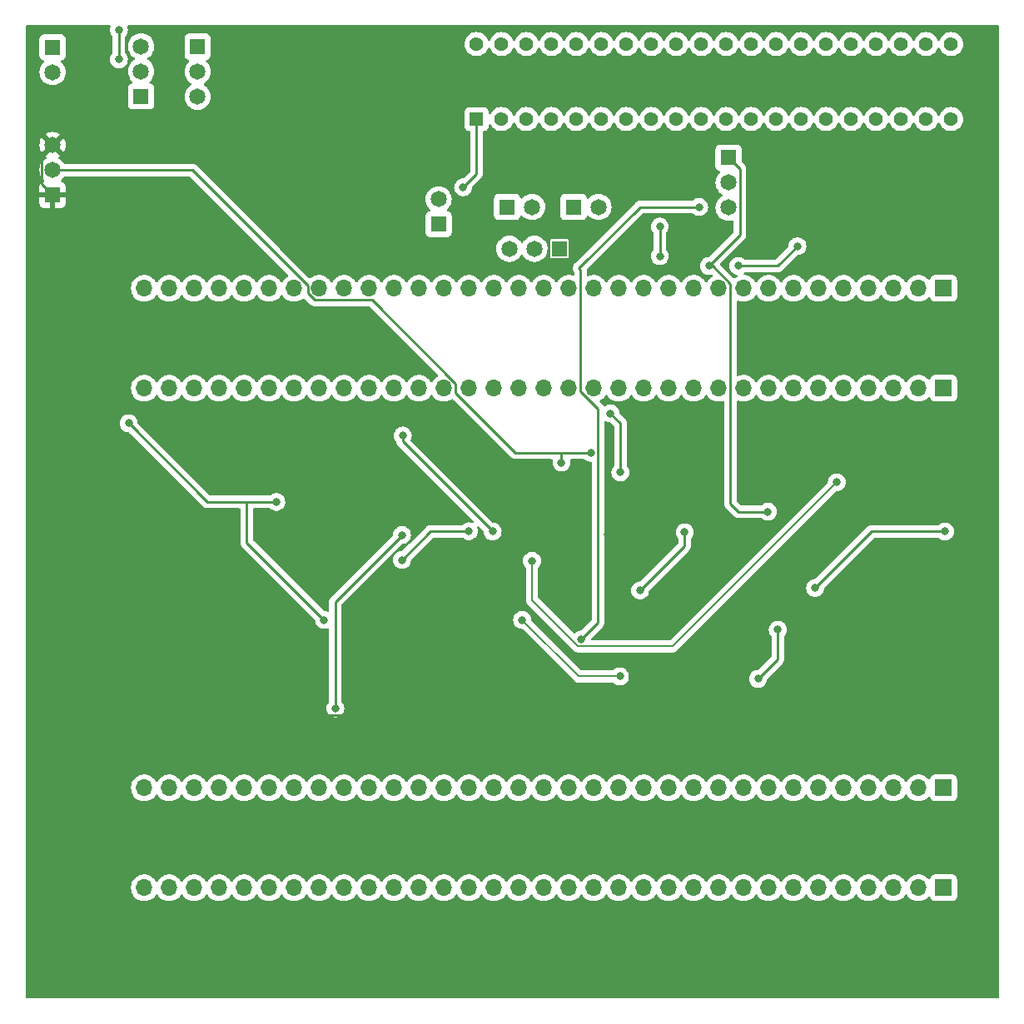
<source format=gbl>
G04 #@! TF.GenerationSoftware,KiCad,Pcbnew,(6.0.2)*
G04 #@! TF.CreationDate,2022-04-23T16:48:43+02:00*
G04 #@! TF.ProjectId,main,6d61696e-2e6b-4696-9361-645f70636258,rev?*
G04 #@! TF.SameCoordinates,Original*
G04 #@! TF.FileFunction,Copper,L2,Bot*
G04 #@! TF.FilePolarity,Positive*
%FSLAX46Y46*%
G04 Gerber Fmt 4.6, Leading zero omitted, Abs format (unit mm)*
G04 Created by KiCad (PCBNEW (6.0.2)) date 2022-04-23 16:48:43*
%MOMM*%
%LPD*%
G01*
G04 APERTURE LIST*
G04 #@! TA.AperFunction,ComponentPad*
%ADD10R,1.650000X1.650000*%
G04 #@! TD*
G04 #@! TA.AperFunction,ComponentPad*
%ADD11C,1.650000*%
G04 #@! TD*
G04 #@! TA.AperFunction,ComponentPad*
%ADD12R,1.700000X1.700000*%
G04 #@! TD*
G04 #@! TA.AperFunction,ComponentPad*
%ADD13O,1.700000X1.700000*%
G04 #@! TD*
G04 #@! TA.AperFunction,ComponentPad*
%ADD14R,1.425000X1.425000*%
G04 #@! TD*
G04 #@! TA.AperFunction,ComponentPad*
%ADD15C,1.425000*%
G04 #@! TD*
G04 #@! TA.AperFunction,ViaPad*
%ADD16C,0.800000*%
G04 #@! TD*
G04 #@! TA.AperFunction,Conductor*
%ADD17C,0.250000*%
G04 #@! TD*
G04 #@! TA.AperFunction,Conductor*
%ADD18C,0.200000*%
G04 #@! TD*
G04 APERTURE END LIST*
D10*
X129480000Y-69000000D03*
D11*
X132020000Y-69000000D03*
D10*
X83250000Y-52750000D03*
D11*
X83250000Y-55290000D03*
D10*
X122500000Y-70770000D03*
D11*
X122500000Y-68230000D03*
D12*
X173870000Y-87440000D03*
D13*
X171330000Y-87440000D03*
X168790000Y-87440000D03*
X166250000Y-87440000D03*
X163710000Y-87440000D03*
X161170000Y-87440000D03*
X158630000Y-87440000D03*
X156090000Y-87440000D03*
X153550000Y-87440000D03*
X151010000Y-87440000D03*
X148470000Y-87440000D03*
X145930000Y-87440000D03*
X143390000Y-87440000D03*
X140850000Y-87440000D03*
X138310000Y-87440000D03*
X135770000Y-87440000D03*
X133230000Y-87440000D03*
X130690000Y-87440000D03*
X128150000Y-87440000D03*
X125610000Y-87440000D03*
X123070000Y-87440000D03*
X120530000Y-87440000D03*
X117990000Y-87440000D03*
X115450000Y-87440000D03*
X112910000Y-87440000D03*
X110370000Y-87440000D03*
X107830000Y-87440000D03*
X105290000Y-87440000D03*
X102750000Y-87440000D03*
X100210000Y-87440000D03*
X97670000Y-87440000D03*
X95130000Y-87440000D03*
X92590000Y-87440000D03*
D10*
X98000000Y-52710000D03*
D11*
X98000000Y-55250000D03*
X98000000Y-57790000D03*
D10*
X83250000Y-67790000D03*
D11*
X83250000Y-65250000D03*
X83250000Y-62710000D03*
D12*
X173870000Y-77280000D03*
D13*
X171330000Y-77280000D03*
X168790000Y-77280000D03*
X166250000Y-77280000D03*
X163710000Y-77280000D03*
X161170000Y-77280000D03*
X158630000Y-77280000D03*
X156090000Y-77280000D03*
X153550000Y-77280000D03*
X151010000Y-77280000D03*
X148470000Y-77280000D03*
X145930000Y-77280000D03*
X143390000Y-77280000D03*
X140850000Y-77280000D03*
X138310000Y-77280000D03*
X135770000Y-77280000D03*
X133230000Y-77280000D03*
X130690000Y-77280000D03*
X128150000Y-77280000D03*
X125610000Y-77280000D03*
X123070000Y-77280000D03*
X120530000Y-77280000D03*
X117990000Y-77280000D03*
X115450000Y-77280000D03*
X112910000Y-77280000D03*
X110370000Y-77280000D03*
X107830000Y-77280000D03*
X105290000Y-77280000D03*
X102750000Y-77280000D03*
X100210000Y-77280000D03*
X97670000Y-77280000D03*
X95130000Y-77280000D03*
X92590000Y-77280000D03*
D12*
X173870000Y-138240000D03*
D13*
X171330000Y-138240000D03*
X168790000Y-138240000D03*
X166250000Y-138240000D03*
X163710000Y-138240000D03*
X161170000Y-138240000D03*
X158630000Y-138240000D03*
X156090000Y-138240000D03*
X153550000Y-138240000D03*
X151010000Y-138240000D03*
X148470000Y-138240000D03*
X145930000Y-138240000D03*
X143390000Y-138240000D03*
X140850000Y-138240000D03*
X138310000Y-138240000D03*
X135770000Y-138240000D03*
X133230000Y-138240000D03*
X130690000Y-138240000D03*
X128150000Y-138240000D03*
X125610000Y-138240000D03*
X123070000Y-138240000D03*
X120530000Y-138240000D03*
X117990000Y-138240000D03*
X115450000Y-138240000D03*
X112910000Y-138240000D03*
X110370000Y-138240000D03*
X107830000Y-138240000D03*
X105290000Y-138240000D03*
X102750000Y-138240000D03*
X100210000Y-138240000D03*
X97670000Y-138240000D03*
X95130000Y-138240000D03*
X92590000Y-138240000D03*
D14*
X126370000Y-60060000D03*
D15*
X128910000Y-60060000D03*
X131450000Y-60060000D03*
X133990000Y-60060000D03*
X136530000Y-60060000D03*
X139070000Y-60060000D03*
X141610000Y-60060000D03*
X144150000Y-60060000D03*
X146690000Y-60060000D03*
X149230000Y-60060000D03*
X151770000Y-60060000D03*
X154310000Y-60060000D03*
X156850000Y-60060000D03*
X159390000Y-60060000D03*
X161930000Y-60060000D03*
X164470000Y-60060000D03*
X167010000Y-60060000D03*
X169550000Y-60060000D03*
X172090000Y-60060000D03*
X174630000Y-60060000D03*
X174630000Y-52440000D03*
X172090000Y-52440000D03*
X169550000Y-52440000D03*
X167010000Y-52440000D03*
X164470000Y-52440000D03*
X161930000Y-52440000D03*
X159390000Y-52440000D03*
X156850000Y-52440000D03*
X154310000Y-52440000D03*
X151770000Y-52440000D03*
X149230000Y-52440000D03*
X146690000Y-52440000D03*
X144150000Y-52440000D03*
X141610000Y-52440000D03*
X139070000Y-52440000D03*
X136530000Y-52440000D03*
X133990000Y-52440000D03*
X131450000Y-52440000D03*
X128910000Y-52440000D03*
X126370000Y-52440000D03*
D12*
X173870000Y-128080000D03*
D13*
X171330000Y-128080000D03*
X168790000Y-128080000D03*
X166250000Y-128080000D03*
X163710000Y-128080000D03*
X161170000Y-128080000D03*
X158630000Y-128080000D03*
X156090000Y-128080000D03*
X153550000Y-128080000D03*
X151010000Y-128080000D03*
X148470000Y-128080000D03*
X145930000Y-128080000D03*
X143390000Y-128080000D03*
X140850000Y-128080000D03*
X138310000Y-128080000D03*
X135770000Y-128080000D03*
X133230000Y-128080000D03*
X130690000Y-128080000D03*
X128150000Y-128080000D03*
X125610000Y-128080000D03*
X123070000Y-128080000D03*
X120530000Y-128080000D03*
X117990000Y-128080000D03*
X115450000Y-128080000D03*
X112910000Y-128080000D03*
X110370000Y-128080000D03*
X107830000Y-128080000D03*
X105290000Y-128080000D03*
X102750000Y-128080000D03*
X100210000Y-128080000D03*
X97670000Y-128080000D03*
X95130000Y-128080000D03*
X92590000Y-128080000D03*
D10*
X92250000Y-57750000D03*
D11*
X92250000Y-55210000D03*
X92250000Y-52670000D03*
D10*
X136230000Y-69000000D03*
D11*
X138770000Y-69000000D03*
D10*
X134790000Y-73250000D03*
D11*
X132250000Y-73250000D03*
X129710000Y-73250000D03*
D10*
X152000000Y-64000000D03*
D11*
X152000000Y-66540000D03*
X152000000Y-69080000D03*
D16*
X160800000Y-107750000D03*
X125000000Y-67000000D03*
X145000000Y-71000000D03*
X159000000Y-73000000D03*
X118860000Y-92250000D03*
X140000000Y-90000000D03*
X174000000Y-102000000D03*
X153000000Y-75000000D03*
X141000000Y-96000000D03*
X145000000Y-74000000D03*
X128000000Y-102000000D03*
X139712000Y-102345000D03*
X142000000Y-106000000D03*
X86000000Y-115000000D03*
X118890000Y-116250000D03*
X150000000Y-75000000D03*
X156000000Y-100000000D03*
X118788000Y-104905000D03*
X125573362Y-101987319D03*
X110860000Y-111000000D03*
X91000000Y-91000000D03*
X106000000Y-99000000D03*
X90000000Y-54000000D03*
X90000000Y-51000000D03*
X143000000Y-108000000D03*
X147538000Y-102095000D03*
X140950000Y-116750000D03*
X131000000Y-111000000D03*
X163000000Y-97000000D03*
X132000000Y-105000000D03*
X135000000Y-95000000D03*
X138000000Y-94000000D03*
X118788000Y-102365000D03*
X112000000Y-120000000D03*
X155000000Y-117000000D03*
X157000000Y-112000000D03*
X149000000Y-69000000D03*
X137000000Y-113000000D03*
D17*
X166550000Y-102000000D02*
X160800000Y-107750000D01*
X125000000Y-67000000D02*
X126370000Y-65630000D01*
X141000000Y-96000000D02*
X141000000Y-91000000D01*
X157000000Y-75000000D02*
X153000000Y-75000000D01*
X141000000Y-91000000D02*
X140000000Y-90000000D01*
X126370000Y-65630000D02*
X126370000Y-60060000D01*
X174000000Y-102000000D02*
X166550000Y-102000000D01*
X118860000Y-92860000D02*
X118860000Y-92250000D01*
X159000000Y-73000000D02*
X157000000Y-75000000D01*
X145000000Y-71000000D02*
X145000000Y-74000000D01*
X128000000Y-102000000D02*
X118860000Y-92860000D01*
X83250000Y-62710000D02*
X82100489Y-63859511D01*
X86000000Y-115000000D02*
X91724511Y-120724511D01*
X82100489Y-66640489D02*
X83250000Y-67790000D01*
X142000000Y-106000000D02*
X142000000Y-104633000D01*
X142000000Y-104633000D02*
X139712000Y-102345000D01*
X114415489Y-120724511D02*
X118890000Y-116250000D01*
X91724511Y-120724511D02*
X114415489Y-120724511D01*
X82100489Y-63859511D02*
X82100489Y-66640489D01*
X150000000Y-75000000D02*
X150391010Y-75000000D01*
X153149511Y-65149511D02*
X152000000Y-64000000D01*
X153149511Y-71850489D02*
X153149511Y-65149511D01*
X152184511Y-99184511D02*
X153000000Y-100000000D01*
X150000000Y-75000000D02*
X153149511Y-71850489D01*
X153000000Y-100000000D02*
X156000000Y-100000000D01*
X150391010Y-75000000D02*
X152184511Y-76793501D01*
X152184511Y-76793501D02*
X152184511Y-99184511D01*
X125573362Y-101987319D02*
X121705681Y-101987319D01*
X121705681Y-101987319D02*
X118788000Y-104905000D01*
X103000000Y-99000000D02*
X106000000Y-99000000D01*
X91000000Y-91000000D02*
X99000000Y-99000000D01*
X99000000Y-99000000D02*
X103000000Y-99000000D01*
X103000000Y-103140000D02*
X110860000Y-111000000D01*
X103000000Y-99000000D02*
X103000000Y-103140000D01*
X90000000Y-51000000D02*
X90000000Y-54000000D01*
X143000000Y-108000000D02*
X147538000Y-103462000D01*
X147538000Y-103462000D02*
X147538000Y-102095000D01*
D18*
X136750000Y-116750000D02*
X140950000Y-116750000D01*
X131000000Y-111000000D02*
X136750000Y-116750000D01*
X132000000Y-109000000D02*
X132000000Y-105000000D01*
X136699511Y-113699511D02*
X132000000Y-109000000D01*
X163000000Y-97000000D02*
X146300489Y-113699511D01*
X146300489Y-113699511D02*
X136699511Y-113699511D01*
D17*
X124244511Y-87926499D02*
X124244511Y-86953501D01*
X109883501Y-78454511D02*
X109195489Y-77766499D01*
X115745521Y-78454511D02*
X109883501Y-78454511D01*
X124244511Y-86953501D02*
X115745521Y-78454511D01*
X109195489Y-77766499D02*
X109195489Y-76984479D01*
X109195489Y-76984479D02*
X97461010Y-65250000D01*
X135000000Y-95000000D02*
X135000000Y-94000000D01*
X130318012Y-94000000D02*
X124244511Y-87926499D01*
X138000000Y-94000000D02*
X135000000Y-94000000D01*
X135000000Y-94000000D02*
X130318012Y-94000000D01*
X97461010Y-65250000D02*
X83250000Y-65250000D01*
X112000000Y-109153000D02*
X118788000Y-102365000D01*
X112000000Y-120000000D02*
X112000000Y-109153000D01*
X157000000Y-115000000D02*
X155000000Y-117000000D01*
X157000000Y-112000000D02*
X157000000Y-115000000D01*
X136944511Y-75404511D02*
X136770000Y-75230000D01*
X149000000Y-69000000D02*
X143000000Y-69000000D01*
X143000000Y-69000000D02*
X137000000Y-75000000D01*
X137000000Y-113000000D02*
X138724511Y-111275489D01*
X136944511Y-87735521D02*
X136944511Y-75404511D01*
X138724511Y-89515521D02*
X136944511Y-87735521D01*
X137000000Y-75000000D02*
X136770000Y-75230000D01*
X138724511Y-111275489D02*
X138724511Y-89515521D01*
G04 #@! TA.AperFunction,Conductor*
G36*
X89099305Y-50528002D02*
G01*
X89145798Y-50581658D01*
X89155902Y-50651932D01*
X89151019Y-50672929D01*
X89106458Y-50810072D01*
X89086496Y-51000000D01*
X89106458Y-51189928D01*
X89165473Y-51371556D01*
X89168776Y-51377278D01*
X89168777Y-51377279D01*
X89194829Y-51422402D01*
X89260960Y-51536944D01*
X89334137Y-51618215D01*
X89364853Y-51682221D01*
X89366500Y-51702524D01*
X89366500Y-53297476D01*
X89346498Y-53365597D01*
X89334142Y-53381779D01*
X89260960Y-53463056D01*
X89202686Y-53563990D01*
X89170512Y-53619717D01*
X89165473Y-53628444D01*
X89106458Y-53810072D01*
X89105768Y-53816633D01*
X89105768Y-53816635D01*
X89094077Y-53927867D01*
X89086496Y-54000000D01*
X89087186Y-54006565D01*
X89105564Y-54181419D01*
X89106458Y-54189928D01*
X89165473Y-54371556D01*
X89260960Y-54536944D01*
X89388747Y-54678866D01*
X89543248Y-54791118D01*
X89549276Y-54793802D01*
X89549278Y-54793803D01*
X89647388Y-54837484D01*
X89717712Y-54868794D01*
X89811112Y-54888647D01*
X89898056Y-54907128D01*
X89898061Y-54907128D01*
X89904513Y-54908500D01*
X90095487Y-54908500D01*
X90101939Y-54907128D01*
X90101944Y-54907128D01*
X90188887Y-54888647D01*
X90282288Y-54868794D01*
X90352612Y-54837484D01*
X90450722Y-54793803D01*
X90450724Y-54793802D01*
X90456752Y-54791118D01*
X90611253Y-54678866D01*
X90739040Y-54536944D01*
X90834527Y-54371556D01*
X90893542Y-54189928D01*
X90894437Y-54181419D01*
X90912814Y-54006565D01*
X90913504Y-54000000D01*
X90905923Y-53927867D01*
X90894232Y-53816635D01*
X90894232Y-53816633D01*
X90893542Y-53810072D01*
X90834527Y-53628444D01*
X90829489Y-53619717D01*
X90797314Y-53563990D01*
X90739040Y-53463056D01*
X90665863Y-53381785D01*
X90635147Y-53317779D01*
X90633500Y-53297476D01*
X90633500Y-51702524D01*
X90653502Y-51634403D01*
X90665858Y-51618221D01*
X90739040Y-51536944D01*
X90805171Y-51422402D01*
X90831223Y-51377279D01*
X90831224Y-51377278D01*
X90834527Y-51371556D01*
X90893542Y-51189928D01*
X90913504Y-51000000D01*
X90893542Y-50810072D01*
X90848983Y-50672934D01*
X90846955Y-50601969D01*
X90883617Y-50541171D01*
X90947330Y-50509846D01*
X90968816Y-50508000D01*
X179366000Y-50508000D01*
X179434121Y-50528002D01*
X179480614Y-50581658D01*
X179492000Y-50634000D01*
X179492000Y-149366000D01*
X179471998Y-149434121D01*
X179418342Y-149480614D01*
X179366000Y-149492000D01*
X80634000Y-149492000D01*
X80565879Y-149471998D01*
X80519386Y-149418342D01*
X80508000Y-149366000D01*
X80508000Y-138206695D01*
X91227251Y-138206695D01*
X91240110Y-138429715D01*
X91241247Y-138434761D01*
X91241248Y-138434767D01*
X91265304Y-138541508D01*
X91289222Y-138647639D01*
X91373266Y-138854616D01*
X91410685Y-138915678D01*
X91487291Y-139040688D01*
X91489987Y-139045088D01*
X91636250Y-139213938D01*
X91808126Y-139356632D01*
X92001000Y-139469338D01*
X92209692Y-139549030D01*
X92214760Y-139550061D01*
X92214763Y-139550062D01*
X92322017Y-139571883D01*
X92428597Y-139593567D01*
X92433772Y-139593757D01*
X92433774Y-139593757D01*
X92646673Y-139601564D01*
X92646677Y-139601564D01*
X92651837Y-139601753D01*
X92656957Y-139601097D01*
X92656959Y-139601097D01*
X92868288Y-139574025D01*
X92868289Y-139574025D01*
X92873416Y-139573368D01*
X92878366Y-139571883D01*
X93082429Y-139510661D01*
X93082434Y-139510659D01*
X93087384Y-139509174D01*
X93287994Y-139410896D01*
X93469860Y-139281173D01*
X93628096Y-139123489D01*
X93687594Y-139040689D01*
X93758453Y-138942077D01*
X93759776Y-138943028D01*
X93806645Y-138899857D01*
X93876580Y-138887625D01*
X93942026Y-138915144D01*
X93969875Y-138946994D01*
X94029987Y-139045088D01*
X94176250Y-139213938D01*
X94348126Y-139356632D01*
X94541000Y-139469338D01*
X94749692Y-139549030D01*
X94754760Y-139550061D01*
X94754763Y-139550062D01*
X94862017Y-139571883D01*
X94968597Y-139593567D01*
X94973772Y-139593757D01*
X94973774Y-139593757D01*
X95186673Y-139601564D01*
X95186677Y-139601564D01*
X95191837Y-139601753D01*
X95196957Y-139601097D01*
X95196959Y-139601097D01*
X95408288Y-139574025D01*
X95408289Y-139574025D01*
X95413416Y-139573368D01*
X95418366Y-139571883D01*
X95622429Y-139510661D01*
X95622434Y-139510659D01*
X95627384Y-139509174D01*
X95827994Y-139410896D01*
X96009860Y-139281173D01*
X96168096Y-139123489D01*
X96227594Y-139040689D01*
X96298453Y-138942077D01*
X96299776Y-138943028D01*
X96346645Y-138899857D01*
X96416580Y-138887625D01*
X96482026Y-138915144D01*
X96509875Y-138946994D01*
X96569987Y-139045088D01*
X96716250Y-139213938D01*
X96888126Y-139356632D01*
X97081000Y-139469338D01*
X97289692Y-139549030D01*
X97294760Y-139550061D01*
X97294763Y-139550062D01*
X97402017Y-139571883D01*
X97508597Y-139593567D01*
X97513772Y-139593757D01*
X97513774Y-139593757D01*
X97726673Y-139601564D01*
X97726677Y-139601564D01*
X97731837Y-139601753D01*
X97736957Y-139601097D01*
X97736959Y-139601097D01*
X97948288Y-139574025D01*
X97948289Y-139574025D01*
X97953416Y-139573368D01*
X97958366Y-139571883D01*
X98162429Y-139510661D01*
X98162434Y-139510659D01*
X98167384Y-139509174D01*
X98367994Y-139410896D01*
X98549860Y-139281173D01*
X98708096Y-139123489D01*
X98767594Y-139040689D01*
X98838453Y-138942077D01*
X98839776Y-138943028D01*
X98886645Y-138899857D01*
X98956580Y-138887625D01*
X99022026Y-138915144D01*
X99049875Y-138946994D01*
X99109987Y-139045088D01*
X99256250Y-139213938D01*
X99428126Y-139356632D01*
X99621000Y-139469338D01*
X99829692Y-139549030D01*
X99834760Y-139550061D01*
X99834763Y-139550062D01*
X99942017Y-139571883D01*
X100048597Y-139593567D01*
X100053772Y-139593757D01*
X100053774Y-139593757D01*
X100266673Y-139601564D01*
X100266677Y-139601564D01*
X100271837Y-139601753D01*
X100276957Y-139601097D01*
X100276959Y-139601097D01*
X100488288Y-139574025D01*
X100488289Y-139574025D01*
X100493416Y-139573368D01*
X100498366Y-139571883D01*
X100702429Y-139510661D01*
X100702434Y-139510659D01*
X100707384Y-139509174D01*
X100907994Y-139410896D01*
X101089860Y-139281173D01*
X101248096Y-139123489D01*
X101307594Y-139040689D01*
X101378453Y-138942077D01*
X101379776Y-138943028D01*
X101426645Y-138899857D01*
X101496580Y-138887625D01*
X101562026Y-138915144D01*
X101589875Y-138946994D01*
X101649987Y-139045088D01*
X101796250Y-139213938D01*
X101968126Y-139356632D01*
X102161000Y-139469338D01*
X102369692Y-139549030D01*
X102374760Y-139550061D01*
X102374763Y-139550062D01*
X102482017Y-139571883D01*
X102588597Y-139593567D01*
X102593772Y-139593757D01*
X102593774Y-139593757D01*
X102806673Y-139601564D01*
X102806677Y-139601564D01*
X102811837Y-139601753D01*
X102816957Y-139601097D01*
X102816959Y-139601097D01*
X103028288Y-139574025D01*
X103028289Y-139574025D01*
X103033416Y-139573368D01*
X103038366Y-139571883D01*
X103242429Y-139510661D01*
X103242434Y-139510659D01*
X103247384Y-139509174D01*
X103447994Y-139410896D01*
X103629860Y-139281173D01*
X103788096Y-139123489D01*
X103847594Y-139040689D01*
X103918453Y-138942077D01*
X103919776Y-138943028D01*
X103966645Y-138899857D01*
X104036580Y-138887625D01*
X104102026Y-138915144D01*
X104129875Y-138946994D01*
X104189987Y-139045088D01*
X104336250Y-139213938D01*
X104508126Y-139356632D01*
X104701000Y-139469338D01*
X104909692Y-139549030D01*
X104914760Y-139550061D01*
X104914763Y-139550062D01*
X105022017Y-139571883D01*
X105128597Y-139593567D01*
X105133772Y-139593757D01*
X105133774Y-139593757D01*
X105346673Y-139601564D01*
X105346677Y-139601564D01*
X105351837Y-139601753D01*
X105356957Y-139601097D01*
X105356959Y-139601097D01*
X105568288Y-139574025D01*
X105568289Y-139574025D01*
X105573416Y-139573368D01*
X105578366Y-139571883D01*
X105782429Y-139510661D01*
X105782434Y-139510659D01*
X105787384Y-139509174D01*
X105987994Y-139410896D01*
X106169860Y-139281173D01*
X106328096Y-139123489D01*
X106387594Y-139040689D01*
X106458453Y-138942077D01*
X106459776Y-138943028D01*
X106506645Y-138899857D01*
X106576580Y-138887625D01*
X106642026Y-138915144D01*
X106669875Y-138946994D01*
X106729987Y-139045088D01*
X106876250Y-139213938D01*
X107048126Y-139356632D01*
X107241000Y-139469338D01*
X107449692Y-139549030D01*
X107454760Y-139550061D01*
X107454763Y-139550062D01*
X107562017Y-139571883D01*
X107668597Y-139593567D01*
X107673772Y-139593757D01*
X107673774Y-139593757D01*
X107886673Y-139601564D01*
X107886677Y-139601564D01*
X107891837Y-139601753D01*
X107896957Y-139601097D01*
X107896959Y-139601097D01*
X108108288Y-139574025D01*
X108108289Y-139574025D01*
X108113416Y-139573368D01*
X108118366Y-139571883D01*
X108322429Y-139510661D01*
X108322434Y-139510659D01*
X108327384Y-139509174D01*
X108527994Y-139410896D01*
X108709860Y-139281173D01*
X108868096Y-139123489D01*
X108927594Y-139040689D01*
X108998453Y-138942077D01*
X108999776Y-138943028D01*
X109046645Y-138899857D01*
X109116580Y-138887625D01*
X109182026Y-138915144D01*
X109209875Y-138946994D01*
X109269987Y-139045088D01*
X109416250Y-139213938D01*
X109588126Y-139356632D01*
X109781000Y-139469338D01*
X109989692Y-139549030D01*
X109994760Y-139550061D01*
X109994763Y-139550062D01*
X110102017Y-139571883D01*
X110208597Y-139593567D01*
X110213772Y-139593757D01*
X110213774Y-139593757D01*
X110426673Y-139601564D01*
X110426677Y-139601564D01*
X110431837Y-139601753D01*
X110436957Y-139601097D01*
X110436959Y-139601097D01*
X110648288Y-139574025D01*
X110648289Y-139574025D01*
X110653416Y-139573368D01*
X110658366Y-139571883D01*
X110862429Y-139510661D01*
X110862434Y-139510659D01*
X110867384Y-139509174D01*
X111067994Y-139410896D01*
X111249860Y-139281173D01*
X111408096Y-139123489D01*
X111467594Y-139040689D01*
X111538453Y-138942077D01*
X111539776Y-138943028D01*
X111586645Y-138899857D01*
X111656580Y-138887625D01*
X111722026Y-138915144D01*
X111749875Y-138946994D01*
X111809987Y-139045088D01*
X111956250Y-139213938D01*
X112128126Y-139356632D01*
X112321000Y-139469338D01*
X112529692Y-139549030D01*
X112534760Y-139550061D01*
X112534763Y-139550062D01*
X112642017Y-139571883D01*
X112748597Y-139593567D01*
X112753772Y-139593757D01*
X112753774Y-139593757D01*
X112966673Y-139601564D01*
X112966677Y-139601564D01*
X112971837Y-139601753D01*
X112976957Y-139601097D01*
X112976959Y-139601097D01*
X113188288Y-139574025D01*
X113188289Y-139574025D01*
X113193416Y-139573368D01*
X113198366Y-139571883D01*
X113402429Y-139510661D01*
X113402434Y-139510659D01*
X113407384Y-139509174D01*
X113607994Y-139410896D01*
X113789860Y-139281173D01*
X113948096Y-139123489D01*
X114007594Y-139040689D01*
X114078453Y-138942077D01*
X114079776Y-138943028D01*
X114126645Y-138899857D01*
X114196580Y-138887625D01*
X114262026Y-138915144D01*
X114289875Y-138946994D01*
X114349987Y-139045088D01*
X114496250Y-139213938D01*
X114668126Y-139356632D01*
X114861000Y-139469338D01*
X115069692Y-139549030D01*
X115074760Y-139550061D01*
X115074763Y-139550062D01*
X115182017Y-139571883D01*
X115288597Y-139593567D01*
X115293772Y-139593757D01*
X115293774Y-139593757D01*
X115506673Y-139601564D01*
X115506677Y-139601564D01*
X115511837Y-139601753D01*
X115516957Y-139601097D01*
X115516959Y-139601097D01*
X115728288Y-139574025D01*
X115728289Y-139574025D01*
X115733416Y-139573368D01*
X115738366Y-139571883D01*
X115942429Y-139510661D01*
X115942434Y-139510659D01*
X115947384Y-139509174D01*
X116147994Y-139410896D01*
X116329860Y-139281173D01*
X116488096Y-139123489D01*
X116547594Y-139040689D01*
X116618453Y-138942077D01*
X116619776Y-138943028D01*
X116666645Y-138899857D01*
X116736580Y-138887625D01*
X116802026Y-138915144D01*
X116829875Y-138946994D01*
X116889987Y-139045088D01*
X117036250Y-139213938D01*
X117208126Y-139356632D01*
X117401000Y-139469338D01*
X117609692Y-139549030D01*
X117614760Y-139550061D01*
X117614763Y-139550062D01*
X117722017Y-139571883D01*
X117828597Y-139593567D01*
X117833772Y-139593757D01*
X117833774Y-139593757D01*
X118046673Y-139601564D01*
X118046677Y-139601564D01*
X118051837Y-139601753D01*
X118056957Y-139601097D01*
X118056959Y-139601097D01*
X118268288Y-139574025D01*
X118268289Y-139574025D01*
X118273416Y-139573368D01*
X118278366Y-139571883D01*
X118482429Y-139510661D01*
X118482434Y-139510659D01*
X118487384Y-139509174D01*
X118687994Y-139410896D01*
X118869860Y-139281173D01*
X119028096Y-139123489D01*
X119087594Y-139040689D01*
X119158453Y-138942077D01*
X119159776Y-138943028D01*
X119206645Y-138899857D01*
X119276580Y-138887625D01*
X119342026Y-138915144D01*
X119369875Y-138946994D01*
X119429987Y-139045088D01*
X119576250Y-139213938D01*
X119748126Y-139356632D01*
X119941000Y-139469338D01*
X120149692Y-139549030D01*
X120154760Y-139550061D01*
X120154763Y-139550062D01*
X120262017Y-139571883D01*
X120368597Y-139593567D01*
X120373772Y-139593757D01*
X120373774Y-139593757D01*
X120586673Y-139601564D01*
X120586677Y-139601564D01*
X120591837Y-139601753D01*
X120596957Y-139601097D01*
X120596959Y-139601097D01*
X120808288Y-139574025D01*
X120808289Y-139574025D01*
X120813416Y-139573368D01*
X120818366Y-139571883D01*
X121022429Y-139510661D01*
X121022434Y-139510659D01*
X121027384Y-139509174D01*
X121227994Y-139410896D01*
X121409860Y-139281173D01*
X121568096Y-139123489D01*
X121627594Y-139040689D01*
X121698453Y-138942077D01*
X121699776Y-138943028D01*
X121746645Y-138899857D01*
X121816580Y-138887625D01*
X121882026Y-138915144D01*
X121909875Y-138946994D01*
X121969987Y-139045088D01*
X122116250Y-139213938D01*
X122288126Y-139356632D01*
X122481000Y-139469338D01*
X122689692Y-139549030D01*
X122694760Y-139550061D01*
X122694763Y-139550062D01*
X122802017Y-139571883D01*
X122908597Y-139593567D01*
X122913772Y-139593757D01*
X122913774Y-139593757D01*
X123126673Y-139601564D01*
X123126677Y-139601564D01*
X123131837Y-139601753D01*
X123136957Y-139601097D01*
X123136959Y-139601097D01*
X123348288Y-139574025D01*
X123348289Y-139574025D01*
X123353416Y-139573368D01*
X123358366Y-139571883D01*
X123562429Y-139510661D01*
X123562434Y-139510659D01*
X123567384Y-139509174D01*
X123767994Y-139410896D01*
X123949860Y-139281173D01*
X124108096Y-139123489D01*
X124167594Y-139040689D01*
X124238453Y-138942077D01*
X124239776Y-138943028D01*
X124286645Y-138899857D01*
X124356580Y-138887625D01*
X124422026Y-138915144D01*
X124449875Y-138946994D01*
X124509987Y-139045088D01*
X124656250Y-139213938D01*
X124828126Y-139356632D01*
X125021000Y-139469338D01*
X125229692Y-139549030D01*
X125234760Y-139550061D01*
X125234763Y-139550062D01*
X125342017Y-139571883D01*
X125448597Y-139593567D01*
X125453772Y-139593757D01*
X125453774Y-139593757D01*
X125666673Y-139601564D01*
X125666677Y-139601564D01*
X125671837Y-139601753D01*
X125676957Y-139601097D01*
X125676959Y-139601097D01*
X125888288Y-139574025D01*
X125888289Y-139574025D01*
X125893416Y-139573368D01*
X125898366Y-139571883D01*
X126102429Y-139510661D01*
X126102434Y-139510659D01*
X126107384Y-139509174D01*
X126307994Y-139410896D01*
X126489860Y-139281173D01*
X126648096Y-139123489D01*
X126707594Y-139040689D01*
X126778453Y-138942077D01*
X126779776Y-138943028D01*
X126826645Y-138899857D01*
X126896580Y-138887625D01*
X126962026Y-138915144D01*
X126989875Y-138946994D01*
X127049987Y-139045088D01*
X127196250Y-139213938D01*
X127368126Y-139356632D01*
X127561000Y-139469338D01*
X127769692Y-139549030D01*
X127774760Y-139550061D01*
X127774763Y-139550062D01*
X127882017Y-139571883D01*
X127988597Y-139593567D01*
X127993772Y-139593757D01*
X127993774Y-139593757D01*
X128206673Y-139601564D01*
X128206677Y-139601564D01*
X128211837Y-139601753D01*
X128216957Y-139601097D01*
X128216959Y-139601097D01*
X128428288Y-139574025D01*
X128428289Y-139574025D01*
X128433416Y-139573368D01*
X128438366Y-139571883D01*
X128642429Y-139510661D01*
X128642434Y-139510659D01*
X128647384Y-139509174D01*
X128847994Y-139410896D01*
X129029860Y-139281173D01*
X129188096Y-139123489D01*
X129247594Y-139040689D01*
X129318453Y-138942077D01*
X129319776Y-138943028D01*
X129366645Y-138899857D01*
X129436580Y-138887625D01*
X129502026Y-138915144D01*
X129529875Y-138946994D01*
X129589987Y-139045088D01*
X129736250Y-139213938D01*
X129908126Y-139356632D01*
X130101000Y-139469338D01*
X130309692Y-139549030D01*
X130314760Y-139550061D01*
X130314763Y-139550062D01*
X130422017Y-139571883D01*
X130528597Y-139593567D01*
X130533772Y-139593757D01*
X130533774Y-139593757D01*
X130746673Y-139601564D01*
X130746677Y-139601564D01*
X130751837Y-139601753D01*
X130756957Y-139601097D01*
X130756959Y-139601097D01*
X130968288Y-139574025D01*
X130968289Y-139574025D01*
X130973416Y-139573368D01*
X130978366Y-139571883D01*
X131182429Y-139510661D01*
X131182434Y-139510659D01*
X131187384Y-139509174D01*
X131387994Y-139410896D01*
X131569860Y-139281173D01*
X131728096Y-139123489D01*
X131787594Y-139040689D01*
X131858453Y-138942077D01*
X131859776Y-138943028D01*
X131906645Y-138899857D01*
X131976580Y-138887625D01*
X132042026Y-138915144D01*
X132069875Y-138946994D01*
X132129987Y-139045088D01*
X132276250Y-139213938D01*
X132448126Y-139356632D01*
X132641000Y-139469338D01*
X132849692Y-139549030D01*
X132854760Y-139550061D01*
X132854763Y-139550062D01*
X132962017Y-139571883D01*
X133068597Y-139593567D01*
X133073772Y-139593757D01*
X133073774Y-139593757D01*
X133286673Y-139601564D01*
X133286677Y-139601564D01*
X133291837Y-139601753D01*
X133296957Y-139601097D01*
X133296959Y-139601097D01*
X133508288Y-139574025D01*
X133508289Y-139574025D01*
X133513416Y-139573368D01*
X133518366Y-139571883D01*
X133722429Y-139510661D01*
X133722434Y-139510659D01*
X133727384Y-139509174D01*
X133927994Y-139410896D01*
X134109860Y-139281173D01*
X134268096Y-139123489D01*
X134327594Y-139040689D01*
X134398453Y-138942077D01*
X134399776Y-138943028D01*
X134446645Y-138899857D01*
X134516580Y-138887625D01*
X134582026Y-138915144D01*
X134609875Y-138946994D01*
X134669987Y-139045088D01*
X134816250Y-139213938D01*
X134988126Y-139356632D01*
X135181000Y-139469338D01*
X135389692Y-139549030D01*
X135394760Y-139550061D01*
X135394763Y-139550062D01*
X135502017Y-139571883D01*
X135608597Y-139593567D01*
X135613772Y-139593757D01*
X135613774Y-139593757D01*
X135826673Y-139601564D01*
X135826677Y-139601564D01*
X135831837Y-139601753D01*
X135836957Y-139601097D01*
X135836959Y-139601097D01*
X136048288Y-139574025D01*
X136048289Y-139574025D01*
X136053416Y-139573368D01*
X136058366Y-139571883D01*
X136262429Y-139510661D01*
X136262434Y-139510659D01*
X136267384Y-139509174D01*
X136467994Y-139410896D01*
X136649860Y-139281173D01*
X136808096Y-139123489D01*
X136867594Y-139040689D01*
X136938453Y-138942077D01*
X136939776Y-138943028D01*
X136986645Y-138899857D01*
X137056580Y-138887625D01*
X137122026Y-138915144D01*
X137149875Y-138946994D01*
X137209987Y-139045088D01*
X137356250Y-139213938D01*
X137528126Y-139356632D01*
X137721000Y-139469338D01*
X137929692Y-139549030D01*
X137934760Y-139550061D01*
X137934763Y-139550062D01*
X138042017Y-139571883D01*
X138148597Y-139593567D01*
X138153772Y-139593757D01*
X138153774Y-139593757D01*
X138366673Y-139601564D01*
X138366677Y-139601564D01*
X138371837Y-139601753D01*
X138376957Y-139601097D01*
X138376959Y-139601097D01*
X138588288Y-139574025D01*
X138588289Y-139574025D01*
X138593416Y-139573368D01*
X138598366Y-139571883D01*
X138802429Y-139510661D01*
X138802434Y-139510659D01*
X138807384Y-139509174D01*
X139007994Y-139410896D01*
X139189860Y-139281173D01*
X139348096Y-139123489D01*
X139407594Y-139040689D01*
X139478453Y-138942077D01*
X139479776Y-138943028D01*
X139526645Y-138899857D01*
X139596580Y-138887625D01*
X139662026Y-138915144D01*
X139689875Y-138946994D01*
X139749987Y-139045088D01*
X139896250Y-139213938D01*
X140068126Y-139356632D01*
X140261000Y-139469338D01*
X140469692Y-139549030D01*
X140474760Y-139550061D01*
X140474763Y-139550062D01*
X140582017Y-139571883D01*
X140688597Y-139593567D01*
X140693772Y-139593757D01*
X140693774Y-139593757D01*
X140906673Y-139601564D01*
X140906677Y-139601564D01*
X140911837Y-139601753D01*
X140916957Y-139601097D01*
X140916959Y-139601097D01*
X141128288Y-139574025D01*
X141128289Y-139574025D01*
X141133416Y-139573368D01*
X141138366Y-139571883D01*
X141342429Y-139510661D01*
X141342434Y-139510659D01*
X141347384Y-139509174D01*
X141547994Y-139410896D01*
X141729860Y-139281173D01*
X141888096Y-139123489D01*
X141947594Y-139040689D01*
X142018453Y-138942077D01*
X142019776Y-138943028D01*
X142066645Y-138899857D01*
X142136580Y-138887625D01*
X142202026Y-138915144D01*
X142229875Y-138946994D01*
X142289987Y-139045088D01*
X142436250Y-139213938D01*
X142608126Y-139356632D01*
X142801000Y-139469338D01*
X143009692Y-139549030D01*
X143014760Y-139550061D01*
X143014763Y-139550062D01*
X143122017Y-139571883D01*
X143228597Y-139593567D01*
X143233772Y-139593757D01*
X143233774Y-139593757D01*
X143446673Y-139601564D01*
X143446677Y-139601564D01*
X143451837Y-139601753D01*
X143456957Y-139601097D01*
X143456959Y-139601097D01*
X143668288Y-139574025D01*
X143668289Y-139574025D01*
X143673416Y-139573368D01*
X143678366Y-139571883D01*
X143882429Y-139510661D01*
X143882434Y-139510659D01*
X143887384Y-139509174D01*
X144087994Y-139410896D01*
X144269860Y-139281173D01*
X144428096Y-139123489D01*
X144487594Y-139040689D01*
X144558453Y-138942077D01*
X144559776Y-138943028D01*
X144606645Y-138899857D01*
X144676580Y-138887625D01*
X144742026Y-138915144D01*
X144769875Y-138946994D01*
X144829987Y-139045088D01*
X144976250Y-139213938D01*
X145148126Y-139356632D01*
X145341000Y-139469338D01*
X145549692Y-139549030D01*
X145554760Y-139550061D01*
X145554763Y-139550062D01*
X145662017Y-139571883D01*
X145768597Y-139593567D01*
X145773772Y-139593757D01*
X145773774Y-139593757D01*
X145986673Y-139601564D01*
X145986677Y-139601564D01*
X145991837Y-139601753D01*
X145996957Y-139601097D01*
X145996959Y-139601097D01*
X146208288Y-139574025D01*
X146208289Y-139574025D01*
X146213416Y-139573368D01*
X146218366Y-139571883D01*
X146422429Y-139510661D01*
X146422434Y-139510659D01*
X146427384Y-139509174D01*
X146627994Y-139410896D01*
X146809860Y-139281173D01*
X146968096Y-139123489D01*
X147027594Y-139040689D01*
X147098453Y-138942077D01*
X147099776Y-138943028D01*
X147146645Y-138899857D01*
X147216580Y-138887625D01*
X147282026Y-138915144D01*
X147309875Y-138946994D01*
X147369987Y-139045088D01*
X147516250Y-139213938D01*
X147688126Y-139356632D01*
X147881000Y-139469338D01*
X148089692Y-139549030D01*
X148094760Y-139550061D01*
X148094763Y-139550062D01*
X148202017Y-139571883D01*
X148308597Y-139593567D01*
X148313772Y-139593757D01*
X148313774Y-139593757D01*
X148526673Y-139601564D01*
X148526677Y-139601564D01*
X148531837Y-139601753D01*
X148536957Y-139601097D01*
X148536959Y-139601097D01*
X148748288Y-139574025D01*
X148748289Y-139574025D01*
X148753416Y-139573368D01*
X148758366Y-139571883D01*
X148962429Y-139510661D01*
X148962434Y-139510659D01*
X148967384Y-139509174D01*
X149167994Y-139410896D01*
X149349860Y-139281173D01*
X149508096Y-139123489D01*
X149567594Y-139040689D01*
X149638453Y-138942077D01*
X149639776Y-138943028D01*
X149686645Y-138899857D01*
X149756580Y-138887625D01*
X149822026Y-138915144D01*
X149849875Y-138946994D01*
X149909987Y-139045088D01*
X150056250Y-139213938D01*
X150228126Y-139356632D01*
X150421000Y-139469338D01*
X150629692Y-139549030D01*
X150634760Y-139550061D01*
X150634763Y-139550062D01*
X150742017Y-139571883D01*
X150848597Y-139593567D01*
X150853772Y-139593757D01*
X150853774Y-139593757D01*
X151066673Y-139601564D01*
X151066677Y-139601564D01*
X151071837Y-139601753D01*
X151076957Y-139601097D01*
X151076959Y-139601097D01*
X151288288Y-139574025D01*
X151288289Y-139574025D01*
X151293416Y-139573368D01*
X151298366Y-139571883D01*
X151502429Y-139510661D01*
X151502434Y-139510659D01*
X151507384Y-139509174D01*
X151707994Y-139410896D01*
X151889860Y-139281173D01*
X152048096Y-139123489D01*
X152107594Y-139040689D01*
X152178453Y-138942077D01*
X152179776Y-138943028D01*
X152226645Y-138899857D01*
X152296580Y-138887625D01*
X152362026Y-138915144D01*
X152389875Y-138946994D01*
X152449987Y-139045088D01*
X152596250Y-139213938D01*
X152768126Y-139356632D01*
X152961000Y-139469338D01*
X153169692Y-139549030D01*
X153174760Y-139550061D01*
X153174763Y-139550062D01*
X153282017Y-139571883D01*
X153388597Y-139593567D01*
X153393772Y-139593757D01*
X153393774Y-139593757D01*
X153606673Y-139601564D01*
X153606677Y-139601564D01*
X153611837Y-139601753D01*
X153616957Y-139601097D01*
X153616959Y-139601097D01*
X153828288Y-139574025D01*
X153828289Y-139574025D01*
X153833416Y-139573368D01*
X153838366Y-139571883D01*
X154042429Y-139510661D01*
X154042434Y-139510659D01*
X154047384Y-139509174D01*
X154247994Y-139410896D01*
X154429860Y-139281173D01*
X154588096Y-139123489D01*
X154647594Y-139040689D01*
X154718453Y-138942077D01*
X154719776Y-138943028D01*
X154766645Y-138899857D01*
X154836580Y-138887625D01*
X154902026Y-138915144D01*
X154929875Y-138946994D01*
X154989987Y-139045088D01*
X155136250Y-139213938D01*
X155308126Y-139356632D01*
X155501000Y-139469338D01*
X155709692Y-139549030D01*
X155714760Y-139550061D01*
X155714763Y-139550062D01*
X155822017Y-139571883D01*
X155928597Y-139593567D01*
X155933772Y-139593757D01*
X155933774Y-139593757D01*
X156146673Y-139601564D01*
X156146677Y-139601564D01*
X156151837Y-139601753D01*
X156156957Y-139601097D01*
X156156959Y-139601097D01*
X156368288Y-139574025D01*
X156368289Y-139574025D01*
X156373416Y-139573368D01*
X156378366Y-139571883D01*
X156582429Y-139510661D01*
X156582434Y-139510659D01*
X156587384Y-139509174D01*
X156787994Y-139410896D01*
X156969860Y-139281173D01*
X157128096Y-139123489D01*
X157187594Y-139040689D01*
X157258453Y-138942077D01*
X157259776Y-138943028D01*
X157306645Y-138899857D01*
X157376580Y-138887625D01*
X157442026Y-138915144D01*
X157469875Y-138946994D01*
X157529987Y-139045088D01*
X157676250Y-139213938D01*
X157848126Y-139356632D01*
X158041000Y-139469338D01*
X158249692Y-139549030D01*
X158254760Y-139550061D01*
X158254763Y-139550062D01*
X158362017Y-139571883D01*
X158468597Y-139593567D01*
X158473772Y-139593757D01*
X158473774Y-139593757D01*
X158686673Y-139601564D01*
X158686677Y-139601564D01*
X158691837Y-139601753D01*
X158696957Y-139601097D01*
X158696959Y-139601097D01*
X158908288Y-139574025D01*
X158908289Y-139574025D01*
X158913416Y-139573368D01*
X158918366Y-139571883D01*
X159122429Y-139510661D01*
X159122434Y-139510659D01*
X159127384Y-139509174D01*
X159327994Y-139410896D01*
X159509860Y-139281173D01*
X159668096Y-139123489D01*
X159727594Y-139040689D01*
X159798453Y-138942077D01*
X159799776Y-138943028D01*
X159846645Y-138899857D01*
X159916580Y-138887625D01*
X159982026Y-138915144D01*
X160009875Y-138946994D01*
X160069987Y-139045088D01*
X160216250Y-139213938D01*
X160388126Y-139356632D01*
X160581000Y-139469338D01*
X160789692Y-139549030D01*
X160794760Y-139550061D01*
X160794763Y-139550062D01*
X160902017Y-139571883D01*
X161008597Y-139593567D01*
X161013772Y-139593757D01*
X161013774Y-139593757D01*
X161226673Y-139601564D01*
X161226677Y-139601564D01*
X161231837Y-139601753D01*
X161236957Y-139601097D01*
X161236959Y-139601097D01*
X161448288Y-139574025D01*
X161448289Y-139574025D01*
X161453416Y-139573368D01*
X161458366Y-139571883D01*
X161662429Y-139510661D01*
X161662434Y-139510659D01*
X161667384Y-139509174D01*
X161867994Y-139410896D01*
X162049860Y-139281173D01*
X162208096Y-139123489D01*
X162267594Y-139040689D01*
X162338453Y-138942077D01*
X162339776Y-138943028D01*
X162386645Y-138899857D01*
X162456580Y-138887625D01*
X162522026Y-138915144D01*
X162549875Y-138946994D01*
X162609987Y-139045088D01*
X162756250Y-139213938D01*
X162928126Y-139356632D01*
X163121000Y-139469338D01*
X163329692Y-139549030D01*
X163334760Y-139550061D01*
X163334763Y-139550062D01*
X163442017Y-139571883D01*
X163548597Y-139593567D01*
X163553772Y-139593757D01*
X163553774Y-139593757D01*
X163766673Y-139601564D01*
X163766677Y-139601564D01*
X163771837Y-139601753D01*
X163776957Y-139601097D01*
X163776959Y-139601097D01*
X163988288Y-139574025D01*
X163988289Y-139574025D01*
X163993416Y-139573368D01*
X163998366Y-139571883D01*
X164202429Y-139510661D01*
X164202434Y-139510659D01*
X164207384Y-139509174D01*
X164407994Y-139410896D01*
X164589860Y-139281173D01*
X164748096Y-139123489D01*
X164807594Y-139040689D01*
X164878453Y-138942077D01*
X164879776Y-138943028D01*
X164926645Y-138899857D01*
X164996580Y-138887625D01*
X165062026Y-138915144D01*
X165089875Y-138946994D01*
X165149987Y-139045088D01*
X165296250Y-139213938D01*
X165468126Y-139356632D01*
X165661000Y-139469338D01*
X165869692Y-139549030D01*
X165874760Y-139550061D01*
X165874763Y-139550062D01*
X165982017Y-139571883D01*
X166088597Y-139593567D01*
X166093772Y-139593757D01*
X166093774Y-139593757D01*
X166306673Y-139601564D01*
X166306677Y-139601564D01*
X166311837Y-139601753D01*
X166316957Y-139601097D01*
X166316959Y-139601097D01*
X166528288Y-139574025D01*
X166528289Y-139574025D01*
X166533416Y-139573368D01*
X166538366Y-139571883D01*
X166742429Y-139510661D01*
X166742434Y-139510659D01*
X166747384Y-139509174D01*
X166947994Y-139410896D01*
X167129860Y-139281173D01*
X167288096Y-139123489D01*
X167347594Y-139040689D01*
X167418453Y-138942077D01*
X167419776Y-138943028D01*
X167466645Y-138899857D01*
X167536580Y-138887625D01*
X167602026Y-138915144D01*
X167629875Y-138946994D01*
X167689987Y-139045088D01*
X167836250Y-139213938D01*
X168008126Y-139356632D01*
X168201000Y-139469338D01*
X168409692Y-139549030D01*
X168414760Y-139550061D01*
X168414763Y-139550062D01*
X168522017Y-139571883D01*
X168628597Y-139593567D01*
X168633772Y-139593757D01*
X168633774Y-139593757D01*
X168846673Y-139601564D01*
X168846677Y-139601564D01*
X168851837Y-139601753D01*
X168856957Y-139601097D01*
X168856959Y-139601097D01*
X169068288Y-139574025D01*
X169068289Y-139574025D01*
X169073416Y-139573368D01*
X169078366Y-139571883D01*
X169282429Y-139510661D01*
X169282434Y-139510659D01*
X169287384Y-139509174D01*
X169487994Y-139410896D01*
X169669860Y-139281173D01*
X169828096Y-139123489D01*
X169887594Y-139040689D01*
X169958453Y-138942077D01*
X169959776Y-138943028D01*
X170006645Y-138899857D01*
X170076580Y-138887625D01*
X170142026Y-138915144D01*
X170169875Y-138946994D01*
X170229987Y-139045088D01*
X170376250Y-139213938D01*
X170548126Y-139356632D01*
X170741000Y-139469338D01*
X170949692Y-139549030D01*
X170954760Y-139550061D01*
X170954763Y-139550062D01*
X171062017Y-139571883D01*
X171168597Y-139593567D01*
X171173772Y-139593757D01*
X171173774Y-139593757D01*
X171386673Y-139601564D01*
X171386677Y-139601564D01*
X171391837Y-139601753D01*
X171396957Y-139601097D01*
X171396959Y-139601097D01*
X171608288Y-139574025D01*
X171608289Y-139574025D01*
X171613416Y-139573368D01*
X171618366Y-139571883D01*
X171822429Y-139510661D01*
X171822434Y-139510659D01*
X171827384Y-139509174D01*
X172027994Y-139410896D01*
X172209860Y-139281173D01*
X172318091Y-139173319D01*
X172380462Y-139139404D01*
X172451268Y-139144592D01*
X172508030Y-139187238D01*
X172525012Y-139218341D01*
X172569385Y-139336705D01*
X172656739Y-139453261D01*
X172773295Y-139540615D01*
X172909684Y-139591745D01*
X172971866Y-139598500D01*
X174768134Y-139598500D01*
X174830316Y-139591745D01*
X174966705Y-139540615D01*
X175083261Y-139453261D01*
X175170615Y-139336705D01*
X175221745Y-139200316D01*
X175228500Y-139138134D01*
X175228500Y-137341866D01*
X175221745Y-137279684D01*
X175170615Y-137143295D01*
X175083261Y-137026739D01*
X174966705Y-136939385D01*
X174830316Y-136888255D01*
X174768134Y-136881500D01*
X172971866Y-136881500D01*
X172909684Y-136888255D01*
X172773295Y-136939385D01*
X172656739Y-137026739D01*
X172569385Y-137143295D01*
X172566233Y-137151703D01*
X172524919Y-137261907D01*
X172482277Y-137318671D01*
X172415716Y-137343371D01*
X172346367Y-137328163D01*
X172313743Y-137302476D01*
X172263151Y-137246875D01*
X172263142Y-137246866D01*
X172259670Y-137243051D01*
X172255619Y-137239852D01*
X172255615Y-137239848D01*
X172088414Y-137107800D01*
X172088410Y-137107798D01*
X172084359Y-137104598D01*
X171888789Y-136996638D01*
X171883920Y-136994914D01*
X171883916Y-136994912D01*
X171683087Y-136923795D01*
X171683083Y-136923794D01*
X171678212Y-136922069D01*
X171673119Y-136921162D01*
X171673116Y-136921161D01*
X171463373Y-136883800D01*
X171463367Y-136883799D01*
X171458284Y-136882894D01*
X171384452Y-136881992D01*
X171240081Y-136880228D01*
X171240079Y-136880228D01*
X171234911Y-136880165D01*
X171014091Y-136913955D01*
X170801756Y-136983357D01*
X170603607Y-137086507D01*
X170599474Y-137089610D01*
X170599471Y-137089612D01*
X170429100Y-137217530D01*
X170424965Y-137220635D01*
X170385525Y-137261907D01*
X170331280Y-137318671D01*
X170270629Y-137382138D01*
X170163201Y-137539621D01*
X170108293Y-137584621D01*
X170037768Y-137592792D01*
X169974021Y-137561538D01*
X169953324Y-137537054D01*
X169872822Y-137412617D01*
X169872820Y-137412614D01*
X169870014Y-137408277D01*
X169719670Y-137243051D01*
X169715619Y-137239852D01*
X169715615Y-137239848D01*
X169548414Y-137107800D01*
X169548410Y-137107798D01*
X169544359Y-137104598D01*
X169348789Y-136996638D01*
X169343920Y-136994914D01*
X169343916Y-136994912D01*
X169143087Y-136923795D01*
X169143083Y-136923794D01*
X169138212Y-136922069D01*
X169133119Y-136921162D01*
X169133116Y-136921161D01*
X168923373Y-136883800D01*
X168923367Y-136883799D01*
X168918284Y-136882894D01*
X168844452Y-136881992D01*
X168700081Y-136880228D01*
X168700079Y-136880228D01*
X168694911Y-136880165D01*
X168474091Y-136913955D01*
X168261756Y-136983357D01*
X168063607Y-137086507D01*
X168059474Y-137089610D01*
X168059471Y-137089612D01*
X167889100Y-137217530D01*
X167884965Y-137220635D01*
X167845525Y-137261907D01*
X167791280Y-137318671D01*
X167730629Y-137382138D01*
X167623201Y-137539621D01*
X167568293Y-137584621D01*
X167497768Y-137592792D01*
X167434021Y-137561538D01*
X167413324Y-137537054D01*
X167332822Y-137412617D01*
X167332820Y-137412614D01*
X167330014Y-137408277D01*
X167179670Y-137243051D01*
X167175619Y-137239852D01*
X167175615Y-137239848D01*
X167008414Y-137107800D01*
X167008410Y-137107798D01*
X167004359Y-137104598D01*
X166808789Y-136996638D01*
X166803920Y-136994914D01*
X166803916Y-136994912D01*
X166603087Y-136923795D01*
X166603083Y-136923794D01*
X166598212Y-136922069D01*
X166593119Y-136921162D01*
X166593116Y-136921161D01*
X166383373Y-136883800D01*
X166383367Y-136883799D01*
X166378284Y-136882894D01*
X166304452Y-136881992D01*
X166160081Y-136880228D01*
X166160079Y-136880228D01*
X166154911Y-136880165D01*
X165934091Y-136913955D01*
X165721756Y-136983357D01*
X165523607Y-137086507D01*
X165519474Y-137089610D01*
X165519471Y-137089612D01*
X165349100Y-137217530D01*
X165344965Y-137220635D01*
X165305525Y-137261907D01*
X165251280Y-137318671D01*
X165190629Y-137382138D01*
X165083201Y-137539621D01*
X165028293Y-137584621D01*
X164957768Y-137592792D01*
X164894021Y-137561538D01*
X164873324Y-137537054D01*
X164792822Y-137412617D01*
X164792820Y-137412614D01*
X164790014Y-137408277D01*
X164639670Y-137243051D01*
X164635619Y-137239852D01*
X164635615Y-137239848D01*
X164468414Y-137107800D01*
X164468410Y-137107798D01*
X164464359Y-137104598D01*
X164268789Y-136996638D01*
X164263920Y-136994914D01*
X164263916Y-136994912D01*
X164063087Y-136923795D01*
X164063083Y-136923794D01*
X164058212Y-136922069D01*
X164053119Y-136921162D01*
X164053116Y-136921161D01*
X163843373Y-136883800D01*
X163843367Y-136883799D01*
X163838284Y-136882894D01*
X163764452Y-136881992D01*
X163620081Y-136880228D01*
X163620079Y-136880228D01*
X163614911Y-136880165D01*
X163394091Y-136913955D01*
X163181756Y-136983357D01*
X162983607Y-137086507D01*
X162979474Y-137089610D01*
X162979471Y-137089612D01*
X162809100Y-137217530D01*
X162804965Y-137220635D01*
X162765525Y-137261907D01*
X162711280Y-137318671D01*
X162650629Y-137382138D01*
X162543201Y-137539621D01*
X162488293Y-137584621D01*
X162417768Y-137592792D01*
X162354021Y-137561538D01*
X162333324Y-137537054D01*
X162252822Y-137412617D01*
X162252820Y-137412614D01*
X162250014Y-137408277D01*
X162099670Y-137243051D01*
X162095619Y-137239852D01*
X162095615Y-137239848D01*
X161928414Y-137107800D01*
X161928410Y-137107798D01*
X161924359Y-137104598D01*
X161728789Y-136996638D01*
X161723920Y-136994914D01*
X161723916Y-136994912D01*
X161523087Y-136923795D01*
X161523083Y-136923794D01*
X161518212Y-136922069D01*
X161513119Y-136921162D01*
X161513116Y-136921161D01*
X161303373Y-136883800D01*
X161303367Y-136883799D01*
X161298284Y-136882894D01*
X161224452Y-136881992D01*
X161080081Y-136880228D01*
X161080079Y-136880228D01*
X161074911Y-136880165D01*
X160854091Y-136913955D01*
X160641756Y-136983357D01*
X160443607Y-137086507D01*
X160439474Y-137089610D01*
X160439471Y-137089612D01*
X160269100Y-137217530D01*
X160264965Y-137220635D01*
X160225525Y-137261907D01*
X160171280Y-137318671D01*
X160110629Y-137382138D01*
X160003201Y-137539621D01*
X159948293Y-137584621D01*
X159877768Y-137592792D01*
X159814021Y-137561538D01*
X159793324Y-137537054D01*
X159712822Y-137412617D01*
X159712820Y-137412614D01*
X159710014Y-137408277D01*
X159559670Y-137243051D01*
X159555619Y-137239852D01*
X159555615Y-137239848D01*
X159388414Y-137107800D01*
X159388410Y-137107798D01*
X159384359Y-137104598D01*
X159188789Y-136996638D01*
X159183920Y-136994914D01*
X159183916Y-136994912D01*
X158983087Y-136923795D01*
X158983083Y-136923794D01*
X158978212Y-136922069D01*
X158973119Y-136921162D01*
X158973116Y-136921161D01*
X158763373Y-136883800D01*
X158763367Y-136883799D01*
X158758284Y-136882894D01*
X158684452Y-136881992D01*
X158540081Y-136880228D01*
X158540079Y-136880228D01*
X158534911Y-136880165D01*
X158314091Y-136913955D01*
X158101756Y-136983357D01*
X157903607Y-137086507D01*
X157899474Y-137089610D01*
X157899471Y-137089612D01*
X157729100Y-137217530D01*
X157724965Y-137220635D01*
X157685525Y-137261907D01*
X157631280Y-137318671D01*
X157570629Y-137382138D01*
X157463201Y-137539621D01*
X157408293Y-137584621D01*
X157337768Y-137592792D01*
X157274021Y-137561538D01*
X157253324Y-137537054D01*
X157172822Y-137412617D01*
X157172820Y-137412614D01*
X157170014Y-137408277D01*
X157019670Y-137243051D01*
X157015619Y-137239852D01*
X157015615Y-137239848D01*
X156848414Y-137107800D01*
X156848410Y-137107798D01*
X156844359Y-137104598D01*
X156648789Y-136996638D01*
X156643920Y-136994914D01*
X156643916Y-136994912D01*
X156443087Y-136923795D01*
X156443083Y-136923794D01*
X156438212Y-136922069D01*
X156433119Y-136921162D01*
X156433116Y-136921161D01*
X156223373Y-136883800D01*
X156223367Y-136883799D01*
X156218284Y-136882894D01*
X156144452Y-136881992D01*
X156000081Y-136880228D01*
X156000079Y-136880228D01*
X155994911Y-136880165D01*
X155774091Y-136913955D01*
X155561756Y-136983357D01*
X155363607Y-137086507D01*
X155359474Y-137089610D01*
X155359471Y-137089612D01*
X155189100Y-137217530D01*
X155184965Y-137220635D01*
X155145525Y-137261907D01*
X155091280Y-137318671D01*
X155030629Y-137382138D01*
X154923201Y-137539621D01*
X154868293Y-137584621D01*
X154797768Y-137592792D01*
X154734021Y-137561538D01*
X154713324Y-137537054D01*
X154632822Y-137412617D01*
X154632820Y-137412614D01*
X154630014Y-137408277D01*
X154479670Y-137243051D01*
X154475619Y-137239852D01*
X154475615Y-137239848D01*
X154308414Y-137107800D01*
X154308410Y-137107798D01*
X154304359Y-137104598D01*
X154108789Y-136996638D01*
X154103920Y-136994914D01*
X154103916Y-136994912D01*
X153903087Y-136923795D01*
X153903083Y-136923794D01*
X153898212Y-136922069D01*
X153893119Y-136921162D01*
X153893116Y-136921161D01*
X153683373Y-136883800D01*
X153683367Y-136883799D01*
X153678284Y-136882894D01*
X153604452Y-136881992D01*
X153460081Y-136880228D01*
X153460079Y-136880228D01*
X153454911Y-136880165D01*
X153234091Y-136913955D01*
X153021756Y-136983357D01*
X152823607Y-137086507D01*
X152819474Y-137089610D01*
X152819471Y-137089612D01*
X152649100Y-137217530D01*
X152644965Y-137220635D01*
X152605525Y-137261907D01*
X152551280Y-137318671D01*
X152490629Y-137382138D01*
X152383201Y-137539621D01*
X152328293Y-137584621D01*
X152257768Y-137592792D01*
X152194021Y-137561538D01*
X152173324Y-137537054D01*
X152092822Y-137412617D01*
X152092820Y-137412614D01*
X152090014Y-137408277D01*
X151939670Y-137243051D01*
X151935619Y-137239852D01*
X151935615Y-137239848D01*
X151768414Y-137107800D01*
X151768410Y-137107798D01*
X151764359Y-137104598D01*
X151568789Y-136996638D01*
X151563920Y-136994914D01*
X151563916Y-136994912D01*
X151363087Y-136923795D01*
X151363083Y-136923794D01*
X151358212Y-136922069D01*
X151353119Y-136921162D01*
X151353116Y-136921161D01*
X151143373Y-136883800D01*
X151143367Y-136883799D01*
X151138284Y-136882894D01*
X151064452Y-136881992D01*
X150920081Y-136880228D01*
X150920079Y-136880228D01*
X150914911Y-136880165D01*
X150694091Y-136913955D01*
X150481756Y-136983357D01*
X150283607Y-137086507D01*
X150279474Y-137089610D01*
X150279471Y-137089612D01*
X150109100Y-137217530D01*
X150104965Y-137220635D01*
X150065525Y-137261907D01*
X150011280Y-137318671D01*
X149950629Y-137382138D01*
X149843201Y-137539621D01*
X149788293Y-137584621D01*
X149717768Y-137592792D01*
X149654021Y-137561538D01*
X149633324Y-137537054D01*
X149552822Y-137412617D01*
X149552820Y-137412614D01*
X149550014Y-137408277D01*
X149399670Y-137243051D01*
X149395619Y-137239852D01*
X149395615Y-137239848D01*
X149228414Y-137107800D01*
X149228410Y-137107798D01*
X149224359Y-137104598D01*
X149028789Y-136996638D01*
X149023920Y-136994914D01*
X149023916Y-136994912D01*
X148823087Y-136923795D01*
X148823083Y-136923794D01*
X148818212Y-136922069D01*
X148813119Y-136921162D01*
X148813116Y-136921161D01*
X148603373Y-136883800D01*
X148603367Y-136883799D01*
X148598284Y-136882894D01*
X148524452Y-136881992D01*
X148380081Y-136880228D01*
X148380079Y-136880228D01*
X148374911Y-136880165D01*
X148154091Y-136913955D01*
X147941756Y-136983357D01*
X147743607Y-137086507D01*
X147739474Y-137089610D01*
X147739471Y-137089612D01*
X147569100Y-137217530D01*
X147564965Y-137220635D01*
X147525525Y-137261907D01*
X147471280Y-137318671D01*
X147410629Y-137382138D01*
X147303201Y-137539621D01*
X147248293Y-137584621D01*
X147177768Y-137592792D01*
X147114021Y-137561538D01*
X147093324Y-137537054D01*
X147012822Y-137412617D01*
X147012820Y-137412614D01*
X147010014Y-137408277D01*
X146859670Y-137243051D01*
X146855619Y-137239852D01*
X146855615Y-137239848D01*
X146688414Y-137107800D01*
X146688410Y-137107798D01*
X146684359Y-137104598D01*
X146488789Y-136996638D01*
X146483920Y-136994914D01*
X146483916Y-136994912D01*
X146283087Y-136923795D01*
X146283083Y-136923794D01*
X146278212Y-136922069D01*
X146273119Y-136921162D01*
X146273116Y-136921161D01*
X146063373Y-136883800D01*
X146063367Y-136883799D01*
X146058284Y-136882894D01*
X145984452Y-136881992D01*
X145840081Y-136880228D01*
X145840079Y-136880228D01*
X145834911Y-136880165D01*
X145614091Y-136913955D01*
X145401756Y-136983357D01*
X145203607Y-137086507D01*
X145199474Y-137089610D01*
X145199471Y-137089612D01*
X145029100Y-137217530D01*
X145024965Y-137220635D01*
X144985525Y-137261907D01*
X144931280Y-137318671D01*
X144870629Y-137382138D01*
X144763201Y-137539621D01*
X144708293Y-137584621D01*
X144637768Y-137592792D01*
X144574021Y-137561538D01*
X144553324Y-137537054D01*
X144472822Y-137412617D01*
X144472820Y-137412614D01*
X144470014Y-137408277D01*
X144319670Y-137243051D01*
X144315619Y-137239852D01*
X144315615Y-137239848D01*
X144148414Y-137107800D01*
X144148410Y-137107798D01*
X144144359Y-137104598D01*
X143948789Y-136996638D01*
X143943920Y-136994914D01*
X143943916Y-136994912D01*
X143743087Y-136923795D01*
X143743083Y-136923794D01*
X143738212Y-136922069D01*
X143733119Y-136921162D01*
X143733116Y-136921161D01*
X143523373Y-136883800D01*
X143523367Y-136883799D01*
X143518284Y-136882894D01*
X143444452Y-136881992D01*
X143300081Y-136880228D01*
X143300079Y-136880228D01*
X143294911Y-136880165D01*
X143074091Y-136913955D01*
X142861756Y-136983357D01*
X142663607Y-137086507D01*
X142659474Y-137089610D01*
X142659471Y-137089612D01*
X142489100Y-137217530D01*
X142484965Y-137220635D01*
X142445525Y-137261907D01*
X142391280Y-137318671D01*
X142330629Y-137382138D01*
X142223201Y-137539621D01*
X142168293Y-137584621D01*
X142097768Y-137592792D01*
X142034021Y-137561538D01*
X142013324Y-137537054D01*
X141932822Y-137412617D01*
X141932820Y-137412614D01*
X141930014Y-137408277D01*
X141779670Y-137243051D01*
X141775619Y-137239852D01*
X141775615Y-137239848D01*
X141608414Y-137107800D01*
X141608410Y-137107798D01*
X141604359Y-137104598D01*
X141408789Y-136996638D01*
X141403920Y-136994914D01*
X141403916Y-136994912D01*
X141203087Y-136923795D01*
X141203083Y-136923794D01*
X141198212Y-136922069D01*
X141193119Y-136921162D01*
X141193116Y-136921161D01*
X140983373Y-136883800D01*
X140983367Y-136883799D01*
X140978284Y-136882894D01*
X140904452Y-136881992D01*
X140760081Y-136880228D01*
X140760079Y-136880228D01*
X140754911Y-136880165D01*
X140534091Y-136913955D01*
X140321756Y-136983357D01*
X140123607Y-137086507D01*
X140119474Y-137089610D01*
X140119471Y-137089612D01*
X139949100Y-137217530D01*
X139944965Y-137220635D01*
X139905525Y-137261907D01*
X139851280Y-137318671D01*
X139790629Y-137382138D01*
X139683201Y-137539621D01*
X139628293Y-137584621D01*
X139557768Y-137592792D01*
X139494021Y-137561538D01*
X139473324Y-137537054D01*
X139392822Y-137412617D01*
X139392820Y-137412614D01*
X139390014Y-137408277D01*
X139239670Y-137243051D01*
X139235619Y-137239852D01*
X139235615Y-137239848D01*
X139068414Y-137107800D01*
X139068410Y-137107798D01*
X139064359Y-137104598D01*
X138868789Y-136996638D01*
X138863920Y-136994914D01*
X138863916Y-136994912D01*
X138663087Y-136923795D01*
X138663083Y-136923794D01*
X138658212Y-136922069D01*
X138653119Y-136921162D01*
X138653116Y-136921161D01*
X138443373Y-136883800D01*
X138443367Y-136883799D01*
X138438284Y-136882894D01*
X138364452Y-136881992D01*
X138220081Y-136880228D01*
X138220079Y-136880228D01*
X138214911Y-136880165D01*
X137994091Y-136913955D01*
X137781756Y-136983357D01*
X137583607Y-137086507D01*
X137579474Y-137089610D01*
X137579471Y-137089612D01*
X137409100Y-137217530D01*
X137404965Y-137220635D01*
X137365525Y-137261907D01*
X137311280Y-137318671D01*
X137250629Y-137382138D01*
X137143201Y-137539621D01*
X137088293Y-137584621D01*
X137017768Y-137592792D01*
X136954021Y-137561538D01*
X136933324Y-137537054D01*
X136852822Y-137412617D01*
X136852820Y-137412614D01*
X136850014Y-137408277D01*
X136699670Y-137243051D01*
X136695619Y-137239852D01*
X136695615Y-137239848D01*
X136528414Y-137107800D01*
X136528410Y-137107798D01*
X136524359Y-137104598D01*
X136328789Y-136996638D01*
X136323920Y-136994914D01*
X136323916Y-136994912D01*
X136123087Y-136923795D01*
X136123083Y-136923794D01*
X136118212Y-136922069D01*
X136113119Y-136921162D01*
X136113116Y-136921161D01*
X135903373Y-136883800D01*
X135903367Y-136883799D01*
X135898284Y-136882894D01*
X135824452Y-136881992D01*
X135680081Y-136880228D01*
X135680079Y-136880228D01*
X135674911Y-136880165D01*
X135454091Y-136913955D01*
X135241756Y-136983357D01*
X135043607Y-137086507D01*
X135039474Y-137089610D01*
X135039471Y-137089612D01*
X134869100Y-137217530D01*
X134864965Y-137220635D01*
X134825525Y-137261907D01*
X134771280Y-137318671D01*
X134710629Y-137382138D01*
X134603201Y-137539621D01*
X134548293Y-137584621D01*
X134477768Y-137592792D01*
X134414021Y-137561538D01*
X134393324Y-137537054D01*
X134312822Y-137412617D01*
X134312820Y-137412614D01*
X134310014Y-137408277D01*
X134159670Y-137243051D01*
X134155619Y-137239852D01*
X134155615Y-137239848D01*
X133988414Y-137107800D01*
X133988410Y-137107798D01*
X133984359Y-137104598D01*
X133788789Y-136996638D01*
X133783920Y-136994914D01*
X133783916Y-136994912D01*
X133583087Y-136923795D01*
X133583083Y-136923794D01*
X133578212Y-136922069D01*
X133573119Y-136921162D01*
X133573116Y-136921161D01*
X133363373Y-136883800D01*
X133363367Y-136883799D01*
X133358284Y-136882894D01*
X133284452Y-136881992D01*
X133140081Y-136880228D01*
X133140079Y-136880228D01*
X133134911Y-136880165D01*
X132914091Y-136913955D01*
X132701756Y-136983357D01*
X132503607Y-137086507D01*
X132499474Y-137089610D01*
X132499471Y-137089612D01*
X132329100Y-137217530D01*
X132324965Y-137220635D01*
X132285525Y-137261907D01*
X132231280Y-137318671D01*
X132170629Y-137382138D01*
X132063201Y-137539621D01*
X132008293Y-137584621D01*
X131937768Y-137592792D01*
X131874021Y-137561538D01*
X131853324Y-137537054D01*
X131772822Y-137412617D01*
X131772820Y-137412614D01*
X131770014Y-137408277D01*
X131619670Y-137243051D01*
X131615619Y-137239852D01*
X131615615Y-137239848D01*
X131448414Y-137107800D01*
X131448410Y-137107798D01*
X131444359Y-137104598D01*
X131248789Y-136996638D01*
X131243920Y-136994914D01*
X131243916Y-136994912D01*
X131043087Y-136923795D01*
X131043083Y-136923794D01*
X131038212Y-136922069D01*
X131033119Y-136921162D01*
X131033116Y-136921161D01*
X130823373Y-136883800D01*
X130823367Y-136883799D01*
X130818284Y-136882894D01*
X130744452Y-136881992D01*
X130600081Y-136880228D01*
X130600079Y-136880228D01*
X130594911Y-136880165D01*
X130374091Y-136913955D01*
X130161756Y-136983357D01*
X129963607Y-137086507D01*
X129959474Y-137089610D01*
X129959471Y-137089612D01*
X129789100Y-137217530D01*
X129784965Y-137220635D01*
X129745525Y-137261907D01*
X129691280Y-137318671D01*
X129630629Y-137382138D01*
X129523201Y-137539621D01*
X129468293Y-137584621D01*
X129397768Y-137592792D01*
X129334021Y-137561538D01*
X129313324Y-137537054D01*
X129232822Y-137412617D01*
X129232820Y-137412614D01*
X129230014Y-137408277D01*
X129079670Y-137243051D01*
X129075619Y-137239852D01*
X129075615Y-137239848D01*
X128908414Y-137107800D01*
X128908410Y-137107798D01*
X128904359Y-137104598D01*
X128708789Y-136996638D01*
X128703920Y-136994914D01*
X128703916Y-136994912D01*
X128503087Y-136923795D01*
X128503083Y-136923794D01*
X128498212Y-136922069D01*
X128493119Y-136921162D01*
X128493116Y-136921161D01*
X128283373Y-136883800D01*
X128283367Y-136883799D01*
X128278284Y-136882894D01*
X128204452Y-136881992D01*
X128060081Y-136880228D01*
X128060079Y-136880228D01*
X128054911Y-136880165D01*
X127834091Y-136913955D01*
X127621756Y-136983357D01*
X127423607Y-137086507D01*
X127419474Y-137089610D01*
X127419471Y-137089612D01*
X127249100Y-137217530D01*
X127244965Y-137220635D01*
X127205525Y-137261907D01*
X127151280Y-137318671D01*
X127090629Y-137382138D01*
X126983201Y-137539621D01*
X126928293Y-137584621D01*
X126857768Y-137592792D01*
X126794021Y-137561538D01*
X126773324Y-137537054D01*
X126692822Y-137412617D01*
X126692820Y-137412614D01*
X126690014Y-137408277D01*
X126539670Y-137243051D01*
X126535619Y-137239852D01*
X126535615Y-137239848D01*
X126368414Y-137107800D01*
X126368410Y-137107798D01*
X126364359Y-137104598D01*
X126168789Y-136996638D01*
X126163920Y-136994914D01*
X126163916Y-136994912D01*
X125963087Y-136923795D01*
X125963083Y-136923794D01*
X125958212Y-136922069D01*
X125953119Y-136921162D01*
X125953116Y-136921161D01*
X125743373Y-136883800D01*
X125743367Y-136883799D01*
X125738284Y-136882894D01*
X125664452Y-136881992D01*
X125520081Y-136880228D01*
X125520079Y-136880228D01*
X125514911Y-136880165D01*
X125294091Y-136913955D01*
X125081756Y-136983357D01*
X124883607Y-137086507D01*
X124879474Y-137089610D01*
X124879471Y-137089612D01*
X124709100Y-137217530D01*
X124704965Y-137220635D01*
X124665525Y-137261907D01*
X124611280Y-137318671D01*
X124550629Y-137382138D01*
X124443201Y-137539621D01*
X124388293Y-137584621D01*
X124317768Y-137592792D01*
X124254021Y-137561538D01*
X124233324Y-137537054D01*
X124152822Y-137412617D01*
X124152820Y-137412614D01*
X124150014Y-137408277D01*
X123999670Y-137243051D01*
X123995619Y-137239852D01*
X123995615Y-137239848D01*
X123828414Y-137107800D01*
X123828410Y-137107798D01*
X123824359Y-137104598D01*
X123628789Y-136996638D01*
X123623920Y-136994914D01*
X123623916Y-136994912D01*
X123423087Y-136923795D01*
X123423083Y-136923794D01*
X123418212Y-136922069D01*
X123413119Y-136921162D01*
X123413116Y-136921161D01*
X123203373Y-136883800D01*
X123203367Y-136883799D01*
X123198284Y-136882894D01*
X123124452Y-136881992D01*
X122980081Y-136880228D01*
X122980079Y-136880228D01*
X122974911Y-136880165D01*
X122754091Y-136913955D01*
X122541756Y-136983357D01*
X122343607Y-137086507D01*
X122339474Y-137089610D01*
X122339471Y-137089612D01*
X122169100Y-137217530D01*
X122164965Y-137220635D01*
X122125525Y-137261907D01*
X122071280Y-137318671D01*
X122010629Y-137382138D01*
X121903201Y-137539621D01*
X121848293Y-137584621D01*
X121777768Y-137592792D01*
X121714021Y-137561538D01*
X121693324Y-137537054D01*
X121612822Y-137412617D01*
X121612820Y-137412614D01*
X121610014Y-137408277D01*
X121459670Y-137243051D01*
X121455619Y-137239852D01*
X121455615Y-137239848D01*
X121288414Y-137107800D01*
X121288410Y-137107798D01*
X121284359Y-137104598D01*
X121088789Y-136996638D01*
X121083920Y-136994914D01*
X121083916Y-136994912D01*
X120883087Y-136923795D01*
X120883083Y-136923794D01*
X120878212Y-136922069D01*
X120873119Y-136921162D01*
X120873116Y-136921161D01*
X120663373Y-136883800D01*
X120663367Y-136883799D01*
X120658284Y-136882894D01*
X120584452Y-136881992D01*
X120440081Y-136880228D01*
X120440079Y-136880228D01*
X120434911Y-136880165D01*
X120214091Y-136913955D01*
X120001756Y-136983357D01*
X119803607Y-137086507D01*
X119799474Y-137089610D01*
X119799471Y-137089612D01*
X119629100Y-137217530D01*
X119624965Y-137220635D01*
X119585525Y-137261907D01*
X119531280Y-137318671D01*
X119470629Y-137382138D01*
X119363201Y-137539621D01*
X119308293Y-137584621D01*
X119237768Y-137592792D01*
X119174021Y-137561538D01*
X119153324Y-137537054D01*
X119072822Y-137412617D01*
X119072820Y-137412614D01*
X119070014Y-137408277D01*
X118919670Y-137243051D01*
X118915619Y-137239852D01*
X118915615Y-137239848D01*
X118748414Y-137107800D01*
X118748410Y-137107798D01*
X118744359Y-137104598D01*
X118548789Y-136996638D01*
X118543920Y-136994914D01*
X118543916Y-136994912D01*
X118343087Y-136923795D01*
X118343083Y-136923794D01*
X118338212Y-136922069D01*
X118333119Y-136921162D01*
X118333116Y-136921161D01*
X118123373Y-136883800D01*
X118123367Y-136883799D01*
X118118284Y-136882894D01*
X118044452Y-136881992D01*
X117900081Y-136880228D01*
X117900079Y-136880228D01*
X117894911Y-136880165D01*
X117674091Y-136913955D01*
X117461756Y-136983357D01*
X117263607Y-137086507D01*
X117259474Y-137089610D01*
X117259471Y-137089612D01*
X117089100Y-137217530D01*
X117084965Y-137220635D01*
X117045525Y-137261907D01*
X116991280Y-137318671D01*
X116930629Y-137382138D01*
X116823201Y-137539621D01*
X116768293Y-137584621D01*
X116697768Y-137592792D01*
X116634021Y-137561538D01*
X116613324Y-137537054D01*
X116532822Y-137412617D01*
X116532820Y-137412614D01*
X116530014Y-137408277D01*
X116379670Y-137243051D01*
X116375619Y-137239852D01*
X116375615Y-137239848D01*
X116208414Y-137107800D01*
X116208410Y-137107798D01*
X116204359Y-137104598D01*
X116008789Y-136996638D01*
X116003920Y-136994914D01*
X116003916Y-136994912D01*
X115803087Y-136923795D01*
X115803083Y-136923794D01*
X115798212Y-136922069D01*
X115793119Y-136921162D01*
X115793116Y-136921161D01*
X115583373Y-136883800D01*
X115583367Y-136883799D01*
X115578284Y-136882894D01*
X115504452Y-136881992D01*
X115360081Y-136880228D01*
X115360079Y-136880228D01*
X115354911Y-136880165D01*
X115134091Y-136913955D01*
X114921756Y-136983357D01*
X114723607Y-137086507D01*
X114719474Y-137089610D01*
X114719471Y-137089612D01*
X114549100Y-137217530D01*
X114544965Y-137220635D01*
X114505525Y-137261907D01*
X114451280Y-137318671D01*
X114390629Y-137382138D01*
X114283201Y-137539621D01*
X114228293Y-137584621D01*
X114157768Y-137592792D01*
X114094021Y-137561538D01*
X114073324Y-137537054D01*
X113992822Y-137412617D01*
X113992820Y-137412614D01*
X113990014Y-137408277D01*
X113839670Y-137243051D01*
X113835619Y-137239852D01*
X113835615Y-137239848D01*
X113668414Y-137107800D01*
X113668410Y-137107798D01*
X113664359Y-137104598D01*
X113468789Y-136996638D01*
X113463920Y-136994914D01*
X113463916Y-136994912D01*
X113263087Y-136923795D01*
X113263083Y-136923794D01*
X113258212Y-136922069D01*
X113253119Y-136921162D01*
X113253116Y-136921161D01*
X113043373Y-136883800D01*
X113043367Y-136883799D01*
X113038284Y-136882894D01*
X112964452Y-136881992D01*
X112820081Y-136880228D01*
X112820079Y-136880228D01*
X112814911Y-136880165D01*
X112594091Y-136913955D01*
X112381756Y-136983357D01*
X112183607Y-137086507D01*
X112179474Y-137089610D01*
X112179471Y-137089612D01*
X112009100Y-137217530D01*
X112004965Y-137220635D01*
X111965525Y-137261907D01*
X111911280Y-137318671D01*
X111850629Y-137382138D01*
X111743201Y-137539621D01*
X111688293Y-137584621D01*
X111617768Y-137592792D01*
X111554021Y-137561538D01*
X111533324Y-137537054D01*
X111452822Y-137412617D01*
X111452820Y-137412614D01*
X111450014Y-137408277D01*
X111299670Y-137243051D01*
X111295619Y-137239852D01*
X111295615Y-137239848D01*
X111128414Y-137107800D01*
X111128410Y-137107798D01*
X111124359Y-137104598D01*
X110928789Y-136996638D01*
X110923920Y-136994914D01*
X110923916Y-136994912D01*
X110723087Y-136923795D01*
X110723083Y-136923794D01*
X110718212Y-136922069D01*
X110713119Y-136921162D01*
X110713116Y-136921161D01*
X110503373Y-136883800D01*
X110503367Y-136883799D01*
X110498284Y-136882894D01*
X110424452Y-136881992D01*
X110280081Y-136880228D01*
X110280079Y-136880228D01*
X110274911Y-136880165D01*
X110054091Y-136913955D01*
X109841756Y-136983357D01*
X109643607Y-137086507D01*
X109639474Y-137089610D01*
X109639471Y-137089612D01*
X109469100Y-137217530D01*
X109464965Y-137220635D01*
X109425525Y-137261907D01*
X109371280Y-137318671D01*
X109310629Y-137382138D01*
X109203201Y-137539621D01*
X109148293Y-137584621D01*
X109077768Y-137592792D01*
X109014021Y-137561538D01*
X108993324Y-137537054D01*
X108912822Y-137412617D01*
X108912820Y-137412614D01*
X108910014Y-137408277D01*
X108759670Y-137243051D01*
X108755619Y-137239852D01*
X108755615Y-137239848D01*
X108588414Y-137107800D01*
X108588410Y-137107798D01*
X108584359Y-137104598D01*
X108388789Y-136996638D01*
X108383920Y-136994914D01*
X108383916Y-136994912D01*
X108183087Y-136923795D01*
X108183083Y-136923794D01*
X108178212Y-136922069D01*
X108173119Y-136921162D01*
X108173116Y-136921161D01*
X107963373Y-136883800D01*
X107963367Y-136883799D01*
X107958284Y-136882894D01*
X107884452Y-136881992D01*
X107740081Y-136880228D01*
X107740079Y-136880228D01*
X107734911Y-136880165D01*
X107514091Y-136913955D01*
X107301756Y-136983357D01*
X107103607Y-137086507D01*
X107099474Y-137089610D01*
X107099471Y-137089612D01*
X106929100Y-137217530D01*
X106924965Y-137220635D01*
X106885525Y-137261907D01*
X106831280Y-137318671D01*
X106770629Y-137382138D01*
X106663201Y-137539621D01*
X106608293Y-137584621D01*
X106537768Y-137592792D01*
X106474021Y-137561538D01*
X106453324Y-137537054D01*
X106372822Y-137412617D01*
X106372820Y-137412614D01*
X106370014Y-137408277D01*
X106219670Y-137243051D01*
X106215619Y-137239852D01*
X106215615Y-137239848D01*
X106048414Y-137107800D01*
X106048410Y-137107798D01*
X106044359Y-137104598D01*
X105848789Y-136996638D01*
X105843920Y-136994914D01*
X105843916Y-136994912D01*
X105643087Y-136923795D01*
X105643083Y-136923794D01*
X105638212Y-136922069D01*
X105633119Y-136921162D01*
X105633116Y-136921161D01*
X105423373Y-136883800D01*
X105423367Y-136883799D01*
X105418284Y-136882894D01*
X105344452Y-136881992D01*
X105200081Y-136880228D01*
X105200079Y-136880228D01*
X105194911Y-136880165D01*
X104974091Y-136913955D01*
X104761756Y-136983357D01*
X104563607Y-137086507D01*
X104559474Y-137089610D01*
X104559471Y-137089612D01*
X104389100Y-137217530D01*
X104384965Y-137220635D01*
X104345525Y-137261907D01*
X104291280Y-137318671D01*
X104230629Y-137382138D01*
X104123201Y-137539621D01*
X104068293Y-137584621D01*
X103997768Y-137592792D01*
X103934021Y-137561538D01*
X103913324Y-137537054D01*
X103832822Y-137412617D01*
X103832820Y-137412614D01*
X103830014Y-137408277D01*
X103679670Y-137243051D01*
X103675619Y-137239852D01*
X103675615Y-137239848D01*
X103508414Y-137107800D01*
X103508410Y-137107798D01*
X103504359Y-137104598D01*
X103308789Y-136996638D01*
X103303920Y-136994914D01*
X103303916Y-136994912D01*
X103103087Y-136923795D01*
X103103083Y-136923794D01*
X103098212Y-136922069D01*
X103093119Y-136921162D01*
X103093116Y-136921161D01*
X102883373Y-136883800D01*
X102883367Y-136883799D01*
X102878284Y-136882894D01*
X102804452Y-136881992D01*
X102660081Y-136880228D01*
X102660079Y-136880228D01*
X102654911Y-136880165D01*
X102434091Y-136913955D01*
X102221756Y-136983357D01*
X102023607Y-137086507D01*
X102019474Y-137089610D01*
X102019471Y-137089612D01*
X101849100Y-137217530D01*
X101844965Y-137220635D01*
X101805525Y-137261907D01*
X101751280Y-137318671D01*
X101690629Y-137382138D01*
X101583201Y-137539621D01*
X101528293Y-137584621D01*
X101457768Y-137592792D01*
X101394021Y-137561538D01*
X101373324Y-137537054D01*
X101292822Y-137412617D01*
X101292820Y-137412614D01*
X101290014Y-137408277D01*
X101139670Y-137243051D01*
X101135619Y-137239852D01*
X101135615Y-137239848D01*
X100968414Y-137107800D01*
X100968410Y-137107798D01*
X100964359Y-137104598D01*
X100768789Y-136996638D01*
X100763920Y-136994914D01*
X100763916Y-136994912D01*
X100563087Y-136923795D01*
X100563083Y-136923794D01*
X100558212Y-136922069D01*
X100553119Y-136921162D01*
X100553116Y-136921161D01*
X100343373Y-136883800D01*
X100343367Y-136883799D01*
X100338284Y-136882894D01*
X100264452Y-136881992D01*
X100120081Y-136880228D01*
X100120079Y-136880228D01*
X100114911Y-136880165D01*
X99894091Y-136913955D01*
X99681756Y-136983357D01*
X99483607Y-137086507D01*
X99479474Y-137089610D01*
X99479471Y-137089612D01*
X99309100Y-137217530D01*
X99304965Y-137220635D01*
X99265525Y-137261907D01*
X99211280Y-137318671D01*
X99150629Y-137382138D01*
X99043201Y-137539621D01*
X98988293Y-137584621D01*
X98917768Y-137592792D01*
X98854021Y-137561538D01*
X98833324Y-137537054D01*
X98752822Y-137412617D01*
X98752820Y-137412614D01*
X98750014Y-137408277D01*
X98599670Y-137243051D01*
X98595619Y-137239852D01*
X98595615Y-137239848D01*
X98428414Y-137107800D01*
X98428410Y-137107798D01*
X98424359Y-137104598D01*
X98228789Y-136996638D01*
X98223920Y-136994914D01*
X98223916Y-136994912D01*
X98023087Y-136923795D01*
X98023083Y-136923794D01*
X98018212Y-136922069D01*
X98013119Y-136921162D01*
X98013116Y-136921161D01*
X97803373Y-136883800D01*
X97803367Y-136883799D01*
X97798284Y-136882894D01*
X97724452Y-136881992D01*
X97580081Y-136880228D01*
X97580079Y-136880228D01*
X97574911Y-136880165D01*
X97354091Y-136913955D01*
X97141756Y-136983357D01*
X96943607Y-137086507D01*
X96939474Y-137089610D01*
X96939471Y-137089612D01*
X96769100Y-137217530D01*
X96764965Y-137220635D01*
X96725525Y-137261907D01*
X96671280Y-137318671D01*
X96610629Y-137382138D01*
X96503201Y-137539621D01*
X96448293Y-137584621D01*
X96377768Y-137592792D01*
X96314021Y-137561538D01*
X96293324Y-137537054D01*
X96212822Y-137412617D01*
X96212820Y-137412614D01*
X96210014Y-137408277D01*
X96059670Y-137243051D01*
X96055619Y-137239852D01*
X96055615Y-137239848D01*
X95888414Y-137107800D01*
X95888410Y-137107798D01*
X95884359Y-137104598D01*
X95688789Y-136996638D01*
X95683920Y-136994914D01*
X95683916Y-136994912D01*
X95483087Y-136923795D01*
X95483083Y-136923794D01*
X95478212Y-136922069D01*
X95473119Y-136921162D01*
X95473116Y-136921161D01*
X95263373Y-136883800D01*
X95263367Y-136883799D01*
X95258284Y-136882894D01*
X95184452Y-136881992D01*
X95040081Y-136880228D01*
X95040079Y-136880228D01*
X95034911Y-136880165D01*
X94814091Y-136913955D01*
X94601756Y-136983357D01*
X94403607Y-137086507D01*
X94399474Y-137089610D01*
X94399471Y-137089612D01*
X94229100Y-137217530D01*
X94224965Y-137220635D01*
X94185525Y-137261907D01*
X94131280Y-137318671D01*
X94070629Y-137382138D01*
X93963201Y-137539621D01*
X93908293Y-137584621D01*
X93837768Y-137592792D01*
X93774021Y-137561538D01*
X93753324Y-137537054D01*
X93672822Y-137412617D01*
X93672820Y-137412614D01*
X93670014Y-137408277D01*
X93519670Y-137243051D01*
X93515619Y-137239852D01*
X93515615Y-137239848D01*
X93348414Y-137107800D01*
X93348410Y-137107798D01*
X93344359Y-137104598D01*
X93148789Y-136996638D01*
X93143920Y-136994914D01*
X93143916Y-136994912D01*
X92943087Y-136923795D01*
X92943083Y-136923794D01*
X92938212Y-136922069D01*
X92933119Y-136921162D01*
X92933116Y-136921161D01*
X92723373Y-136883800D01*
X92723367Y-136883799D01*
X92718284Y-136882894D01*
X92644452Y-136881992D01*
X92500081Y-136880228D01*
X92500079Y-136880228D01*
X92494911Y-136880165D01*
X92274091Y-136913955D01*
X92061756Y-136983357D01*
X91863607Y-137086507D01*
X91859474Y-137089610D01*
X91859471Y-137089612D01*
X91689100Y-137217530D01*
X91684965Y-137220635D01*
X91645525Y-137261907D01*
X91591280Y-137318671D01*
X91530629Y-137382138D01*
X91404743Y-137566680D01*
X91310688Y-137769305D01*
X91250989Y-137984570D01*
X91227251Y-138206695D01*
X80508000Y-138206695D01*
X80508000Y-128046695D01*
X91227251Y-128046695D01*
X91240110Y-128269715D01*
X91241247Y-128274761D01*
X91241248Y-128274767D01*
X91265304Y-128381508D01*
X91289222Y-128487639D01*
X91373266Y-128694616D01*
X91410685Y-128755678D01*
X91487291Y-128880688D01*
X91489987Y-128885088D01*
X91636250Y-129053938D01*
X91808126Y-129196632D01*
X92001000Y-129309338D01*
X92209692Y-129389030D01*
X92214760Y-129390061D01*
X92214763Y-129390062D01*
X92322017Y-129411883D01*
X92428597Y-129433567D01*
X92433772Y-129433757D01*
X92433774Y-129433757D01*
X92646673Y-129441564D01*
X92646677Y-129441564D01*
X92651837Y-129441753D01*
X92656957Y-129441097D01*
X92656959Y-129441097D01*
X92868288Y-129414025D01*
X92868289Y-129414025D01*
X92873416Y-129413368D01*
X92878366Y-129411883D01*
X93082429Y-129350661D01*
X93082434Y-129350659D01*
X93087384Y-129349174D01*
X93287994Y-129250896D01*
X93469860Y-129121173D01*
X93628096Y-128963489D01*
X93687594Y-128880689D01*
X93758453Y-128782077D01*
X93759776Y-128783028D01*
X93806645Y-128739857D01*
X93876580Y-128727625D01*
X93942026Y-128755144D01*
X93969875Y-128786994D01*
X94029987Y-128885088D01*
X94176250Y-129053938D01*
X94348126Y-129196632D01*
X94541000Y-129309338D01*
X94749692Y-129389030D01*
X94754760Y-129390061D01*
X94754763Y-129390062D01*
X94862017Y-129411883D01*
X94968597Y-129433567D01*
X94973772Y-129433757D01*
X94973774Y-129433757D01*
X95186673Y-129441564D01*
X95186677Y-129441564D01*
X95191837Y-129441753D01*
X95196957Y-129441097D01*
X95196959Y-129441097D01*
X95408288Y-129414025D01*
X95408289Y-129414025D01*
X95413416Y-129413368D01*
X95418366Y-129411883D01*
X95622429Y-129350661D01*
X95622434Y-129350659D01*
X95627384Y-129349174D01*
X95827994Y-129250896D01*
X96009860Y-129121173D01*
X96168096Y-128963489D01*
X96227594Y-128880689D01*
X96298453Y-128782077D01*
X96299776Y-128783028D01*
X96346645Y-128739857D01*
X96416580Y-128727625D01*
X96482026Y-128755144D01*
X96509875Y-128786994D01*
X96569987Y-128885088D01*
X96716250Y-129053938D01*
X96888126Y-129196632D01*
X97081000Y-129309338D01*
X97289692Y-129389030D01*
X97294760Y-129390061D01*
X97294763Y-129390062D01*
X97402017Y-129411883D01*
X97508597Y-129433567D01*
X97513772Y-129433757D01*
X97513774Y-129433757D01*
X97726673Y-129441564D01*
X97726677Y-129441564D01*
X97731837Y-129441753D01*
X97736957Y-129441097D01*
X97736959Y-129441097D01*
X97948288Y-129414025D01*
X97948289Y-129414025D01*
X97953416Y-129413368D01*
X97958366Y-129411883D01*
X98162429Y-129350661D01*
X98162434Y-129350659D01*
X98167384Y-129349174D01*
X98367994Y-129250896D01*
X98549860Y-129121173D01*
X98708096Y-128963489D01*
X98767594Y-128880689D01*
X98838453Y-128782077D01*
X98839776Y-128783028D01*
X98886645Y-128739857D01*
X98956580Y-128727625D01*
X99022026Y-128755144D01*
X99049875Y-128786994D01*
X99109987Y-128885088D01*
X99256250Y-129053938D01*
X99428126Y-129196632D01*
X99621000Y-129309338D01*
X99829692Y-129389030D01*
X99834760Y-129390061D01*
X99834763Y-129390062D01*
X99942017Y-129411883D01*
X100048597Y-129433567D01*
X100053772Y-129433757D01*
X100053774Y-129433757D01*
X100266673Y-129441564D01*
X100266677Y-129441564D01*
X100271837Y-129441753D01*
X100276957Y-129441097D01*
X100276959Y-129441097D01*
X100488288Y-129414025D01*
X100488289Y-129414025D01*
X100493416Y-129413368D01*
X100498366Y-129411883D01*
X100702429Y-129350661D01*
X100702434Y-129350659D01*
X100707384Y-129349174D01*
X100907994Y-129250896D01*
X101089860Y-129121173D01*
X101248096Y-128963489D01*
X101307594Y-128880689D01*
X101378453Y-128782077D01*
X101379776Y-128783028D01*
X101426645Y-128739857D01*
X101496580Y-128727625D01*
X101562026Y-128755144D01*
X101589875Y-128786994D01*
X101649987Y-128885088D01*
X101796250Y-129053938D01*
X101968126Y-129196632D01*
X102161000Y-129309338D01*
X102369692Y-129389030D01*
X102374760Y-129390061D01*
X102374763Y-129390062D01*
X102482017Y-129411883D01*
X102588597Y-129433567D01*
X102593772Y-129433757D01*
X102593774Y-129433757D01*
X102806673Y-129441564D01*
X102806677Y-129441564D01*
X102811837Y-129441753D01*
X102816957Y-129441097D01*
X102816959Y-129441097D01*
X103028288Y-129414025D01*
X103028289Y-129414025D01*
X103033416Y-129413368D01*
X103038366Y-129411883D01*
X103242429Y-129350661D01*
X103242434Y-129350659D01*
X103247384Y-129349174D01*
X103447994Y-129250896D01*
X103629860Y-129121173D01*
X103788096Y-128963489D01*
X103847594Y-128880689D01*
X103918453Y-128782077D01*
X103919776Y-128783028D01*
X103966645Y-128739857D01*
X104036580Y-128727625D01*
X104102026Y-128755144D01*
X104129875Y-128786994D01*
X104189987Y-128885088D01*
X104336250Y-129053938D01*
X104508126Y-129196632D01*
X104701000Y-129309338D01*
X104909692Y-129389030D01*
X104914760Y-129390061D01*
X104914763Y-129390062D01*
X105022017Y-129411883D01*
X105128597Y-129433567D01*
X105133772Y-129433757D01*
X105133774Y-129433757D01*
X105346673Y-129441564D01*
X105346677Y-129441564D01*
X105351837Y-129441753D01*
X105356957Y-129441097D01*
X105356959Y-129441097D01*
X105568288Y-129414025D01*
X105568289Y-129414025D01*
X105573416Y-129413368D01*
X105578366Y-129411883D01*
X105782429Y-129350661D01*
X105782434Y-129350659D01*
X105787384Y-129349174D01*
X105987994Y-129250896D01*
X106169860Y-129121173D01*
X106328096Y-128963489D01*
X106387594Y-128880689D01*
X106458453Y-128782077D01*
X106459776Y-128783028D01*
X106506645Y-128739857D01*
X106576580Y-128727625D01*
X106642026Y-128755144D01*
X106669875Y-128786994D01*
X106729987Y-128885088D01*
X106876250Y-129053938D01*
X107048126Y-129196632D01*
X107241000Y-129309338D01*
X107449692Y-129389030D01*
X107454760Y-129390061D01*
X107454763Y-129390062D01*
X107562017Y-129411883D01*
X107668597Y-129433567D01*
X107673772Y-129433757D01*
X107673774Y-129433757D01*
X107886673Y-129441564D01*
X107886677Y-129441564D01*
X107891837Y-129441753D01*
X107896957Y-129441097D01*
X107896959Y-129441097D01*
X108108288Y-129414025D01*
X108108289Y-129414025D01*
X108113416Y-129413368D01*
X108118366Y-129411883D01*
X108322429Y-129350661D01*
X108322434Y-129350659D01*
X108327384Y-129349174D01*
X108527994Y-129250896D01*
X108709860Y-129121173D01*
X108868096Y-128963489D01*
X108927594Y-128880689D01*
X108998453Y-128782077D01*
X108999776Y-128783028D01*
X109046645Y-128739857D01*
X109116580Y-128727625D01*
X109182026Y-128755144D01*
X109209875Y-128786994D01*
X109269987Y-128885088D01*
X109416250Y-129053938D01*
X109588126Y-129196632D01*
X109781000Y-129309338D01*
X109989692Y-129389030D01*
X109994760Y-129390061D01*
X109994763Y-129390062D01*
X110102017Y-129411883D01*
X110208597Y-129433567D01*
X110213772Y-129433757D01*
X110213774Y-129433757D01*
X110426673Y-129441564D01*
X110426677Y-129441564D01*
X110431837Y-129441753D01*
X110436957Y-129441097D01*
X110436959Y-129441097D01*
X110648288Y-129414025D01*
X110648289Y-129414025D01*
X110653416Y-129413368D01*
X110658366Y-129411883D01*
X110862429Y-129350661D01*
X110862434Y-129350659D01*
X110867384Y-129349174D01*
X111067994Y-129250896D01*
X111249860Y-129121173D01*
X111408096Y-128963489D01*
X111467594Y-128880689D01*
X111538453Y-128782077D01*
X111539776Y-128783028D01*
X111586645Y-128739857D01*
X111656580Y-128727625D01*
X111722026Y-128755144D01*
X111749875Y-128786994D01*
X111809987Y-128885088D01*
X111956250Y-129053938D01*
X112128126Y-129196632D01*
X112321000Y-129309338D01*
X112529692Y-129389030D01*
X112534760Y-129390061D01*
X112534763Y-129390062D01*
X112642017Y-129411883D01*
X112748597Y-129433567D01*
X112753772Y-129433757D01*
X112753774Y-129433757D01*
X112966673Y-129441564D01*
X112966677Y-129441564D01*
X112971837Y-129441753D01*
X112976957Y-129441097D01*
X112976959Y-129441097D01*
X113188288Y-129414025D01*
X113188289Y-129414025D01*
X113193416Y-129413368D01*
X113198366Y-129411883D01*
X113402429Y-129350661D01*
X113402434Y-129350659D01*
X113407384Y-129349174D01*
X113607994Y-129250896D01*
X113789860Y-129121173D01*
X113948096Y-128963489D01*
X114007594Y-128880689D01*
X114078453Y-128782077D01*
X114079776Y-128783028D01*
X114126645Y-128739857D01*
X114196580Y-128727625D01*
X114262026Y-128755144D01*
X114289875Y-128786994D01*
X114349987Y-128885088D01*
X114496250Y-129053938D01*
X114668126Y-129196632D01*
X114861000Y-129309338D01*
X115069692Y-129389030D01*
X115074760Y-129390061D01*
X115074763Y-129390062D01*
X115182017Y-129411883D01*
X115288597Y-129433567D01*
X115293772Y-129433757D01*
X115293774Y-129433757D01*
X115506673Y-129441564D01*
X115506677Y-129441564D01*
X115511837Y-129441753D01*
X115516957Y-129441097D01*
X115516959Y-129441097D01*
X115728288Y-129414025D01*
X115728289Y-129414025D01*
X115733416Y-129413368D01*
X115738366Y-129411883D01*
X115942429Y-129350661D01*
X115942434Y-129350659D01*
X115947384Y-129349174D01*
X116147994Y-129250896D01*
X116329860Y-129121173D01*
X116488096Y-128963489D01*
X116547594Y-128880689D01*
X116618453Y-128782077D01*
X116619776Y-128783028D01*
X116666645Y-128739857D01*
X116736580Y-128727625D01*
X116802026Y-128755144D01*
X116829875Y-128786994D01*
X116889987Y-128885088D01*
X117036250Y-129053938D01*
X117208126Y-129196632D01*
X117401000Y-129309338D01*
X117609692Y-129389030D01*
X117614760Y-129390061D01*
X117614763Y-129390062D01*
X117722017Y-129411883D01*
X117828597Y-129433567D01*
X117833772Y-129433757D01*
X117833774Y-129433757D01*
X118046673Y-129441564D01*
X118046677Y-129441564D01*
X118051837Y-129441753D01*
X118056957Y-129441097D01*
X118056959Y-129441097D01*
X118268288Y-129414025D01*
X118268289Y-129414025D01*
X118273416Y-129413368D01*
X118278366Y-129411883D01*
X118482429Y-129350661D01*
X118482434Y-129350659D01*
X118487384Y-129349174D01*
X118687994Y-129250896D01*
X118869860Y-129121173D01*
X119028096Y-128963489D01*
X119087594Y-128880689D01*
X119158453Y-128782077D01*
X119159776Y-128783028D01*
X119206645Y-128739857D01*
X119276580Y-128727625D01*
X119342026Y-128755144D01*
X119369875Y-128786994D01*
X119429987Y-128885088D01*
X119576250Y-129053938D01*
X119748126Y-129196632D01*
X119941000Y-129309338D01*
X120149692Y-129389030D01*
X120154760Y-129390061D01*
X120154763Y-129390062D01*
X120262017Y-129411883D01*
X120368597Y-129433567D01*
X120373772Y-129433757D01*
X120373774Y-129433757D01*
X120586673Y-129441564D01*
X120586677Y-129441564D01*
X120591837Y-129441753D01*
X120596957Y-129441097D01*
X120596959Y-129441097D01*
X120808288Y-129414025D01*
X120808289Y-129414025D01*
X120813416Y-129413368D01*
X120818366Y-129411883D01*
X121022429Y-129350661D01*
X121022434Y-129350659D01*
X121027384Y-129349174D01*
X121227994Y-129250896D01*
X121409860Y-129121173D01*
X121568096Y-128963489D01*
X121627594Y-128880689D01*
X121698453Y-128782077D01*
X121699776Y-128783028D01*
X121746645Y-128739857D01*
X121816580Y-128727625D01*
X121882026Y-128755144D01*
X121909875Y-128786994D01*
X121969987Y-128885088D01*
X122116250Y-129053938D01*
X122288126Y-129196632D01*
X122481000Y-129309338D01*
X122689692Y-129389030D01*
X122694760Y-129390061D01*
X122694763Y-129390062D01*
X122802017Y-129411883D01*
X122908597Y-129433567D01*
X122913772Y-129433757D01*
X122913774Y-129433757D01*
X123126673Y-129441564D01*
X123126677Y-129441564D01*
X123131837Y-129441753D01*
X123136957Y-129441097D01*
X123136959Y-129441097D01*
X123348288Y-129414025D01*
X123348289Y-129414025D01*
X123353416Y-129413368D01*
X123358366Y-129411883D01*
X123562429Y-129350661D01*
X123562434Y-129350659D01*
X123567384Y-129349174D01*
X123767994Y-129250896D01*
X123949860Y-129121173D01*
X124108096Y-128963489D01*
X124167594Y-128880689D01*
X124238453Y-128782077D01*
X124239776Y-128783028D01*
X124286645Y-128739857D01*
X124356580Y-128727625D01*
X124422026Y-128755144D01*
X124449875Y-128786994D01*
X124509987Y-128885088D01*
X124656250Y-129053938D01*
X124828126Y-129196632D01*
X125021000Y-129309338D01*
X125229692Y-129389030D01*
X125234760Y-129390061D01*
X125234763Y-129390062D01*
X125342017Y-129411883D01*
X125448597Y-129433567D01*
X125453772Y-129433757D01*
X125453774Y-129433757D01*
X125666673Y-129441564D01*
X125666677Y-129441564D01*
X125671837Y-129441753D01*
X125676957Y-129441097D01*
X125676959Y-129441097D01*
X125888288Y-129414025D01*
X125888289Y-129414025D01*
X125893416Y-129413368D01*
X125898366Y-129411883D01*
X126102429Y-129350661D01*
X126102434Y-129350659D01*
X126107384Y-129349174D01*
X126307994Y-129250896D01*
X126489860Y-129121173D01*
X126648096Y-128963489D01*
X126707594Y-128880689D01*
X126778453Y-128782077D01*
X126779776Y-128783028D01*
X126826645Y-128739857D01*
X126896580Y-128727625D01*
X126962026Y-128755144D01*
X126989875Y-128786994D01*
X127049987Y-128885088D01*
X127196250Y-129053938D01*
X127368126Y-129196632D01*
X127561000Y-129309338D01*
X127769692Y-129389030D01*
X127774760Y-129390061D01*
X127774763Y-129390062D01*
X127882017Y-129411883D01*
X127988597Y-129433567D01*
X127993772Y-129433757D01*
X127993774Y-129433757D01*
X128206673Y-129441564D01*
X128206677Y-129441564D01*
X128211837Y-129441753D01*
X128216957Y-129441097D01*
X128216959Y-129441097D01*
X128428288Y-129414025D01*
X128428289Y-129414025D01*
X128433416Y-129413368D01*
X128438366Y-129411883D01*
X128642429Y-129350661D01*
X128642434Y-129350659D01*
X128647384Y-129349174D01*
X128847994Y-129250896D01*
X129029860Y-129121173D01*
X129188096Y-128963489D01*
X129247594Y-128880689D01*
X129318453Y-128782077D01*
X129319776Y-128783028D01*
X129366645Y-128739857D01*
X129436580Y-128727625D01*
X129502026Y-128755144D01*
X129529875Y-128786994D01*
X129589987Y-128885088D01*
X129736250Y-129053938D01*
X129908126Y-129196632D01*
X130101000Y-129309338D01*
X130309692Y-129389030D01*
X130314760Y-129390061D01*
X130314763Y-129390062D01*
X130422017Y-129411883D01*
X130528597Y-129433567D01*
X130533772Y-129433757D01*
X130533774Y-129433757D01*
X130746673Y-129441564D01*
X130746677Y-129441564D01*
X130751837Y-129441753D01*
X130756957Y-129441097D01*
X130756959Y-129441097D01*
X130968288Y-129414025D01*
X130968289Y-129414025D01*
X130973416Y-129413368D01*
X130978366Y-129411883D01*
X131182429Y-129350661D01*
X131182434Y-129350659D01*
X131187384Y-129349174D01*
X131387994Y-129250896D01*
X131569860Y-129121173D01*
X131728096Y-128963489D01*
X131787594Y-128880689D01*
X131858453Y-128782077D01*
X131859776Y-128783028D01*
X131906645Y-128739857D01*
X131976580Y-128727625D01*
X132042026Y-128755144D01*
X132069875Y-128786994D01*
X132129987Y-128885088D01*
X132276250Y-129053938D01*
X132448126Y-129196632D01*
X132641000Y-129309338D01*
X132849692Y-129389030D01*
X132854760Y-129390061D01*
X132854763Y-129390062D01*
X132962017Y-129411883D01*
X133068597Y-129433567D01*
X133073772Y-129433757D01*
X133073774Y-129433757D01*
X133286673Y-129441564D01*
X133286677Y-129441564D01*
X133291837Y-129441753D01*
X133296957Y-129441097D01*
X133296959Y-129441097D01*
X133508288Y-129414025D01*
X133508289Y-129414025D01*
X133513416Y-129413368D01*
X133518366Y-129411883D01*
X133722429Y-129350661D01*
X133722434Y-129350659D01*
X133727384Y-129349174D01*
X133927994Y-129250896D01*
X134109860Y-129121173D01*
X134268096Y-128963489D01*
X134327594Y-128880689D01*
X134398453Y-128782077D01*
X134399776Y-128783028D01*
X134446645Y-128739857D01*
X134516580Y-128727625D01*
X134582026Y-128755144D01*
X134609875Y-128786994D01*
X134669987Y-128885088D01*
X134816250Y-129053938D01*
X134988126Y-129196632D01*
X135181000Y-129309338D01*
X135389692Y-129389030D01*
X135394760Y-129390061D01*
X135394763Y-129390062D01*
X135502017Y-129411883D01*
X135608597Y-129433567D01*
X135613772Y-129433757D01*
X135613774Y-129433757D01*
X135826673Y-129441564D01*
X135826677Y-129441564D01*
X135831837Y-129441753D01*
X135836957Y-129441097D01*
X135836959Y-129441097D01*
X136048288Y-129414025D01*
X136048289Y-129414025D01*
X136053416Y-129413368D01*
X136058366Y-129411883D01*
X136262429Y-129350661D01*
X136262434Y-129350659D01*
X136267384Y-129349174D01*
X136467994Y-129250896D01*
X136649860Y-129121173D01*
X136808096Y-128963489D01*
X136867594Y-128880689D01*
X136938453Y-128782077D01*
X136939776Y-128783028D01*
X136986645Y-128739857D01*
X137056580Y-128727625D01*
X137122026Y-128755144D01*
X137149875Y-128786994D01*
X137209987Y-128885088D01*
X137356250Y-129053938D01*
X137528126Y-129196632D01*
X137721000Y-129309338D01*
X137929692Y-129389030D01*
X137934760Y-129390061D01*
X137934763Y-129390062D01*
X138042017Y-129411883D01*
X138148597Y-129433567D01*
X138153772Y-129433757D01*
X138153774Y-129433757D01*
X138366673Y-129441564D01*
X138366677Y-129441564D01*
X138371837Y-129441753D01*
X138376957Y-129441097D01*
X138376959Y-129441097D01*
X138588288Y-129414025D01*
X138588289Y-129414025D01*
X138593416Y-129413368D01*
X138598366Y-129411883D01*
X138802429Y-129350661D01*
X138802434Y-129350659D01*
X138807384Y-129349174D01*
X139007994Y-129250896D01*
X139189860Y-129121173D01*
X139348096Y-128963489D01*
X139407594Y-128880689D01*
X139478453Y-128782077D01*
X139479776Y-128783028D01*
X139526645Y-128739857D01*
X139596580Y-128727625D01*
X139662026Y-128755144D01*
X139689875Y-128786994D01*
X139749987Y-128885088D01*
X139896250Y-129053938D01*
X140068126Y-129196632D01*
X140261000Y-129309338D01*
X140469692Y-129389030D01*
X140474760Y-129390061D01*
X140474763Y-129390062D01*
X140582017Y-129411883D01*
X140688597Y-129433567D01*
X140693772Y-129433757D01*
X140693774Y-129433757D01*
X140906673Y-129441564D01*
X140906677Y-129441564D01*
X140911837Y-129441753D01*
X140916957Y-129441097D01*
X140916959Y-129441097D01*
X141128288Y-129414025D01*
X141128289Y-129414025D01*
X141133416Y-129413368D01*
X141138366Y-129411883D01*
X141342429Y-129350661D01*
X141342434Y-129350659D01*
X141347384Y-129349174D01*
X141547994Y-129250896D01*
X141729860Y-129121173D01*
X141888096Y-128963489D01*
X141947594Y-128880689D01*
X142018453Y-128782077D01*
X142019776Y-128783028D01*
X142066645Y-128739857D01*
X142136580Y-128727625D01*
X142202026Y-128755144D01*
X142229875Y-128786994D01*
X142289987Y-128885088D01*
X142436250Y-129053938D01*
X142608126Y-129196632D01*
X142801000Y-129309338D01*
X143009692Y-129389030D01*
X143014760Y-129390061D01*
X143014763Y-129390062D01*
X143122017Y-129411883D01*
X143228597Y-129433567D01*
X143233772Y-129433757D01*
X143233774Y-129433757D01*
X143446673Y-129441564D01*
X143446677Y-129441564D01*
X143451837Y-129441753D01*
X143456957Y-129441097D01*
X143456959Y-129441097D01*
X143668288Y-129414025D01*
X143668289Y-129414025D01*
X143673416Y-129413368D01*
X143678366Y-129411883D01*
X143882429Y-129350661D01*
X143882434Y-129350659D01*
X143887384Y-129349174D01*
X144087994Y-129250896D01*
X144269860Y-129121173D01*
X144428096Y-128963489D01*
X144487594Y-128880689D01*
X144558453Y-128782077D01*
X144559776Y-128783028D01*
X144606645Y-128739857D01*
X144676580Y-128727625D01*
X144742026Y-128755144D01*
X144769875Y-128786994D01*
X144829987Y-128885088D01*
X144976250Y-129053938D01*
X145148126Y-129196632D01*
X145341000Y-129309338D01*
X145549692Y-129389030D01*
X145554760Y-129390061D01*
X145554763Y-129390062D01*
X145662017Y-129411883D01*
X145768597Y-129433567D01*
X145773772Y-129433757D01*
X145773774Y-129433757D01*
X145986673Y-129441564D01*
X145986677Y-129441564D01*
X145991837Y-129441753D01*
X145996957Y-129441097D01*
X145996959Y-129441097D01*
X146208288Y-129414025D01*
X146208289Y-129414025D01*
X146213416Y-129413368D01*
X146218366Y-129411883D01*
X146422429Y-129350661D01*
X146422434Y-129350659D01*
X146427384Y-129349174D01*
X146627994Y-129250896D01*
X146809860Y-129121173D01*
X146968096Y-128963489D01*
X147027594Y-128880689D01*
X147098453Y-128782077D01*
X147099776Y-128783028D01*
X147146645Y-128739857D01*
X147216580Y-128727625D01*
X147282026Y-128755144D01*
X147309875Y-128786994D01*
X147369987Y-128885088D01*
X147516250Y-129053938D01*
X147688126Y-129196632D01*
X147881000Y-129309338D01*
X148089692Y-129389030D01*
X148094760Y-129390061D01*
X148094763Y-129390062D01*
X148202017Y-129411883D01*
X148308597Y-129433567D01*
X148313772Y-129433757D01*
X148313774Y-129433757D01*
X148526673Y-129441564D01*
X148526677Y-129441564D01*
X148531837Y-129441753D01*
X148536957Y-129441097D01*
X148536959Y-129441097D01*
X148748288Y-129414025D01*
X148748289Y-129414025D01*
X148753416Y-129413368D01*
X148758366Y-129411883D01*
X148962429Y-129350661D01*
X148962434Y-129350659D01*
X148967384Y-129349174D01*
X149167994Y-129250896D01*
X149349860Y-129121173D01*
X149508096Y-128963489D01*
X149567594Y-128880689D01*
X149638453Y-128782077D01*
X149639776Y-128783028D01*
X149686645Y-128739857D01*
X149756580Y-128727625D01*
X149822026Y-128755144D01*
X149849875Y-128786994D01*
X149909987Y-128885088D01*
X150056250Y-129053938D01*
X150228126Y-129196632D01*
X150421000Y-129309338D01*
X150629692Y-129389030D01*
X150634760Y-129390061D01*
X150634763Y-129390062D01*
X150742017Y-129411883D01*
X150848597Y-129433567D01*
X150853772Y-129433757D01*
X150853774Y-129433757D01*
X151066673Y-129441564D01*
X151066677Y-129441564D01*
X151071837Y-129441753D01*
X151076957Y-129441097D01*
X151076959Y-129441097D01*
X151288288Y-129414025D01*
X151288289Y-129414025D01*
X151293416Y-129413368D01*
X151298366Y-129411883D01*
X151502429Y-129350661D01*
X151502434Y-129350659D01*
X151507384Y-129349174D01*
X151707994Y-129250896D01*
X151889860Y-129121173D01*
X152048096Y-128963489D01*
X152107594Y-128880689D01*
X152178453Y-128782077D01*
X152179776Y-128783028D01*
X152226645Y-128739857D01*
X152296580Y-128727625D01*
X152362026Y-128755144D01*
X152389875Y-128786994D01*
X152449987Y-128885088D01*
X152596250Y-129053938D01*
X152768126Y-129196632D01*
X152961000Y-129309338D01*
X153169692Y-129389030D01*
X153174760Y-129390061D01*
X153174763Y-129390062D01*
X153282017Y-129411883D01*
X153388597Y-129433567D01*
X153393772Y-129433757D01*
X153393774Y-129433757D01*
X153606673Y-129441564D01*
X153606677Y-129441564D01*
X153611837Y-129441753D01*
X153616957Y-129441097D01*
X153616959Y-129441097D01*
X153828288Y-129414025D01*
X153828289Y-129414025D01*
X153833416Y-129413368D01*
X153838366Y-129411883D01*
X154042429Y-129350661D01*
X154042434Y-129350659D01*
X154047384Y-129349174D01*
X154247994Y-129250896D01*
X154429860Y-129121173D01*
X154588096Y-128963489D01*
X154647594Y-128880689D01*
X154718453Y-128782077D01*
X154719776Y-128783028D01*
X154766645Y-128739857D01*
X154836580Y-128727625D01*
X154902026Y-128755144D01*
X154929875Y-128786994D01*
X154989987Y-128885088D01*
X155136250Y-129053938D01*
X155308126Y-129196632D01*
X155501000Y-129309338D01*
X155709692Y-129389030D01*
X155714760Y-129390061D01*
X155714763Y-129390062D01*
X155822017Y-129411883D01*
X155928597Y-129433567D01*
X155933772Y-129433757D01*
X155933774Y-129433757D01*
X156146673Y-129441564D01*
X156146677Y-129441564D01*
X156151837Y-129441753D01*
X156156957Y-129441097D01*
X156156959Y-129441097D01*
X156368288Y-129414025D01*
X156368289Y-129414025D01*
X156373416Y-129413368D01*
X156378366Y-129411883D01*
X156582429Y-129350661D01*
X156582434Y-129350659D01*
X156587384Y-129349174D01*
X156787994Y-129250896D01*
X156969860Y-129121173D01*
X157128096Y-128963489D01*
X157187594Y-128880689D01*
X157258453Y-128782077D01*
X157259776Y-128783028D01*
X157306645Y-128739857D01*
X157376580Y-128727625D01*
X157442026Y-128755144D01*
X157469875Y-128786994D01*
X157529987Y-128885088D01*
X157676250Y-129053938D01*
X157848126Y-129196632D01*
X158041000Y-129309338D01*
X158249692Y-129389030D01*
X158254760Y-129390061D01*
X158254763Y-129390062D01*
X158362017Y-129411883D01*
X158468597Y-129433567D01*
X158473772Y-129433757D01*
X158473774Y-129433757D01*
X158686673Y-129441564D01*
X158686677Y-129441564D01*
X158691837Y-129441753D01*
X158696957Y-129441097D01*
X158696959Y-129441097D01*
X158908288Y-129414025D01*
X158908289Y-129414025D01*
X158913416Y-129413368D01*
X158918366Y-129411883D01*
X159122429Y-129350661D01*
X159122434Y-129350659D01*
X159127384Y-129349174D01*
X159327994Y-129250896D01*
X159509860Y-129121173D01*
X159668096Y-128963489D01*
X159727594Y-128880689D01*
X159798453Y-128782077D01*
X159799776Y-128783028D01*
X159846645Y-128739857D01*
X159916580Y-128727625D01*
X159982026Y-128755144D01*
X160009875Y-128786994D01*
X160069987Y-128885088D01*
X160216250Y-129053938D01*
X160388126Y-129196632D01*
X160581000Y-129309338D01*
X160789692Y-129389030D01*
X160794760Y-129390061D01*
X160794763Y-129390062D01*
X160902017Y-129411883D01*
X161008597Y-129433567D01*
X161013772Y-129433757D01*
X161013774Y-129433757D01*
X161226673Y-129441564D01*
X161226677Y-129441564D01*
X161231837Y-129441753D01*
X161236957Y-129441097D01*
X161236959Y-129441097D01*
X161448288Y-129414025D01*
X161448289Y-129414025D01*
X161453416Y-129413368D01*
X161458366Y-129411883D01*
X161662429Y-129350661D01*
X161662434Y-129350659D01*
X161667384Y-129349174D01*
X161867994Y-129250896D01*
X162049860Y-129121173D01*
X162208096Y-128963489D01*
X162267594Y-128880689D01*
X162338453Y-128782077D01*
X162339776Y-128783028D01*
X162386645Y-128739857D01*
X162456580Y-128727625D01*
X162522026Y-128755144D01*
X162549875Y-128786994D01*
X162609987Y-128885088D01*
X162756250Y-129053938D01*
X162928126Y-129196632D01*
X163121000Y-129309338D01*
X163329692Y-129389030D01*
X163334760Y-129390061D01*
X163334763Y-129390062D01*
X163442017Y-129411883D01*
X163548597Y-129433567D01*
X163553772Y-129433757D01*
X163553774Y-129433757D01*
X163766673Y-129441564D01*
X163766677Y-129441564D01*
X163771837Y-129441753D01*
X163776957Y-129441097D01*
X163776959Y-129441097D01*
X163988288Y-129414025D01*
X163988289Y-129414025D01*
X163993416Y-129413368D01*
X163998366Y-129411883D01*
X164202429Y-129350661D01*
X164202434Y-129350659D01*
X164207384Y-129349174D01*
X164407994Y-129250896D01*
X164589860Y-129121173D01*
X164748096Y-128963489D01*
X164807594Y-128880689D01*
X164878453Y-128782077D01*
X164879776Y-128783028D01*
X164926645Y-128739857D01*
X164996580Y-128727625D01*
X165062026Y-128755144D01*
X165089875Y-128786994D01*
X165149987Y-128885088D01*
X165296250Y-129053938D01*
X165468126Y-129196632D01*
X165661000Y-129309338D01*
X165869692Y-129389030D01*
X165874760Y-129390061D01*
X165874763Y-129390062D01*
X165982017Y-129411883D01*
X166088597Y-129433567D01*
X166093772Y-129433757D01*
X166093774Y-129433757D01*
X166306673Y-129441564D01*
X166306677Y-129441564D01*
X166311837Y-129441753D01*
X166316957Y-129441097D01*
X166316959Y-129441097D01*
X166528288Y-129414025D01*
X166528289Y-129414025D01*
X166533416Y-129413368D01*
X166538366Y-129411883D01*
X166742429Y-129350661D01*
X166742434Y-129350659D01*
X166747384Y-129349174D01*
X166947994Y-129250896D01*
X167129860Y-129121173D01*
X167288096Y-128963489D01*
X167347594Y-128880689D01*
X167418453Y-128782077D01*
X167419776Y-128783028D01*
X167466645Y-128739857D01*
X167536580Y-128727625D01*
X167602026Y-128755144D01*
X167629875Y-128786994D01*
X167689987Y-128885088D01*
X167836250Y-129053938D01*
X168008126Y-129196632D01*
X168201000Y-129309338D01*
X168409692Y-129389030D01*
X168414760Y-129390061D01*
X168414763Y-129390062D01*
X168522017Y-129411883D01*
X168628597Y-129433567D01*
X168633772Y-129433757D01*
X168633774Y-129433757D01*
X168846673Y-129441564D01*
X168846677Y-129441564D01*
X168851837Y-129441753D01*
X168856957Y-129441097D01*
X168856959Y-129441097D01*
X169068288Y-129414025D01*
X169068289Y-129414025D01*
X169073416Y-129413368D01*
X169078366Y-129411883D01*
X169282429Y-129350661D01*
X169282434Y-129350659D01*
X169287384Y-129349174D01*
X169487994Y-129250896D01*
X169669860Y-129121173D01*
X169828096Y-128963489D01*
X169887594Y-128880689D01*
X169958453Y-128782077D01*
X169959776Y-128783028D01*
X170006645Y-128739857D01*
X170076580Y-128727625D01*
X170142026Y-128755144D01*
X170169875Y-128786994D01*
X170229987Y-128885088D01*
X170376250Y-129053938D01*
X170548126Y-129196632D01*
X170741000Y-129309338D01*
X170949692Y-129389030D01*
X170954760Y-129390061D01*
X170954763Y-129390062D01*
X171062017Y-129411883D01*
X171168597Y-129433567D01*
X171173772Y-129433757D01*
X171173774Y-129433757D01*
X171386673Y-129441564D01*
X171386677Y-129441564D01*
X171391837Y-129441753D01*
X171396957Y-129441097D01*
X171396959Y-129441097D01*
X171608288Y-129414025D01*
X171608289Y-129414025D01*
X171613416Y-129413368D01*
X171618366Y-129411883D01*
X171822429Y-129350661D01*
X171822434Y-129350659D01*
X171827384Y-129349174D01*
X172027994Y-129250896D01*
X172209860Y-129121173D01*
X172318091Y-129013319D01*
X172380462Y-128979404D01*
X172451268Y-128984592D01*
X172508030Y-129027238D01*
X172525012Y-129058341D01*
X172569385Y-129176705D01*
X172656739Y-129293261D01*
X172773295Y-129380615D01*
X172909684Y-129431745D01*
X172971866Y-129438500D01*
X174768134Y-129438500D01*
X174830316Y-129431745D01*
X174966705Y-129380615D01*
X175083261Y-129293261D01*
X175170615Y-129176705D01*
X175221745Y-129040316D01*
X175228500Y-128978134D01*
X175228500Y-127181866D01*
X175221745Y-127119684D01*
X175170615Y-126983295D01*
X175083261Y-126866739D01*
X174966705Y-126779385D01*
X174830316Y-126728255D01*
X174768134Y-126721500D01*
X172971866Y-126721500D01*
X172909684Y-126728255D01*
X172773295Y-126779385D01*
X172656739Y-126866739D01*
X172569385Y-126983295D01*
X172566233Y-126991703D01*
X172524919Y-127101907D01*
X172482277Y-127158671D01*
X172415716Y-127183371D01*
X172346367Y-127168163D01*
X172313743Y-127142476D01*
X172263151Y-127086875D01*
X172263142Y-127086866D01*
X172259670Y-127083051D01*
X172255619Y-127079852D01*
X172255615Y-127079848D01*
X172088414Y-126947800D01*
X172088410Y-126947798D01*
X172084359Y-126944598D01*
X171888789Y-126836638D01*
X171883920Y-126834914D01*
X171883916Y-126834912D01*
X171683087Y-126763795D01*
X171683083Y-126763794D01*
X171678212Y-126762069D01*
X171673119Y-126761162D01*
X171673116Y-126761161D01*
X171463373Y-126723800D01*
X171463367Y-126723799D01*
X171458284Y-126722894D01*
X171384452Y-126721992D01*
X171240081Y-126720228D01*
X171240079Y-126720228D01*
X171234911Y-126720165D01*
X171014091Y-126753955D01*
X170801756Y-126823357D01*
X170603607Y-126926507D01*
X170599474Y-126929610D01*
X170599471Y-126929612D01*
X170429100Y-127057530D01*
X170424965Y-127060635D01*
X170385525Y-127101907D01*
X170331280Y-127158671D01*
X170270629Y-127222138D01*
X170163201Y-127379621D01*
X170108293Y-127424621D01*
X170037768Y-127432792D01*
X169974021Y-127401538D01*
X169953324Y-127377054D01*
X169872822Y-127252617D01*
X169872820Y-127252614D01*
X169870014Y-127248277D01*
X169719670Y-127083051D01*
X169715619Y-127079852D01*
X169715615Y-127079848D01*
X169548414Y-126947800D01*
X169548410Y-126947798D01*
X169544359Y-126944598D01*
X169348789Y-126836638D01*
X169343920Y-126834914D01*
X169343916Y-126834912D01*
X169143087Y-126763795D01*
X169143083Y-126763794D01*
X169138212Y-126762069D01*
X169133119Y-126761162D01*
X169133116Y-126761161D01*
X168923373Y-126723800D01*
X168923367Y-126723799D01*
X168918284Y-126722894D01*
X168844452Y-126721992D01*
X168700081Y-126720228D01*
X168700079Y-126720228D01*
X168694911Y-126720165D01*
X168474091Y-126753955D01*
X168261756Y-126823357D01*
X168063607Y-126926507D01*
X168059474Y-126929610D01*
X168059471Y-126929612D01*
X167889100Y-127057530D01*
X167884965Y-127060635D01*
X167845525Y-127101907D01*
X167791280Y-127158671D01*
X167730629Y-127222138D01*
X167623201Y-127379621D01*
X167568293Y-127424621D01*
X167497768Y-127432792D01*
X167434021Y-127401538D01*
X167413324Y-127377054D01*
X167332822Y-127252617D01*
X167332820Y-127252614D01*
X167330014Y-127248277D01*
X167179670Y-127083051D01*
X167175619Y-127079852D01*
X167175615Y-127079848D01*
X167008414Y-126947800D01*
X167008410Y-126947798D01*
X167004359Y-126944598D01*
X166808789Y-126836638D01*
X166803920Y-126834914D01*
X166803916Y-126834912D01*
X166603087Y-126763795D01*
X166603083Y-126763794D01*
X166598212Y-126762069D01*
X166593119Y-126761162D01*
X166593116Y-126761161D01*
X166383373Y-126723800D01*
X166383367Y-126723799D01*
X166378284Y-126722894D01*
X166304452Y-126721992D01*
X166160081Y-126720228D01*
X166160079Y-126720228D01*
X166154911Y-126720165D01*
X165934091Y-126753955D01*
X165721756Y-126823357D01*
X165523607Y-126926507D01*
X165519474Y-126929610D01*
X165519471Y-126929612D01*
X165349100Y-127057530D01*
X165344965Y-127060635D01*
X165305525Y-127101907D01*
X165251280Y-127158671D01*
X165190629Y-127222138D01*
X165083201Y-127379621D01*
X165028293Y-127424621D01*
X164957768Y-127432792D01*
X164894021Y-127401538D01*
X164873324Y-127377054D01*
X164792822Y-127252617D01*
X164792820Y-127252614D01*
X164790014Y-127248277D01*
X164639670Y-127083051D01*
X164635619Y-127079852D01*
X164635615Y-127079848D01*
X164468414Y-126947800D01*
X164468410Y-126947798D01*
X164464359Y-126944598D01*
X164268789Y-126836638D01*
X164263920Y-126834914D01*
X164263916Y-126834912D01*
X164063087Y-126763795D01*
X164063083Y-126763794D01*
X164058212Y-126762069D01*
X164053119Y-126761162D01*
X164053116Y-126761161D01*
X163843373Y-126723800D01*
X163843367Y-126723799D01*
X163838284Y-126722894D01*
X163764452Y-126721992D01*
X163620081Y-126720228D01*
X163620079Y-126720228D01*
X163614911Y-126720165D01*
X163394091Y-126753955D01*
X163181756Y-126823357D01*
X162983607Y-126926507D01*
X162979474Y-126929610D01*
X162979471Y-126929612D01*
X162809100Y-127057530D01*
X162804965Y-127060635D01*
X162765525Y-127101907D01*
X162711280Y-127158671D01*
X162650629Y-127222138D01*
X162543201Y-127379621D01*
X162488293Y-127424621D01*
X162417768Y-127432792D01*
X162354021Y-127401538D01*
X162333324Y-127377054D01*
X162252822Y-127252617D01*
X162252820Y-127252614D01*
X162250014Y-127248277D01*
X162099670Y-127083051D01*
X162095619Y-127079852D01*
X162095615Y-127079848D01*
X161928414Y-126947800D01*
X161928410Y-126947798D01*
X161924359Y-126944598D01*
X161728789Y-126836638D01*
X161723920Y-126834914D01*
X161723916Y-126834912D01*
X161523087Y-126763795D01*
X161523083Y-126763794D01*
X161518212Y-126762069D01*
X161513119Y-126761162D01*
X161513116Y-126761161D01*
X161303373Y-126723800D01*
X161303367Y-126723799D01*
X161298284Y-126722894D01*
X161224452Y-126721992D01*
X161080081Y-126720228D01*
X161080079Y-126720228D01*
X161074911Y-126720165D01*
X160854091Y-126753955D01*
X160641756Y-126823357D01*
X160443607Y-126926507D01*
X160439474Y-126929610D01*
X160439471Y-126929612D01*
X160269100Y-127057530D01*
X160264965Y-127060635D01*
X160225525Y-127101907D01*
X160171280Y-127158671D01*
X160110629Y-127222138D01*
X160003201Y-127379621D01*
X159948293Y-127424621D01*
X159877768Y-127432792D01*
X159814021Y-127401538D01*
X159793324Y-127377054D01*
X159712822Y-127252617D01*
X159712820Y-127252614D01*
X159710014Y-127248277D01*
X159559670Y-127083051D01*
X159555619Y-127079852D01*
X159555615Y-127079848D01*
X159388414Y-126947800D01*
X159388410Y-126947798D01*
X159384359Y-126944598D01*
X159188789Y-126836638D01*
X159183920Y-126834914D01*
X159183916Y-126834912D01*
X158983087Y-126763795D01*
X158983083Y-126763794D01*
X158978212Y-126762069D01*
X158973119Y-126761162D01*
X158973116Y-126761161D01*
X158763373Y-126723800D01*
X158763367Y-126723799D01*
X158758284Y-126722894D01*
X158684452Y-126721992D01*
X158540081Y-126720228D01*
X158540079Y-126720228D01*
X158534911Y-126720165D01*
X158314091Y-126753955D01*
X158101756Y-126823357D01*
X157903607Y-126926507D01*
X157899474Y-126929610D01*
X157899471Y-126929612D01*
X157729100Y-127057530D01*
X157724965Y-127060635D01*
X157685525Y-127101907D01*
X157631280Y-127158671D01*
X157570629Y-127222138D01*
X157463201Y-127379621D01*
X157408293Y-127424621D01*
X157337768Y-127432792D01*
X157274021Y-127401538D01*
X157253324Y-127377054D01*
X157172822Y-127252617D01*
X157172820Y-127252614D01*
X157170014Y-127248277D01*
X157019670Y-127083051D01*
X157015619Y-127079852D01*
X157015615Y-127079848D01*
X156848414Y-126947800D01*
X156848410Y-126947798D01*
X156844359Y-126944598D01*
X156648789Y-126836638D01*
X156643920Y-126834914D01*
X156643916Y-126834912D01*
X156443087Y-126763795D01*
X156443083Y-126763794D01*
X156438212Y-126762069D01*
X156433119Y-126761162D01*
X156433116Y-126761161D01*
X156223373Y-126723800D01*
X156223367Y-126723799D01*
X156218284Y-126722894D01*
X156144452Y-126721992D01*
X156000081Y-126720228D01*
X156000079Y-126720228D01*
X155994911Y-126720165D01*
X155774091Y-126753955D01*
X155561756Y-126823357D01*
X155363607Y-126926507D01*
X155359474Y-126929610D01*
X155359471Y-126929612D01*
X155189100Y-127057530D01*
X155184965Y-127060635D01*
X155145525Y-127101907D01*
X155091280Y-127158671D01*
X155030629Y-127222138D01*
X154923201Y-127379621D01*
X154868293Y-127424621D01*
X154797768Y-127432792D01*
X154734021Y-127401538D01*
X154713324Y-127377054D01*
X154632822Y-127252617D01*
X154632820Y-127252614D01*
X154630014Y-127248277D01*
X154479670Y-127083051D01*
X154475619Y-127079852D01*
X154475615Y-127079848D01*
X154308414Y-126947800D01*
X154308410Y-126947798D01*
X154304359Y-126944598D01*
X154108789Y-126836638D01*
X154103920Y-126834914D01*
X154103916Y-126834912D01*
X153903087Y-126763795D01*
X153903083Y-126763794D01*
X153898212Y-126762069D01*
X153893119Y-126761162D01*
X153893116Y-126761161D01*
X153683373Y-126723800D01*
X153683367Y-126723799D01*
X153678284Y-126722894D01*
X153604452Y-126721992D01*
X153460081Y-126720228D01*
X153460079Y-126720228D01*
X153454911Y-126720165D01*
X153234091Y-126753955D01*
X153021756Y-126823357D01*
X152823607Y-126926507D01*
X152819474Y-126929610D01*
X152819471Y-126929612D01*
X152649100Y-127057530D01*
X152644965Y-127060635D01*
X152605525Y-127101907D01*
X152551280Y-127158671D01*
X152490629Y-127222138D01*
X152383201Y-127379621D01*
X152328293Y-127424621D01*
X152257768Y-127432792D01*
X152194021Y-127401538D01*
X152173324Y-127377054D01*
X152092822Y-127252617D01*
X152092820Y-127252614D01*
X152090014Y-127248277D01*
X151939670Y-127083051D01*
X151935619Y-127079852D01*
X151935615Y-127079848D01*
X151768414Y-126947800D01*
X151768410Y-126947798D01*
X151764359Y-126944598D01*
X151568789Y-126836638D01*
X151563920Y-126834914D01*
X151563916Y-126834912D01*
X151363087Y-126763795D01*
X151363083Y-126763794D01*
X151358212Y-126762069D01*
X151353119Y-126761162D01*
X151353116Y-126761161D01*
X151143373Y-126723800D01*
X151143367Y-126723799D01*
X151138284Y-126722894D01*
X151064452Y-126721992D01*
X150920081Y-126720228D01*
X150920079Y-126720228D01*
X150914911Y-126720165D01*
X150694091Y-126753955D01*
X150481756Y-126823357D01*
X150283607Y-126926507D01*
X150279474Y-126929610D01*
X150279471Y-126929612D01*
X150109100Y-127057530D01*
X150104965Y-127060635D01*
X150065525Y-127101907D01*
X150011280Y-127158671D01*
X149950629Y-127222138D01*
X149843201Y-127379621D01*
X149788293Y-127424621D01*
X149717768Y-127432792D01*
X149654021Y-127401538D01*
X149633324Y-127377054D01*
X149552822Y-127252617D01*
X149552820Y-127252614D01*
X149550014Y-127248277D01*
X149399670Y-127083051D01*
X149395619Y-127079852D01*
X149395615Y-127079848D01*
X149228414Y-126947800D01*
X149228410Y-126947798D01*
X149224359Y-126944598D01*
X149028789Y-126836638D01*
X149023920Y-126834914D01*
X149023916Y-126834912D01*
X148823087Y-126763795D01*
X148823083Y-126763794D01*
X148818212Y-126762069D01*
X148813119Y-126761162D01*
X148813116Y-126761161D01*
X148603373Y-126723800D01*
X148603367Y-126723799D01*
X148598284Y-126722894D01*
X148524452Y-126721992D01*
X148380081Y-126720228D01*
X148380079Y-126720228D01*
X148374911Y-126720165D01*
X148154091Y-126753955D01*
X147941756Y-126823357D01*
X147743607Y-126926507D01*
X147739474Y-126929610D01*
X147739471Y-126929612D01*
X147569100Y-127057530D01*
X147564965Y-127060635D01*
X147525525Y-127101907D01*
X147471280Y-127158671D01*
X147410629Y-127222138D01*
X147303201Y-127379621D01*
X147248293Y-127424621D01*
X147177768Y-127432792D01*
X147114021Y-127401538D01*
X147093324Y-127377054D01*
X147012822Y-127252617D01*
X147012820Y-127252614D01*
X147010014Y-127248277D01*
X146859670Y-127083051D01*
X146855619Y-127079852D01*
X146855615Y-127079848D01*
X146688414Y-126947800D01*
X146688410Y-126947798D01*
X146684359Y-126944598D01*
X146488789Y-126836638D01*
X146483920Y-126834914D01*
X146483916Y-126834912D01*
X146283087Y-126763795D01*
X146283083Y-126763794D01*
X146278212Y-126762069D01*
X146273119Y-126761162D01*
X146273116Y-126761161D01*
X146063373Y-126723800D01*
X146063367Y-126723799D01*
X146058284Y-126722894D01*
X145984452Y-126721992D01*
X145840081Y-126720228D01*
X145840079Y-126720228D01*
X145834911Y-126720165D01*
X145614091Y-126753955D01*
X145401756Y-126823357D01*
X145203607Y-126926507D01*
X145199474Y-126929610D01*
X145199471Y-126929612D01*
X145029100Y-127057530D01*
X145024965Y-127060635D01*
X144985525Y-127101907D01*
X144931280Y-127158671D01*
X144870629Y-127222138D01*
X144763201Y-127379621D01*
X144708293Y-127424621D01*
X144637768Y-127432792D01*
X144574021Y-127401538D01*
X144553324Y-127377054D01*
X144472822Y-127252617D01*
X144472820Y-127252614D01*
X144470014Y-127248277D01*
X144319670Y-127083051D01*
X144315619Y-127079852D01*
X144315615Y-127079848D01*
X144148414Y-126947800D01*
X144148410Y-126947798D01*
X144144359Y-126944598D01*
X143948789Y-126836638D01*
X143943920Y-126834914D01*
X143943916Y-126834912D01*
X143743087Y-126763795D01*
X143743083Y-126763794D01*
X143738212Y-126762069D01*
X143733119Y-126761162D01*
X143733116Y-126761161D01*
X143523373Y-126723800D01*
X143523367Y-126723799D01*
X143518284Y-126722894D01*
X143444452Y-126721992D01*
X143300081Y-126720228D01*
X143300079Y-126720228D01*
X143294911Y-126720165D01*
X143074091Y-126753955D01*
X142861756Y-126823357D01*
X142663607Y-126926507D01*
X142659474Y-126929610D01*
X142659471Y-126929612D01*
X142489100Y-127057530D01*
X142484965Y-127060635D01*
X142445525Y-127101907D01*
X142391280Y-127158671D01*
X142330629Y-127222138D01*
X142223201Y-127379621D01*
X142168293Y-127424621D01*
X142097768Y-127432792D01*
X142034021Y-127401538D01*
X142013324Y-127377054D01*
X141932822Y-127252617D01*
X141932820Y-127252614D01*
X141930014Y-127248277D01*
X141779670Y-127083051D01*
X141775619Y-127079852D01*
X141775615Y-127079848D01*
X141608414Y-126947800D01*
X141608410Y-126947798D01*
X141604359Y-126944598D01*
X141408789Y-126836638D01*
X141403920Y-126834914D01*
X141403916Y-126834912D01*
X141203087Y-126763795D01*
X141203083Y-126763794D01*
X141198212Y-126762069D01*
X141193119Y-126761162D01*
X141193116Y-126761161D01*
X140983373Y-126723800D01*
X140983367Y-126723799D01*
X140978284Y-126722894D01*
X140904452Y-126721992D01*
X140760081Y-126720228D01*
X140760079Y-126720228D01*
X140754911Y-126720165D01*
X140534091Y-126753955D01*
X140321756Y-126823357D01*
X140123607Y-126926507D01*
X140119474Y-126929610D01*
X140119471Y-126929612D01*
X139949100Y-127057530D01*
X139944965Y-127060635D01*
X139905525Y-127101907D01*
X139851280Y-127158671D01*
X139790629Y-127222138D01*
X139683201Y-127379621D01*
X139628293Y-127424621D01*
X139557768Y-127432792D01*
X139494021Y-127401538D01*
X139473324Y-127377054D01*
X139392822Y-127252617D01*
X139392820Y-127252614D01*
X139390014Y-127248277D01*
X139239670Y-127083051D01*
X139235619Y-127079852D01*
X139235615Y-127079848D01*
X139068414Y-126947800D01*
X139068410Y-126947798D01*
X139064359Y-126944598D01*
X138868789Y-126836638D01*
X138863920Y-126834914D01*
X138863916Y-126834912D01*
X138663087Y-126763795D01*
X138663083Y-126763794D01*
X138658212Y-126762069D01*
X138653119Y-126761162D01*
X138653116Y-126761161D01*
X138443373Y-126723800D01*
X138443367Y-126723799D01*
X138438284Y-126722894D01*
X138364452Y-126721992D01*
X138220081Y-126720228D01*
X138220079Y-126720228D01*
X138214911Y-126720165D01*
X137994091Y-126753955D01*
X137781756Y-126823357D01*
X137583607Y-126926507D01*
X137579474Y-126929610D01*
X137579471Y-126929612D01*
X137409100Y-127057530D01*
X137404965Y-127060635D01*
X137365525Y-127101907D01*
X137311280Y-127158671D01*
X137250629Y-127222138D01*
X137143201Y-127379621D01*
X137088293Y-127424621D01*
X137017768Y-127432792D01*
X136954021Y-127401538D01*
X136933324Y-127377054D01*
X136852822Y-127252617D01*
X136852820Y-127252614D01*
X136850014Y-127248277D01*
X136699670Y-127083051D01*
X136695619Y-127079852D01*
X136695615Y-127079848D01*
X136528414Y-126947800D01*
X136528410Y-126947798D01*
X136524359Y-126944598D01*
X136328789Y-126836638D01*
X136323920Y-126834914D01*
X136323916Y-126834912D01*
X136123087Y-126763795D01*
X136123083Y-126763794D01*
X136118212Y-126762069D01*
X136113119Y-126761162D01*
X136113116Y-126761161D01*
X135903373Y-126723800D01*
X135903367Y-126723799D01*
X135898284Y-126722894D01*
X135824452Y-126721992D01*
X135680081Y-126720228D01*
X135680079Y-126720228D01*
X135674911Y-126720165D01*
X135454091Y-126753955D01*
X135241756Y-126823357D01*
X135043607Y-126926507D01*
X135039474Y-126929610D01*
X135039471Y-126929612D01*
X134869100Y-127057530D01*
X134864965Y-127060635D01*
X134825525Y-127101907D01*
X134771280Y-127158671D01*
X134710629Y-127222138D01*
X134603201Y-127379621D01*
X134548293Y-127424621D01*
X134477768Y-127432792D01*
X134414021Y-127401538D01*
X134393324Y-127377054D01*
X134312822Y-127252617D01*
X134312820Y-127252614D01*
X134310014Y-127248277D01*
X134159670Y-127083051D01*
X134155619Y-127079852D01*
X134155615Y-127079848D01*
X133988414Y-126947800D01*
X133988410Y-126947798D01*
X133984359Y-126944598D01*
X133788789Y-126836638D01*
X133783920Y-126834914D01*
X133783916Y-126834912D01*
X133583087Y-126763795D01*
X133583083Y-126763794D01*
X133578212Y-126762069D01*
X133573119Y-126761162D01*
X133573116Y-126761161D01*
X133363373Y-126723800D01*
X133363367Y-126723799D01*
X133358284Y-126722894D01*
X133284452Y-126721992D01*
X133140081Y-126720228D01*
X133140079Y-126720228D01*
X133134911Y-126720165D01*
X132914091Y-126753955D01*
X132701756Y-126823357D01*
X132503607Y-126926507D01*
X132499474Y-126929610D01*
X132499471Y-126929612D01*
X132329100Y-127057530D01*
X132324965Y-127060635D01*
X132285525Y-127101907D01*
X132231280Y-127158671D01*
X132170629Y-127222138D01*
X132063201Y-127379621D01*
X132008293Y-127424621D01*
X131937768Y-127432792D01*
X131874021Y-127401538D01*
X131853324Y-127377054D01*
X131772822Y-127252617D01*
X131772820Y-127252614D01*
X131770014Y-127248277D01*
X131619670Y-127083051D01*
X131615619Y-127079852D01*
X131615615Y-127079848D01*
X131448414Y-126947800D01*
X131448410Y-126947798D01*
X131444359Y-126944598D01*
X131248789Y-126836638D01*
X131243920Y-126834914D01*
X131243916Y-126834912D01*
X131043087Y-126763795D01*
X131043083Y-126763794D01*
X131038212Y-126762069D01*
X131033119Y-126761162D01*
X131033116Y-126761161D01*
X130823373Y-126723800D01*
X130823367Y-126723799D01*
X130818284Y-126722894D01*
X130744452Y-126721992D01*
X130600081Y-126720228D01*
X130600079Y-126720228D01*
X130594911Y-126720165D01*
X130374091Y-126753955D01*
X130161756Y-126823357D01*
X129963607Y-126926507D01*
X129959474Y-126929610D01*
X129959471Y-126929612D01*
X129789100Y-127057530D01*
X129784965Y-127060635D01*
X129745525Y-127101907D01*
X129691280Y-127158671D01*
X129630629Y-127222138D01*
X129523201Y-127379621D01*
X129468293Y-127424621D01*
X129397768Y-127432792D01*
X129334021Y-127401538D01*
X129313324Y-127377054D01*
X129232822Y-127252617D01*
X129232820Y-127252614D01*
X129230014Y-127248277D01*
X129079670Y-127083051D01*
X129075619Y-127079852D01*
X129075615Y-127079848D01*
X128908414Y-126947800D01*
X128908410Y-126947798D01*
X128904359Y-126944598D01*
X128708789Y-126836638D01*
X128703920Y-126834914D01*
X128703916Y-126834912D01*
X128503087Y-126763795D01*
X128503083Y-126763794D01*
X128498212Y-126762069D01*
X128493119Y-126761162D01*
X128493116Y-126761161D01*
X128283373Y-126723800D01*
X128283367Y-126723799D01*
X128278284Y-126722894D01*
X128204452Y-126721992D01*
X128060081Y-126720228D01*
X128060079Y-126720228D01*
X128054911Y-126720165D01*
X127834091Y-126753955D01*
X127621756Y-126823357D01*
X127423607Y-126926507D01*
X127419474Y-126929610D01*
X127419471Y-126929612D01*
X127249100Y-127057530D01*
X127244965Y-127060635D01*
X127205525Y-127101907D01*
X127151280Y-127158671D01*
X127090629Y-127222138D01*
X126983201Y-127379621D01*
X126928293Y-127424621D01*
X126857768Y-127432792D01*
X126794021Y-127401538D01*
X126773324Y-127377054D01*
X126692822Y-127252617D01*
X126692820Y-127252614D01*
X126690014Y-127248277D01*
X126539670Y-127083051D01*
X126535619Y-127079852D01*
X126535615Y-127079848D01*
X126368414Y-126947800D01*
X126368410Y-126947798D01*
X126364359Y-126944598D01*
X126168789Y-126836638D01*
X126163920Y-126834914D01*
X126163916Y-126834912D01*
X125963087Y-126763795D01*
X125963083Y-126763794D01*
X125958212Y-126762069D01*
X125953119Y-126761162D01*
X125953116Y-126761161D01*
X125743373Y-126723800D01*
X125743367Y-126723799D01*
X125738284Y-126722894D01*
X125664452Y-126721992D01*
X125520081Y-126720228D01*
X125520079Y-126720228D01*
X125514911Y-126720165D01*
X125294091Y-126753955D01*
X125081756Y-126823357D01*
X124883607Y-126926507D01*
X124879474Y-126929610D01*
X124879471Y-126929612D01*
X124709100Y-127057530D01*
X124704965Y-127060635D01*
X124665525Y-127101907D01*
X124611280Y-127158671D01*
X124550629Y-127222138D01*
X124443201Y-127379621D01*
X124388293Y-127424621D01*
X124317768Y-127432792D01*
X124254021Y-127401538D01*
X124233324Y-127377054D01*
X124152822Y-127252617D01*
X124152820Y-127252614D01*
X124150014Y-127248277D01*
X123999670Y-127083051D01*
X123995619Y-127079852D01*
X123995615Y-127079848D01*
X123828414Y-126947800D01*
X123828410Y-126947798D01*
X123824359Y-126944598D01*
X123628789Y-126836638D01*
X123623920Y-126834914D01*
X123623916Y-126834912D01*
X123423087Y-126763795D01*
X123423083Y-126763794D01*
X123418212Y-126762069D01*
X123413119Y-126761162D01*
X123413116Y-126761161D01*
X123203373Y-126723800D01*
X123203367Y-126723799D01*
X123198284Y-126722894D01*
X123124452Y-126721992D01*
X122980081Y-126720228D01*
X122980079Y-126720228D01*
X122974911Y-126720165D01*
X122754091Y-126753955D01*
X122541756Y-126823357D01*
X122343607Y-126926507D01*
X122339474Y-126929610D01*
X122339471Y-126929612D01*
X122169100Y-127057530D01*
X122164965Y-127060635D01*
X122125525Y-127101907D01*
X122071280Y-127158671D01*
X122010629Y-127222138D01*
X121903201Y-127379621D01*
X121848293Y-127424621D01*
X121777768Y-127432792D01*
X121714021Y-127401538D01*
X121693324Y-127377054D01*
X121612822Y-127252617D01*
X121612820Y-127252614D01*
X121610014Y-127248277D01*
X121459670Y-127083051D01*
X121455619Y-127079852D01*
X121455615Y-127079848D01*
X121288414Y-126947800D01*
X121288410Y-126947798D01*
X121284359Y-126944598D01*
X121088789Y-126836638D01*
X121083920Y-126834914D01*
X121083916Y-126834912D01*
X120883087Y-126763795D01*
X120883083Y-126763794D01*
X120878212Y-126762069D01*
X120873119Y-126761162D01*
X120873116Y-126761161D01*
X120663373Y-126723800D01*
X120663367Y-126723799D01*
X120658284Y-126722894D01*
X120584452Y-126721992D01*
X120440081Y-126720228D01*
X120440079Y-126720228D01*
X120434911Y-126720165D01*
X120214091Y-126753955D01*
X120001756Y-126823357D01*
X119803607Y-126926507D01*
X119799474Y-126929610D01*
X119799471Y-126929612D01*
X119629100Y-127057530D01*
X119624965Y-127060635D01*
X119585525Y-127101907D01*
X119531280Y-127158671D01*
X119470629Y-127222138D01*
X119363201Y-127379621D01*
X119308293Y-127424621D01*
X119237768Y-127432792D01*
X119174021Y-127401538D01*
X119153324Y-127377054D01*
X119072822Y-127252617D01*
X119072820Y-127252614D01*
X119070014Y-127248277D01*
X118919670Y-127083051D01*
X118915619Y-127079852D01*
X118915615Y-127079848D01*
X118748414Y-126947800D01*
X118748410Y-126947798D01*
X118744359Y-126944598D01*
X118548789Y-126836638D01*
X118543920Y-126834914D01*
X118543916Y-126834912D01*
X118343087Y-126763795D01*
X118343083Y-126763794D01*
X118338212Y-126762069D01*
X118333119Y-126761162D01*
X118333116Y-126761161D01*
X118123373Y-126723800D01*
X118123367Y-126723799D01*
X118118284Y-126722894D01*
X118044452Y-126721992D01*
X117900081Y-126720228D01*
X117900079Y-126720228D01*
X117894911Y-126720165D01*
X117674091Y-126753955D01*
X117461756Y-126823357D01*
X117263607Y-126926507D01*
X117259474Y-126929610D01*
X117259471Y-126929612D01*
X117089100Y-127057530D01*
X117084965Y-127060635D01*
X117045525Y-127101907D01*
X116991280Y-127158671D01*
X116930629Y-127222138D01*
X116823201Y-127379621D01*
X116768293Y-127424621D01*
X116697768Y-127432792D01*
X116634021Y-127401538D01*
X116613324Y-127377054D01*
X116532822Y-127252617D01*
X116532820Y-127252614D01*
X116530014Y-127248277D01*
X116379670Y-127083051D01*
X116375619Y-127079852D01*
X116375615Y-127079848D01*
X116208414Y-126947800D01*
X116208410Y-126947798D01*
X116204359Y-126944598D01*
X116008789Y-126836638D01*
X116003920Y-126834914D01*
X116003916Y-126834912D01*
X115803087Y-126763795D01*
X115803083Y-126763794D01*
X115798212Y-126762069D01*
X115793119Y-126761162D01*
X115793116Y-126761161D01*
X115583373Y-126723800D01*
X115583367Y-126723799D01*
X115578284Y-126722894D01*
X115504452Y-126721992D01*
X115360081Y-126720228D01*
X115360079Y-126720228D01*
X115354911Y-126720165D01*
X115134091Y-126753955D01*
X114921756Y-126823357D01*
X114723607Y-126926507D01*
X114719474Y-126929610D01*
X114719471Y-126929612D01*
X114549100Y-127057530D01*
X114544965Y-127060635D01*
X114505525Y-127101907D01*
X114451280Y-127158671D01*
X114390629Y-127222138D01*
X114283201Y-127379621D01*
X114228293Y-127424621D01*
X114157768Y-127432792D01*
X114094021Y-127401538D01*
X114073324Y-127377054D01*
X113992822Y-127252617D01*
X113992820Y-127252614D01*
X113990014Y-127248277D01*
X113839670Y-127083051D01*
X113835619Y-127079852D01*
X113835615Y-127079848D01*
X113668414Y-126947800D01*
X113668410Y-126947798D01*
X113664359Y-126944598D01*
X113468789Y-126836638D01*
X113463920Y-126834914D01*
X113463916Y-126834912D01*
X113263087Y-126763795D01*
X113263083Y-126763794D01*
X113258212Y-126762069D01*
X113253119Y-126761162D01*
X113253116Y-126761161D01*
X113043373Y-126723800D01*
X113043367Y-126723799D01*
X113038284Y-126722894D01*
X112964452Y-126721992D01*
X112820081Y-126720228D01*
X112820079Y-126720228D01*
X112814911Y-126720165D01*
X112594091Y-126753955D01*
X112381756Y-126823357D01*
X112183607Y-126926507D01*
X112179474Y-126929610D01*
X112179471Y-126929612D01*
X112009100Y-127057530D01*
X112004965Y-127060635D01*
X111965525Y-127101907D01*
X111911280Y-127158671D01*
X111850629Y-127222138D01*
X111743201Y-127379621D01*
X111688293Y-127424621D01*
X111617768Y-127432792D01*
X111554021Y-127401538D01*
X111533324Y-127377054D01*
X111452822Y-127252617D01*
X111452820Y-127252614D01*
X111450014Y-127248277D01*
X111299670Y-127083051D01*
X111295619Y-127079852D01*
X111295615Y-127079848D01*
X111128414Y-126947800D01*
X111128410Y-126947798D01*
X111124359Y-126944598D01*
X110928789Y-126836638D01*
X110923920Y-126834914D01*
X110923916Y-126834912D01*
X110723087Y-126763795D01*
X110723083Y-126763794D01*
X110718212Y-126762069D01*
X110713119Y-126761162D01*
X110713116Y-126761161D01*
X110503373Y-126723800D01*
X110503367Y-126723799D01*
X110498284Y-126722894D01*
X110424452Y-126721992D01*
X110280081Y-126720228D01*
X110280079Y-126720228D01*
X110274911Y-126720165D01*
X110054091Y-126753955D01*
X109841756Y-126823357D01*
X109643607Y-126926507D01*
X109639474Y-126929610D01*
X109639471Y-126929612D01*
X109469100Y-127057530D01*
X109464965Y-127060635D01*
X109425525Y-127101907D01*
X109371280Y-127158671D01*
X109310629Y-127222138D01*
X109203201Y-127379621D01*
X109148293Y-127424621D01*
X109077768Y-127432792D01*
X109014021Y-127401538D01*
X108993324Y-127377054D01*
X108912822Y-127252617D01*
X108912820Y-127252614D01*
X108910014Y-127248277D01*
X108759670Y-127083051D01*
X108755619Y-127079852D01*
X108755615Y-127079848D01*
X108588414Y-126947800D01*
X108588410Y-126947798D01*
X108584359Y-126944598D01*
X108388789Y-126836638D01*
X108383920Y-126834914D01*
X108383916Y-126834912D01*
X108183087Y-126763795D01*
X108183083Y-126763794D01*
X108178212Y-126762069D01*
X108173119Y-126761162D01*
X108173116Y-126761161D01*
X107963373Y-126723800D01*
X107963367Y-126723799D01*
X107958284Y-126722894D01*
X107884452Y-126721992D01*
X107740081Y-126720228D01*
X107740079Y-126720228D01*
X107734911Y-126720165D01*
X107514091Y-126753955D01*
X107301756Y-126823357D01*
X107103607Y-126926507D01*
X107099474Y-126929610D01*
X107099471Y-126929612D01*
X106929100Y-127057530D01*
X106924965Y-127060635D01*
X106885525Y-127101907D01*
X106831280Y-127158671D01*
X106770629Y-127222138D01*
X106663201Y-127379621D01*
X106608293Y-127424621D01*
X106537768Y-127432792D01*
X106474021Y-127401538D01*
X106453324Y-127377054D01*
X106372822Y-127252617D01*
X106372820Y-127252614D01*
X106370014Y-127248277D01*
X106219670Y-127083051D01*
X106215619Y-127079852D01*
X106215615Y-127079848D01*
X106048414Y-126947800D01*
X106048410Y-126947798D01*
X106044359Y-126944598D01*
X105848789Y-126836638D01*
X105843920Y-126834914D01*
X105843916Y-126834912D01*
X105643087Y-126763795D01*
X105643083Y-126763794D01*
X105638212Y-126762069D01*
X105633119Y-126761162D01*
X105633116Y-126761161D01*
X105423373Y-126723800D01*
X105423367Y-126723799D01*
X105418284Y-126722894D01*
X105344452Y-126721992D01*
X105200081Y-126720228D01*
X105200079Y-126720228D01*
X105194911Y-126720165D01*
X104974091Y-126753955D01*
X104761756Y-126823357D01*
X104563607Y-126926507D01*
X104559474Y-126929610D01*
X104559471Y-126929612D01*
X104389100Y-127057530D01*
X104384965Y-127060635D01*
X104345525Y-127101907D01*
X104291280Y-127158671D01*
X104230629Y-127222138D01*
X104123201Y-127379621D01*
X104068293Y-127424621D01*
X103997768Y-127432792D01*
X103934021Y-127401538D01*
X103913324Y-127377054D01*
X103832822Y-127252617D01*
X103832820Y-127252614D01*
X103830014Y-127248277D01*
X103679670Y-127083051D01*
X103675619Y-127079852D01*
X103675615Y-127079848D01*
X103508414Y-126947800D01*
X103508410Y-126947798D01*
X103504359Y-126944598D01*
X103308789Y-126836638D01*
X103303920Y-126834914D01*
X103303916Y-126834912D01*
X103103087Y-126763795D01*
X103103083Y-126763794D01*
X103098212Y-126762069D01*
X103093119Y-126761162D01*
X103093116Y-126761161D01*
X102883373Y-126723800D01*
X102883367Y-126723799D01*
X102878284Y-126722894D01*
X102804452Y-126721992D01*
X102660081Y-126720228D01*
X102660079Y-126720228D01*
X102654911Y-126720165D01*
X102434091Y-126753955D01*
X102221756Y-126823357D01*
X102023607Y-126926507D01*
X102019474Y-126929610D01*
X102019471Y-126929612D01*
X101849100Y-127057530D01*
X101844965Y-127060635D01*
X101805525Y-127101907D01*
X101751280Y-127158671D01*
X101690629Y-127222138D01*
X101583201Y-127379621D01*
X101528293Y-127424621D01*
X101457768Y-127432792D01*
X101394021Y-127401538D01*
X101373324Y-127377054D01*
X101292822Y-127252617D01*
X101292820Y-127252614D01*
X101290014Y-127248277D01*
X101139670Y-127083051D01*
X101135619Y-127079852D01*
X101135615Y-127079848D01*
X100968414Y-126947800D01*
X100968410Y-126947798D01*
X100964359Y-126944598D01*
X100768789Y-126836638D01*
X100763920Y-126834914D01*
X100763916Y-126834912D01*
X100563087Y-126763795D01*
X100563083Y-126763794D01*
X100558212Y-126762069D01*
X100553119Y-126761162D01*
X100553116Y-126761161D01*
X100343373Y-126723800D01*
X100343367Y-126723799D01*
X100338284Y-126722894D01*
X100264452Y-126721992D01*
X100120081Y-126720228D01*
X100120079Y-126720228D01*
X100114911Y-126720165D01*
X99894091Y-126753955D01*
X99681756Y-126823357D01*
X99483607Y-126926507D01*
X99479474Y-126929610D01*
X99479471Y-126929612D01*
X99309100Y-127057530D01*
X99304965Y-127060635D01*
X99265525Y-127101907D01*
X99211280Y-127158671D01*
X99150629Y-127222138D01*
X99043201Y-127379621D01*
X98988293Y-127424621D01*
X98917768Y-127432792D01*
X98854021Y-127401538D01*
X98833324Y-127377054D01*
X98752822Y-127252617D01*
X98752820Y-127252614D01*
X98750014Y-127248277D01*
X98599670Y-127083051D01*
X98595619Y-127079852D01*
X98595615Y-127079848D01*
X98428414Y-126947800D01*
X98428410Y-126947798D01*
X98424359Y-126944598D01*
X98228789Y-126836638D01*
X98223920Y-126834914D01*
X98223916Y-126834912D01*
X98023087Y-126763795D01*
X98023083Y-126763794D01*
X98018212Y-126762069D01*
X98013119Y-126761162D01*
X98013116Y-126761161D01*
X97803373Y-126723800D01*
X97803367Y-126723799D01*
X97798284Y-126722894D01*
X97724452Y-126721992D01*
X97580081Y-126720228D01*
X97580079Y-126720228D01*
X97574911Y-126720165D01*
X97354091Y-126753955D01*
X97141756Y-126823357D01*
X96943607Y-126926507D01*
X96939474Y-126929610D01*
X96939471Y-126929612D01*
X96769100Y-127057530D01*
X96764965Y-127060635D01*
X96725525Y-127101907D01*
X96671280Y-127158671D01*
X96610629Y-127222138D01*
X96503201Y-127379621D01*
X96448293Y-127424621D01*
X96377768Y-127432792D01*
X96314021Y-127401538D01*
X96293324Y-127377054D01*
X96212822Y-127252617D01*
X96212820Y-127252614D01*
X96210014Y-127248277D01*
X96059670Y-127083051D01*
X96055619Y-127079852D01*
X96055615Y-127079848D01*
X95888414Y-126947800D01*
X95888410Y-126947798D01*
X95884359Y-126944598D01*
X95688789Y-126836638D01*
X95683920Y-126834914D01*
X95683916Y-126834912D01*
X95483087Y-126763795D01*
X95483083Y-126763794D01*
X95478212Y-126762069D01*
X95473119Y-126761162D01*
X95473116Y-126761161D01*
X95263373Y-126723800D01*
X95263367Y-126723799D01*
X95258284Y-126722894D01*
X95184452Y-126721992D01*
X95040081Y-126720228D01*
X95040079Y-126720228D01*
X95034911Y-126720165D01*
X94814091Y-126753955D01*
X94601756Y-126823357D01*
X94403607Y-126926507D01*
X94399474Y-126929610D01*
X94399471Y-126929612D01*
X94229100Y-127057530D01*
X94224965Y-127060635D01*
X94185525Y-127101907D01*
X94131280Y-127158671D01*
X94070629Y-127222138D01*
X93963201Y-127379621D01*
X93908293Y-127424621D01*
X93837768Y-127432792D01*
X93774021Y-127401538D01*
X93753324Y-127377054D01*
X93672822Y-127252617D01*
X93672820Y-127252614D01*
X93670014Y-127248277D01*
X93519670Y-127083051D01*
X93515619Y-127079852D01*
X93515615Y-127079848D01*
X93348414Y-126947800D01*
X93348410Y-126947798D01*
X93344359Y-126944598D01*
X93148789Y-126836638D01*
X93143920Y-126834914D01*
X93143916Y-126834912D01*
X92943087Y-126763795D01*
X92943083Y-126763794D01*
X92938212Y-126762069D01*
X92933119Y-126761162D01*
X92933116Y-126761161D01*
X92723373Y-126723800D01*
X92723367Y-126723799D01*
X92718284Y-126722894D01*
X92644452Y-126721992D01*
X92500081Y-126720228D01*
X92500079Y-126720228D01*
X92494911Y-126720165D01*
X92274091Y-126753955D01*
X92061756Y-126823357D01*
X91863607Y-126926507D01*
X91859474Y-126929610D01*
X91859471Y-126929612D01*
X91689100Y-127057530D01*
X91684965Y-127060635D01*
X91645525Y-127101907D01*
X91591280Y-127158671D01*
X91530629Y-127222138D01*
X91404743Y-127406680D01*
X91310688Y-127609305D01*
X91250989Y-127824570D01*
X91227251Y-128046695D01*
X80508000Y-128046695D01*
X80508000Y-91000000D01*
X90086496Y-91000000D01*
X90106458Y-91189928D01*
X90165473Y-91371556D01*
X90168776Y-91377278D01*
X90168777Y-91377279D01*
X90202686Y-91436010D01*
X90260960Y-91536944D01*
X90265378Y-91541851D01*
X90265379Y-91541852D01*
X90384325Y-91673955D01*
X90388747Y-91678866D01*
X90543248Y-91791118D01*
X90549276Y-91793802D01*
X90549278Y-91793803D01*
X90711681Y-91866109D01*
X90717712Y-91868794D01*
X90792680Y-91884729D01*
X90898056Y-91907128D01*
X90898061Y-91907128D01*
X90904513Y-91908500D01*
X90960406Y-91908500D01*
X91028527Y-91928502D01*
X91049501Y-91945405D01*
X98496343Y-99392247D01*
X98503887Y-99400537D01*
X98508000Y-99407018D01*
X98513777Y-99412443D01*
X98557667Y-99453658D01*
X98560509Y-99456413D01*
X98580230Y-99476134D01*
X98583425Y-99478612D01*
X98592447Y-99486318D01*
X98624679Y-99516586D01*
X98631628Y-99520406D01*
X98642432Y-99526346D01*
X98658956Y-99537199D01*
X98674959Y-99549613D01*
X98715543Y-99567176D01*
X98726173Y-99572383D01*
X98764940Y-99593695D01*
X98772617Y-99595666D01*
X98772622Y-99595668D01*
X98784558Y-99598732D01*
X98803266Y-99605137D01*
X98821855Y-99613181D01*
X98829680Y-99614420D01*
X98829682Y-99614421D01*
X98865519Y-99620097D01*
X98877140Y-99622504D01*
X98912289Y-99631528D01*
X98919970Y-99633500D01*
X98940231Y-99633500D01*
X98959940Y-99635051D01*
X98979943Y-99638219D01*
X98987835Y-99637473D01*
X98993062Y-99636979D01*
X99023954Y-99634059D01*
X99035811Y-99633500D01*
X102240500Y-99633500D01*
X102308621Y-99653502D01*
X102355114Y-99707158D01*
X102366500Y-99759500D01*
X102366500Y-103061233D01*
X102365973Y-103072416D01*
X102364298Y-103079909D01*
X102364547Y-103087835D01*
X102364547Y-103087836D01*
X102366438Y-103147986D01*
X102366500Y-103151945D01*
X102366500Y-103179856D01*
X102366997Y-103183790D01*
X102366997Y-103183791D01*
X102367005Y-103183856D01*
X102367938Y-103195693D01*
X102369327Y-103239889D01*
X102374978Y-103259339D01*
X102378987Y-103278700D01*
X102381526Y-103298797D01*
X102384445Y-103306168D01*
X102384445Y-103306170D01*
X102397804Y-103339912D01*
X102401649Y-103351142D01*
X102413982Y-103393593D01*
X102418015Y-103400412D01*
X102418017Y-103400417D01*
X102424293Y-103411028D01*
X102432988Y-103428776D01*
X102440448Y-103447617D01*
X102445110Y-103454033D01*
X102445110Y-103454034D01*
X102466436Y-103483387D01*
X102472952Y-103493307D01*
X102489789Y-103521776D01*
X102495458Y-103531362D01*
X102509779Y-103545683D01*
X102522619Y-103560716D01*
X102534528Y-103577107D01*
X102557941Y-103596476D01*
X102568605Y-103605298D01*
X102577384Y-103613288D01*
X109912878Y-110948782D01*
X109946904Y-111011094D01*
X109949092Y-111024703D01*
X109966458Y-111189928D01*
X110025473Y-111371556D01*
X110120960Y-111536944D01*
X110125378Y-111541851D01*
X110125379Y-111541852D01*
X110209006Y-111634729D01*
X110248747Y-111678866D01*
X110300422Y-111716410D01*
X110378168Y-111772896D01*
X110403248Y-111791118D01*
X110409276Y-111793802D01*
X110409278Y-111793803D01*
X110460560Y-111816635D01*
X110577712Y-111868794D01*
X110671112Y-111888647D01*
X110758056Y-111907128D01*
X110758061Y-111907128D01*
X110764513Y-111908500D01*
X110955487Y-111908500D01*
X110961939Y-111907128D01*
X110961944Y-111907128D01*
X111048887Y-111888647D01*
X111142288Y-111868794D01*
X111148315Y-111866111D01*
X111148323Y-111866108D01*
X111189252Y-111847885D01*
X111259619Y-111838451D01*
X111323916Y-111868558D01*
X111361729Y-111928647D01*
X111366500Y-111962992D01*
X111366500Y-119297476D01*
X111346498Y-119365597D01*
X111334142Y-119381779D01*
X111260960Y-119463056D01*
X111165473Y-119628444D01*
X111106458Y-119810072D01*
X111086496Y-120000000D01*
X111106458Y-120189928D01*
X111165473Y-120371556D01*
X111260960Y-120536944D01*
X111388747Y-120678866D01*
X111543248Y-120791118D01*
X111549276Y-120793802D01*
X111549278Y-120793803D01*
X111711681Y-120866109D01*
X111717712Y-120868794D01*
X111811113Y-120888647D01*
X111898056Y-120907128D01*
X111898061Y-120907128D01*
X111904513Y-120908500D01*
X112095487Y-120908500D01*
X112101939Y-120907128D01*
X112101944Y-120907128D01*
X112188887Y-120888647D01*
X112282288Y-120868794D01*
X112288319Y-120866109D01*
X112450722Y-120793803D01*
X112450724Y-120793802D01*
X112456752Y-120791118D01*
X112611253Y-120678866D01*
X112739040Y-120536944D01*
X112834527Y-120371556D01*
X112893542Y-120189928D01*
X112913504Y-120000000D01*
X112893542Y-119810072D01*
X112834527Y-119628444D01*
X112739040Y-119463056D01*
X112665863Y-119381785D01*
X112635147Y-119317779D01*
X112633500Y-119297476D01*
X112633500Y-111000000D01*
X130086496Y-111000000D01*
X130106458Y-111189928D01*
X130165473Y-111371556D01*
X130260960Y-111536944D01*
X130265378Y-111541851D01*
X130265379Y-111541852D01*
X130349006Y-111634729D01*
X130388747Y-111678866D01*
X130440422Y-111716410D01*
X130518168Y-111772896D01*
X130543248Y-111791118D01*
X130549276Y-111793802D01*
X130549278Y-111793803D01*
X130600560Y-111816635D01*
X130717712Y-111868794D01*
X130811112Y-111888647D01*
X130898056Y-111907128D01*
X130898061Y-111907128D01*
X130904513Y-111908500D01*
X130995761Y-111908500D01*
X131063882Y-111928502D01*
X131084856Y-111945405D01*
X136285685Y-117146234D01*
X136296552Y-117158625D01*
X136316013Y-117183987D01*
X136347925Y-117208474D01*
X136347928Y-117208477D01*
X136443124Y-117281524D01*
X136591149Y-117342838D01*
X136599336Y-117343916D01*
X136599337Y-117343916D01*
X136610542Y-117345391D01*
X136641738Y-117349498D01*
X136710115Y-117358500D01*
X136710118Y-117358500D01*
X136710126Y-117358501D01*
X136741811Y-117362672D01*
X136750000Y-117363750D01*
X136781693Y-117359578D01*
X136798136Y-117358500D01*
X140219290Y-117358500D01*
X140287411Y-117378502D01*
X140312926Y-117400189D01*
X140338747Y-117428866D01*
X140493248Y-117541118D01*
X140499276Y-117543802D01*
X140499278Y-117543803D01*
X140661681Y-117616109D01*
X140667712Y-117618794D01*
X140761112Y-117638647D01*
X140848056Y-117657128D01*
X140848061Y-117657128D01*
X140854513Y-117658500D01*
X141045487Y-117658500D01*
X141051939Y-117657128D01*
X141051944Y-117657128D01*
X141138888Y-117638647D01*
X141232288Y-117618794D01*
X141238319Y-117616109D01*
X141400722Y-117543803D01*
X141400724Y-117543802D01*
X141406752Y-117541118D01*
X141561253Y-117428866D01*
X141689040Y-117286944D01*
X141784527Y-117121556D01*
X141824023Y-117000000D01*
X154086496Y-117000000D01*
X154087186Y-117006565D01*
X154102480Y-117152075D01*
X154106458Y-117189928D01*
X154165473Y-117371556D01*
X154260960Y-117536944D01*
X154388747Y-117678866D01*
X154543248Y-117791118D01*
X154549276Y-117793802D01*
X154549278Y-117793803D01*
X154711681Y-117866109D01*
X154717712Y-117868794D01*
X154811112Y-117888647D01*
X154898056Y-117907128D01*
X154898061Y-117907128D01*
X154904513Y-117908500D01*
X155095487Y-117908500D01*
X155101939Y-117907128D01*
X155101944Y-117907128D01*
X155188888Y-117888647D01*
X155282288Y-117868794D01*
X155288319Y-117866109D01*
X155450722Y-117793803D01*
X155450724Y-117793802D01*
X155456752Y-117791118D01*
X155611253Y-117678866D01*
X155739040Y-117536944D01*
X155834527Y-117371556D01*
X155893542Y-117189928D01*
X155897521Y-117152075D01*
X155910907Y-117024707D01*
X155937920Y-116959050D01*
X155947122Y-116948782D01*
X157392253Y-115503652D01*
X157400539Y-115496112D01*
X157407018Y-115492000D01*
X157453644Y-115442348D01*
X157456398Y-115439507D01*
X157476135Y-115419770D01*
X157478615Y-115416573D01*
X157486320Y-115407551D01*
X157511159Y-115381100D01*
X157516586Y-115375321D01*
X157520405Y-115368375D01*
X157520407Y-115368372D01*
X157526348Y-115357566D01*
X157537199Y-115341047D01*
X157544758Y-115331301D01*
X157549614Y-115325041D01*
X157552759Y-115317772D01*
X157552762Y-115317768D01*
X157567174Y-115284463D01*
X157572391Y-115273813D01*
X157593695Y-115235060D01*
X157598733Y-115215437D01*
X157605137Y-115196734D01*
X157610033Y-115185420D01*
X157610033Y-115185419D01*
X157613181Y-115178145D01*
X157614420Y-115170322D01*
X157614423Y-115170312D01*
X157620099Y-115134476D01*
X157622505Y-115122856D01*
X157631528Y-115087711D01*
X157631528Y-115087710D01*
X157633500Y-115080030D01*
X157633500Y-115059776D01*
X157635051Y-115040065D01*
X157636980Y-115027886D01*
X157638220Y-115020057D01*
X157634059Y-114976038D01*
X157633500Y-114964181D01*
X157633500Y-112702524D01*
X157653502Y-112634403D01*
X157665858Y-112618221D01*
X157739040Y-112536944D01*
X157834527Y-112371556D01*
X157893542Y-112189928D01*
X157913504Y-112000000D01*
X157893542Y-111810072D01*
X157834527Y-111628444D01*
X157739040Y-111463056D01*
X157730557Y-111453634D01*
X157615675Y-111326045D01*
X157615674Y-111326044D01*
X157611253Y-111321134D01*
X157456752Y-111208882D01*
X157450724Y-111206198D01*
X157450722Y-111206197D01*
X157288319Y-111133891D01*
X157288318Y-111133891D01*
X157282288Y-111131206D01*
X157188888Y-111111353D01*
X157101944Y-111092872D01*
X157101939Y-111092872D01*
X157095487Y-111091500D01*
X156904513Y-111091500D01*
X156898061Y-111092872D01*
X156898056Y-111092872D01*
X156811112Y-111111353D01*
X156717712Y-111131206D01*
X156711682Y-111133891D01*
X156711681Y-111133891D01*
X156549278Y-111206197D01*
X156549276Y-111206198D01*
X156543248Y-111208882D01*
X156388747Y-111321134D01*
X156384326Y-111326044D01*
X156384325Y-111326045D01*
X156269444Y-111453634D01*
X156260960Y-111463056D01*
X156165473Y-111628444D01*
X156106458Y-111810072D01*
X156086496Y-112000000D01*
X156106458Y-112189928D01*
X156165473Y-112371556D01*
X156260960Y-112536944D01*
X156334137Y-112618215D01*
X156364853Y-112682221D01*
X156366500Y-112702524D01*
X156366500Y-114685406D01*
X156346498Y-114753527D01*
X156329595Y-114774501D01*
X155049500Y-116054595D01*
X154987188Y-116088621D01*
X154960405Y-116091500D01*
X154904513Y-116091500D01*
X154898061Y-116092872D01*
X154898056Y-116092872D01*
X154811113Y-116111353D01*
X154717712Y-116131206D01*
X154711682Y-116133891D01*
X154711681Y-116133891D01*
X154549278Y-116206197D01*
X154549276Y-116206198D01*
X154543248Y-116208882D01*
X154388747Y-116321134D01*
X154260960Y-116463056D01*
X154165473Y-116628444D01*
X154106458Y-116810072D01*
X154105768Y-116816633D01*
X154105768Y-116816635D01*
X154092810Y-116939928D01*
X154086496Y-117000000D01*
X141824023Y-117000000D01*
X141843542Y-116939928D01*
X141856501Y-116816635D01*
X141862814Y-116756565D01*
X141863504Y-116750000D01*
X141843542Y-116560072D01*
X141784527Y-116378444D01*
X141689040Y-116213056D01*
X141591382Y-116104595D01*
X141565675Y-116076045D01*
X141565674Y-116076044D01*
X141561253Y-116071134D01*
X141406752Y-115958882D01*
X141400724Y-115956198D01*
X141400722Y-115956197D01*
X141238319Y-115883891D01*
X141238318Y-115883891D01*
X141232288Y-115881206D01*
X141138887Y-115861353D01*
X141051944Y-115842872D01*
X141051939Y-115842872D01*
X141045487Y-115841500D01*
X140854513Y-115841500D01*
X140848061Y-115842872D01*
X140848056Y-115842872D01*
X140761113Y-115861353D01*
X140667712Y-115881206D01*
X140661682Y-115883891D01*
X140661681Y-115883891D01*
X140499278Y-115956197D01*
X140499276Y-115956198D01*
X140493248Y-115958882D01*
X140338747Y-116071134D01*
X140334334Y-116076036D01*
X140334332Y-116076037D01*
X140312926Y-116099811D01*
X140252480Y-116137050D01*
X140219290Y-116141500D01*
X137054239Y-116141500D01*
X136986118Y-116121498D01*
X136965144Y-116104595D01*
X131949719Y-111089170D01*
X131915693Y-111026858D01*
X131913159Y-111003284D01*
X131913504Y-111000000D01*
X131893542Y-110810072D01*
X131834527Y-110628444D01*
X131739040Y-110463056D01*
X131611253Y-110321134D01*
X131456752Y-110208882D01*
X131450724Y-110206198D01*
X131450722Y-110206197D01*
X131288319Y-110133891D01*
X131288318Y-110133891D01*
X131282288Y-110131206D01*
X131188888Y-110111353D01*
X131101944Y-110092872D01*
X131101939Y-110092872D01*
X131095487Y-110091500D01*
X130904513Y-110091500D01*
X130898061Y-110092872D01*
X130898056Y-110092872D01*
X130811112Y-110111353D01*
X130717712Y-110131206D01*
X130711682Y-110133891D01*
X130711681Y-110133891D01*
X130549278Y-110206197D01*
X130549276Y-110206198D01*
X130543248Y-110208882D01*
X130388747Y-110321134D01*
X130260960Y-110463056D01*
X130165473Y-110628444D01*
X130106458Y-110810072D01*
X130086496Y-111000000D01*
X112633500Y-111000000D01*
X112633500Y-109467594D01*
X112653502Y-109399473D01*
X112670405Y-109378499D01*
X117143904Y-104905000D01*
X117874496Y-104905000D01*
X117894458Y-105094928D01*
X117953473Y-105276556D01*
X118048960Y-105441944D01*
X118176747Y-105583866D01*
X118262239Y-105645980D01*
X118310256Y-105680866D01*
X118331248Y-105696118D01*
X118337276Y-105698802D01*
X118337278Y-105698803D01*
X118499681Y-105771109D01*
X118505712Y-105773794D01*
X118599113Y-105793647D01*
X118686056Y-105812128D01*
X118686061Y-105812128D01*
X118692513Y-105813500D01*
X118883487Y-105813500D01*
X118889939Y-105812128D01*
X118889944Y-105812128D01*
X118976887Y-105793647D01*
X119070288Y-105773794D01*
X119076319Y-105771109D01*
X119238722Y-105698803D01*
X119238724Y-105698802D01*
X119244752Y-105696118D01*
X119265745Y-105680866D01*
X119313761Y-105645980D01*
X119399253Y-105583866D01*
X119527040Y-105441944D01*
X119622527Y-105276556D01*
X119681542Y-105094928D01*
X119698907Y-104929706D01*
X119725920Y-104864050D01*
X119735122Y-104853782D01*
X121931181Y-102657724D01*
X121993493Y-102623698D01*
X122020276Y-102620819D01*
X124865162Y-102620819D01*
X124933283Y-102640821D01*
X124952509Y-102657162D01*
X124952782Y-102656859D01*
X124957694Y-102661282D01*
X124962109Y-102666185D01*
X125116610Y-102778437D01*
X125122638Y-102781121D01*
X125122640Y-102781122D01*
X125159480Y-102797524D01*
X125291074Y-102856113D01*
X125384475Y-102875966D01*
X125471418Y-102894447D01*
X125471423Y-102894447D01*
X125477875Y-102895819D01*
X125668849Y-102895819D01*
X125675301Y-102894447D01*
X125675306Y-102894447D01*
X125762249Y-102875966D01*
X125855650Y-102856113D01*
X125987244Y-102797524D01*
X126024084Y-102781122D01*
X126024086Y-102781121D01*
X126030114Y-102778437D01*
X126184615Y-102666185D01*
X126211031Y-102636847D01*
X126307983Y-102529171D01*
X126307984Y-102529170D01*
X126312402Y-102524263D01*
X126395158Y-102380926D01*
X126404585Y-102364598D01*
X126404586Y-102364597D01*
X126407889Y-102358875D01*
X126466904Y-102177247D01*
X126467793Y-102168794D01*
X126486176Y-101993884D01*
X126486866Y-101987319D01*
X126466904Y-101797391D01*
X126419917Y-101652781D01*
X126417889Y-101581814D01*
X126454552Y-101521016D01*
X126518264Y-101489690D01*
X126588798Y-101497783D01*
X126628845Y-101524750D01*
X127052878Y-101948783D01*
X127086904Y-102011095D01*
X127089093Y-102024708D01*
X127104897Y-102175072D01*
X127106458Y-102189928D01*
X127165473Y-102371556D01*
X127260960Y-102536944D01*
X127265378Y-102541851D01*
X127265379Y-102541852D01*
X127350913Y-102636847D01*
X127388747Y-102678866D01*
X127543248Y-102791118D01*
X127549276Y-102793802D01*
X127549278Y-102793803D01*
X127692311Y-102857485D01*
X127717712Y-102868794D01*
X127811112Y-102888647D01*
X127898056Y-102907128D01*
X127898061Y-102907128D01*
X127904513Y-102908500D01*
X128095487Y-102908500D01*
X128101939Y-102907128D01*
X128101944Y-102907128D01*
X128188887Y-102888647D01*
X128282288Y-102868794D01*
X128307689Y-102857485D01*
X128450722Y-102793803D01*
X128450724Y-102793802D01*
X128456752Y-102791118D01*
X128611253Y-102678866D01*
X128649087Y-102636847D01*
X128734621Y-102541852D01*
X128734622Y-102541851D01*
X128739040Y-102536944D01*
X128834527Y-102371556D01*
X128893542Y-102189928D01*
X128895104Y-102175072D01*
X128912814Y-102006565D01*
X128913504Y-102000000D01*
X128895432Y-101828056D01*
X128894232Y-101816635D01*
X128894232Y-101816633D01*
X128893542Y-101810072D01*
X128834527Y-101628444D01*
X128739040Y-101463056D01*
X128730666Y-101453755D01*
X128615675Y-101326045D01*
X128615674Y-101326044D01*
X128611253Y-101321134D01*
X128484292Y-101228891D01*
X128462094Y-101212763D01*
X128462093Y-101212762D01*
X128456752Y-101208882D01*
X128450724Y-101206198D01*
X128450722Y-101206197D01*
X128288319Y-101133891D01*
X128288318Y-101133891D01*
X128282288Y-101131206D01*
X128188888Y-101111353D01*
X128101944Y-101092872D01*
X128101939Y-101092872D01*
X128095487Y-101091500D01*
X128039594Y-101091500D01*
X127971473Y-101071498D01*
X127950499Y-101054595D01*
X119698082Y-92802177D01*
X119664056Y-92739865D01*
X119669121Y-92669050D01*
X119678057Y-92650083D01*
X119681797Y-92643604D01*
X119694527Y-92621556D01*
X119753542Y-92439928D01*
X119773504Y-92250000D01*
X119753542Y-92060072D01*
X119694527Y-91878444D01*
X119687406Y-91866109D01*
X119644109Y-91791118D01*
X119599040Y-91713056D01*
X119571752Y-91682749D01*
X119475675Y-91576045D01*
X119475674Y-91576044D01*
X119471253Y-91571134D01*
X119316752Y-91458882D01*
X119310724Y-91456198D01*
X119310722Y-91456197D01*
X119148319Y-91383891D01*
X119148318Y-91383891D01*
X119142288Y-91381206D01*
X119048887Y-91361353D01*
X118961944Y-91342872D01*
X118961939Y-91342872D01*
X118955487Y-91341500D01*
X118764513Y-91341500D01*
X118758061Y-91342872D01*
X118758056Y-91342872D01*
X118671113Y-91361353D01*
X118577712Y-91381206D01*
X118571682Y-91383891D01*
X118571681Y-91383891D01*
X118409278Y-91456197D01*
X118409276Y-91456198D01*
X118403248Y-91458882D01*
X118248747Y-91571134D01*
X118244326Y-91576044D01*
X118244325Y-91576045D01*
X118148249Y-91682749D01*
X118120960Y-91713056D01*
X118075891Y-91791118D01*
X118032595Y-91866109D01*
X118025473Y-91878444D01*
X117966458Y-92060072D01*
X117946496Y-92250000D01*
X117966458Y-92439928D01*
X118025473Y-92621556D01*
X118120960Y-92786944D01*
X118196763Y-92871131D01*
X118227478Y-92935136D01*
X118229063Y-92951482D01*
X118229327Y-92959889D01*
X118234978Y-92979339D01*
X118238987Y-92998700D01*
X118241526Y-93018797D01*
X118244445Y-93026168D01*
X118244445Y-93026170D01*
X118257804Y-93059912D01*
X118261649Y-93071142D01*
X118267962Y-93092872D01*
X118273982Y-93113593D01*
X118278015Y-93120412D01*
X118278017Y-93120417D01*
X118284293Y-93131028D01*
X118292988Y-93148776D01*
X118300448Y-93167617D01*
X118305110Y-93174033D01*
X118305110Y-93174034D01*
X118326436Y-93203387D01*
X118332952Y-93213307D01*
X118355458Y-93251362D01*
X118369779Y-93265683D01*
X118382619Y-93280716D01*
X118394528Y-93297107D01*
X118400634Y-93302158D01*
X118428605Y-93325298D01*
X118437384Y-93333288D01*
X126036414Y-100932319D01*
X126070440Y-100994631D01*
X126065375Y-101065446D01*
X126022828Y-101122282D01*
X125956308Y-101147093D01*
X125896071Y-101136521D01*
X125861685Y-101121211D01*
X125861677Y-101121208D01*
X125855650Y-101118525D01*
X125762249Y-101098672D01*
X125675306Y-101080191D01*
X125675301Y-101080191D01*
X125668849Y-101078819D01*
X125477875Y-101078819D01*
X125471423Y-101080191D01*
X125471418Y-101080191D01*
X125384474Y-101098672D01*
X125291074Y-101118525D01*
X125285044Y-101121210D01*
X125285043Y-101121210D01*
X125122640Y-101193516D01*
X125122638Y-101193517D01*
X125116610Y-101196201D01*
X125111269Y-101200081D01*
X125111268Y-101200082D01*
X125099156Y-101208882D01*
X124962109Y-101308453D01*
X124957694Y-101313356D01*
X124952782Y-101317779D01*
X124951657Y-101316530D01*
X124898348Y-101349370D01*
X124865162Y-101353819D01*
X121784448Y-101353819D01*
X121773265Y-101353292D01*
X121765772Y-101351617D01*
X121757846Y-101351866D01*
X121757845Y-101351866D01*
X121697695Y-101353757D01*
X121693736Y-101353819D01*
X121665825Y-101353819D01*
X121661891Y-101354316D01*
X121661890Y-101354316D01*
X121661825Y-101354324D01*
X121649988Y-101355257D01*
X121617730Y-101356271D01*
X121613711Y-101356397D01*
X121605792Y-101356646D01*
X121586338Y-101362298D01*
X121566981Y-101366306D01*
X121554751Y-101367851D01*
X121554750Y-101367851D01*
X121546884Y-101368845D01*
X121539513Y-101371764D01*
X121539511Y-101371764D01*
X121505769Y-101385123D01*
X121494539Y-101388968D01*
X121459698Y-101399090D01*
X121459697Y-101399090D01*
X121452088Y-101401301D01*
X121445269Y-101405334D01*
X121445264Y-101405336D01*
X121434653Y-101411612D01*
X121416905Y-101420307D01*
X121398064Y-101427767D01*
X121391648Y-101432429D01*
X121391647Y-101432429D01*
X121362294Y-101453755D01*
X121352374Y-101460271D01*
X121321146Y-101478739D01*
X121321143Y-101478741D01*
X121314319Y-101482777D01*
X121299998Y-101497098D01*
X121284965Y-101509938D01*
X121268574Y-101521847D01*
X121240383Y-101555924D01*
X121232393Y-101564703D01*
X119601508Y-103195587D01*
X119578149Y-103208342D01*
X119572324Y-103223304D01*
X119561651Y-103235444D01*
X118837498Y-103959597D01*
X118775188Y-103993621D01*
X118748405Y-103996500D01*
X118692513Y-103996500D01*
X118686061Y-103997872D01*
X118686056Y-103997872D01*
X118599112Y-104016353D01*
X118505712Y-104036206D01*
X118499682Y-104038891D01*
X118499681Y-104038891D01*
X118337278Y-104111197D01*
X118337276Y-104111198D01*
X118331248Y-104113882D01*
X118325907Y-104117762D01*
X118325906Y-104117763D01*
X118177515Y-104225576D01*
X118171450Y-104227740D01*
X118157229Y-104247811D01*
X118048960Y-104368056D01*
X117953473Y-104533444D01*
X117894458Y-104715072D01*
X117874496Y-104905000D01*
X117143904Y-104905000D01*
X117974498Y-104074406D01*
X117997852Y-104061654D01*
X118003674Y-104046699D01*
X118014359Y-104034545D01*
X118738499Y-103310405D01*
X118800811Y-103276379D01*
X118827594Y-103273500D01*
X118883487Y-103273500D01*
X118889939Y-103272128D01*
X118889944Y-103272128D01*
X118976888Y-103253647D01*
X119070288Y-103233794D01*
X119111317Y-103215527D01*
X119238722Y-103158803D01*
X119238724Y-103158802D01*
X119244752Y-103156118D01*
X119250496Y-103151945D01*
X119398483Y-103044426D01*
X119404550Y-103042261D01*
X119418772Y-103022187D01*
X119527040Y-102901944D01*
X119622527Y-102736556D01*
X119681542Y-102554928D01*
X119682917Y-102541852D01*
X119700814Y-102371565D01*
X119701504Y-102365000D01*
X119683763Y-102196206D01*
X119682232Y-102181635D01*
X119682232Y-102181633D01*
X119681542Y-102175072D01*
X119622527Y-101993444D01*
X119615201Y-101980754D01*
X119530341Y-101833774D01*
X119527040Y-101828056D01*
X119516757Y-101816635D01*
X119403675Y-101691045D01*
X119403674Y-101691044D01*
X119399253Y-101686134D01*
X119300157Y-101614136D01*
X119250094Y-101577763D01*
X119250093Y-101577762D01*
X119244752Y-101573882D01*
X119238724Y-101571198D01*
X119238722Y-101571197D01*
X119076319Y-101498891D01*
X119076318Y-101498891D01*
X119070288Y-101496206D01*
X118976888Y-101476353D01*
X118889944Y-101457872D01*
X118889939Y-101457872D01*
X118883487Y-101456500D01*
X118692513Y-101456500D01*
X118686061Y-101457872D01*
X118686056Y-101457872D01*
X118599113Y-101476353D01*
X118505712Y-101496206D01*
X118499682Y-101498891D01*
X118499681Y-101498891D01*
X118337278Y-101571197D01*
X118337276Y-101571198D01*
X118331248Y-101573882D01*
X118325907Y-101577762D01*
X118325906Y-101577763D01*
X118275843Y-101614136D01*
X118176747Y-101686134D01*
X118172326Y-101691044D01*
X118172325Y-101691045D01*
X118059244Y-101816635D01*
X118048960Y-101828056D01*
X118045659Y-101833774D01*
X117960800Y-101980754D01*
X117953473Y-101993444D01*
X117894458Y-102175072D01*
X117893768Y-102181633D01*
X117893768Y-102181635D01*
X117877093Y-102340293D01*
X117850080Y-102405950D01*
X117840878Y-102416218D01*
X114720151Y-105536944D01*
X111607747Y-108649348D01*
X111599461Y-108656888D01*
X111592982Y-108661000D01*
X111587557Y-108666777D01*
X111546357Y-108710651D01*
X111543602Y-108713493D01*
X111523865Y-108733230D01*
X111521385Y-108736427D01*
X111513682Y-108745447D01*
X111483414Y-108777679D01*
X111479595Y-108784625D01*
X111479593Y-108784628D01*
X111473652Y-108795434D01*
X111462801Y-108811953D01*
X111450386Y-108827959D01*
X111447241Y-108835228D01*
X111447238Y-108835232D01*
X111432826Y-108868537D01*
X111427609Y-108879187D01*
X111406305Y-108917940D01*
X111404334Y-108925615D01*
X111404334Y-108925616D01*
X111401267Y-108937562D01*
X111394863Y-108956266D01*
X111386819Y-108974855D01*
X111385580Y-108982678D01*
X111385577Y-108982688D01*
X111379901Y-109018524D01*
X111377495Y-109030144D01*
X111374994Y-109039885D01*
X111366500Y-109072970D01*
X111366500Y-109093224D01*
X111364949Y-109112934D01*
X111361780Y-109132943D01*
X111362526Y-109140835D01*
X111365941Y-109176961D01*
X111366500Y-109188819D01*
X111366500Y-110037008D01*
X111346498Y-110105129D01*
X111292842Y-110151622D01*
X111222568Y-110161726D01*
X111189252Y-110152115D01*
X111148323Y-110133892D01*
X111148315Y-110133889D01*
X111142288Y-110131206D01*
X111048888Y-110111353D01*
X110961944Y-110092872D01*
X110961939Y-110092872D01*
X110955487Y-110091500D01*
X110899594Y-110091500D01*
X110831473Y-110071498D01*
X110810499Y-110054595D01*
X103670405Y-102914500D01*
X103636379Y-102852188D01*
X103633500Y-102825405D01*
X103633500Y-99759500D01*
X103653502Y-99691379D01*
X103707158Y-99644886D01*
X103759500Y-99633500D01*
X105291800Y-99633500D01*
X105359921Y-99653502D01*
X105379147Y-99669843D01*
X105379420Y-99669540D01*
X105384332Y-99673963D01*
X105388747Y-99678866D01*
X105543248Y-99791118D01*
X105549276Y-99793802D01*
X105549278Y-99793803D01*
X105600560Y-99816635D01*
X105717712Y-99868794D01*
X105811112Y-99888647D01*
X105898056Y-99907128D01*
X105898061Y-99907128D01*
X105904513Y-99908500D01*
X106095487Y-99908500D01*
X106101939Y-99907128D01*
X106101944Y-99907128D01*
X106188888Y-99888647D01*
X106282288Y-99868794D01*
X106399440Y-99816635D01*
X106450722Y-99793803D01*
X106450724Y-99793802D01*
X106456752Y-99791118D01*
X106611253Y-99678866D01*
X106630222Y-99657799D01*
X106734621Y-99541852D01*
X106734622Y-99541851D01*
X106739040Y-99536944D01*
X106814053Y-99407018D01*
X106831223Y-99377279D01*
X106831224Y-99377278D01*
X106834527Y-99371556D01*
X106893542Y-99189928D01*
X106901144Y-99117604D01*
X106912814Y-99006565D01*
X106913504Y-99000000D01*
X106893542Y-98810072D01*
X106834527Y-98628444D01*
X106739040Y-98463056D01*
X106651877Y-98366251D01*
X106615675Y-98326045D01*
X106615674Y-98326044D01*
X106611253Y-98321134D01*
X106456752Y-98208882D01*
X106450724Y-98206198D01*
X106450722Y-98206197D01*
X106288319Y-98133891D01*
X106288318Y-98133891D01*
X106282288Y-98131206D01*
X106188887Y-98111353D01*
X106101944Y-98092872D01*
X106101939Y-98092872D01*
X106095487Y-98091500D01*
X105904513Y-98091500D01*
X105898061Y-98092872D01*
X105898056Y-98092872D01*
X105811113Y-98111353D01*
X105717712Y-98131206D01*
X105711682Y-98133891D01*
X105711681Y-98133891D01*
X105549278Y-98206197D01*
X105549276Y-98206198D01*
X105543248Y-98208882D01*
X105388747Y-98321134D01*
X105384332Y-98326037D01*
X105379420Y-98330460D01*
X105378295Y-98329211D01*
X105324986Y-98362051D01*
X105291800Y-98366500D01*
X103071793Y-98366500D01*
X103048184Y-98364268D01*
X103047881Y-98364210D01*
X103047877Y-98364210D01*
X103040094Y-98362725D01*
X102984049Y-98366251D01*
X102976138Y-98366500D01*
X99314595Y-98366500D01*
X99246474Y-98346498D01*
X99225500Y-98329595D01*
X91947122Y-91051217D01*
X91913096Y-90988905D01*
X91910907Y-90975292D01*
X91894232Y-90816635D01*
X91894232Y-90816633D01*
X91893542Y-90810072D01*
X91834527Y-90628444D01*
X91827033Y-90615463D01*
X91742341Y-90468774D01*
X91739040Y-90463056D01*
X91611253Y-90321134D01*
X91456752Y-90208882D01*
X91450724Y-90206198D01*
X91450722Y-90206197D01*
X91288319Y-90133891D01*
X91288318Y-90133891D01*
X91282288Y-90131206D01*
X91188888Y-90111353D01*
X91101944Y-90092872D01*
X91101939Y-90092872D01*
X91095487Y-90091500D01*
X90904513Y-90091500D01*
X90898061Y-90092872D01*
X90898056Y-90092872D01*
X90811112Y-90111353D01*
X90717712Y-90131206D01*
X90711682Y-90133891D01*
X90711681Y-90133891D01*
X90549278Y-90206197D01*
X90549276Y-90206198D01*
X90543248Y-90208882D01*
X90388747Y-90321134D01*
X90260960Y-90463056D01*
X90257659Y-90468774D01*
X90172968Y-90615463D01*
X90165473Y-90628444D01*
X90106458Y-90810072D01*
X90105768Y-90816633D01*
X90105768Y-90816635D01*
X90100568Y-90866109D01*
X90086496Y-91000000D01*
X80508000Y-91000000D01*
X80508000Y-68659669D01*
X81917001Y-68659669D01*
X81917371Y-68666490D01*
X81922895Y-68717352D01*
X81926521Y-68732604D01*
X81971676Y-68853054D01*
X81980214Y-68868649D01*
X82056715Y-68970724D01*
X82069276Y-68983285D01*
X82171351Y-69059786D01*
X82186946Y-69068324D01*
X82307394Y-69113478D01*
X82322649Y-69117105D01*
X82373514Y-69122631D01*
X82380328Y-69123000D01*
X82977885Y-69123000D01*
X82993124Y-69118525D01*
X82994329Y-69117135D01*
X82996000Y-69109452D01*
X82996000Y-69104884D01*
X83504000Y-69104884D01*
X83508475Y-69120123D01*
X83509865Y-69121328D01*
X83517548Y-69122999D01*
X84119669Y-69122999D01*
X84126490Y-69122629D01*
X84177352Y-69117105D01*
X84192604Y-69113479D01*
X84313054Y-69068324D01*
X84328649Y-69059786D01*
X84430724Y-68983285D01*
X84443285Y-68970724D01*
X84519786Y-68868649D01*
X84528324Y-68853054D01*
X84573478Y-68732606D01*
X84577105Y-68717351D01*
X84582631Y-68666486D01*
X84583000Y-68659672D01*
X84583000Y-68062115D01*
X84578525Y-68046876D01*
X84577135Y-68045671D01*
X84569452Y-68044000D01*
X83522115Y-68044000D01*
X83506876Y-68048475D01*
X83505671Y-68049865D01*
X83504000Y-68057548D01*
X83504000Y-69104884D01*
X82996000Y-69104884D01*
X82996000Y-68062115D01*
X82991525Y-68046876D01*
X82990135Y-68045671D01*
X82982452Y-68044000D01*
X81935116Y-68044000D01*
X81919877Y-68048475D01*
X81918672Y-68049865D01*
X81917001Y-68057548D01*
X81917001Y-68659669D01*
X80508000Y-68659669D01*
X80508000Y-65250000D01*
X81911406Y-65250000D01*
X81931742Y-65482444D01*
X81933166Y-65487757D01*
X81933166Y-65487759D01*
X81987297Y-65689776D01*
X81992133Y-65707826D01*
X81994455Y-65712806D01*
X81994456Y-65712808D01*
X82088418Y-65914310D01*
X82088421Y-65914315D01*
X82090744Y-65919297D01*
X82093900Y-65923804D01*
X82093901Y-65923806D01*
X82211322Y-66091500D01*
X82224578Y-66110432D01*
X82368674Y-66254528D01*
X82402700Y-66316840D01*
X82397635Y-66387655D01*
X82355088Y-66444491D01*
X82314670Y-66463420D01*
X82314793Y-66463748D01*
X82310662Y-66465297D01*
X82308716Y-66466208D01*
X82307391Y-66466523D01*
X82186946Y-66511676D01*
X82171351Y-66520214D01*
X82069276Y-66596715D01*
X82056715Y-66609276D01*
X81980214Y-66711351D01*
X81971676Y-66726946D01*
X81926522Y-66847394D01*
X81922895Y-66862649D01*
X81917369Y-66913514D01*
X81917000Y-66920328D01*
X81917000Y-67517885D01*
X81921475Y-67533124D01*
X81922865Y-67534329D01*
X81930548Y-67536000D01*
X84564884Y-67536000D01*
X84580123Y-67531525D01*
X84581328Y-67530135D01*
X84582999Y-67522452D01*
X84582999Y-66920331D01*
X84582629Y-66913510D01*
X84577105Y-66862648D01*
X84573479Y-66847396D01*
X84528324Y-66726946D01*
X84519786Y-66711351D01*
X84443285Y-66609276D01*
X84430724Y-66596715D01*
X84328649Y-66520214D01*
X84313054Y-66511676D01*
X84192600Y-66466520D01*
X84191269Y-66466203D01*
X84190340Y-66465672D01*
X84185207Y-66463748D01*
X84185518Y-66462917D01*
X84129625Y-66430982D01*
X84096808Y-66368026D01*
X84103238Y-66297321D01*
X84131327Y-66254527D01*
X84275422Y-66110432D01*
X84288679Y-66091500D01*
X84396700Y-65937229D01*
X84452157Y-65892901D01*
X84499913Y-65883500D01*
X97146416Y-65883500D01*
X97214537Y-65903502D01*
X97235511Y-65920405D01*
X107204386Y-75889280D01*
X107238412Y-75951592D01*
X107233347Y-76022407D01*
X107190800Y-76079243D01*
X107173471Y-76090138D01*
X107103607Y-76126507D01*
X107099474Y-76129610D01*
X107099471Y-76129612D01*
X106943558Y-76246675D01*
X106924965Y-76260635D01*
X106885525Y-76301907D01*
X106831280Y-76358671D01*
X106770629Y-76422138D01*
X106663201Y-76579621D01*
X106608293Y-76624621D01*
X106537768Y-76632792D01*
X106474021Y-76601538D01*
X106453324Y-76577054D01*
X106372822Y-76452617D01*
X106372820Y-76452614D01*
X106370014Y-76448277D01*
X106219670Y-76283051D01*
X106215619Y-76279852D01*
X106215615Y-76279848D01*
X106048414Y-76147800D01*
X106048410Y-76147798D01*
X106044359Y-76144598D01*
X105848789Y-76036638D01*
X105843920Y-76034914D01*
X105843916Y-76034912D01*
X105643087Y-75963795D01*
X105643083Y-75963794D01*
X105638212Y-75962069D01*
X105633119Y-75961162D01*
X105633116Y-75961161D01*
X105423373Y-75923800D01*
X105423367Y-75923799D01*
X105418284Y-75922894D01*
X105344452Y-75921992D01*
X105200081Y-75920228D01*
X105200079Y-75920228D01*
X105194911Y-75920165D01*
X104974091Y-75953955D01*
X104761756Y-76023357D01*
X104563607Y-76126507D01*
X104559474Y-76129610D01*
X104559471Y-76129612D01*
X104403558Y-76246675D01*
X104384965Y-76260635D01*
X104345525Y-76301907D01*
X104291280Y-76358671D01*
X104230629Y-76422138D01*
X104123201Y-76579621D01*
X104068293Y-76624621D01*
X103997768Y-76632792D01*
X103934021Y-76601538D01*
X103913324Y-76577054D01*
X103832822Y-76452617D01*
X103832820Y-76452614D01*
X103830014Y-76448277D01*
X103679670Y-76283051D01*
X103675619Y-76279852D01*
X103675615Y-76279848D01*
X103508414Y-76147800D01*
X103508410Y-76147798D01*
X103504359Y-76144598D01*
X103308789Y-76036638D01*
X103303920Y-76034914D01*
X103303916Y-76034912D01*
X103103087Y-75963795D01*
X103103083Y-75963794D01*
X103098212Y-75962069D01*
X103093119Y-75961162D01*
X103093116Y-75961161D01*
X102883373Y-75923800D01*
X102883367Y-75923799D01*
X102878284Y-75922894D01*
X102804452Y-75921992D01*
X102660081Y-75920228D01*
X102660079Y-75920228D01*
X102654911Y-75920165D01*
X102434091Y-75953955D01*
X102221756Y-76023357D01*
X102023607Y-76126507D01*
X102019474Y-76129610D01*
X102019471Y-76129612D01*
X101863558Y-76246675D01*
X101844965Y-76260635D01*
X101805525Y-76301907D01*
X101751280Y-76358671D01*
X101690629Y-76422138D01*
X101583201Y-76579621D01*
X101528293Y-76624621D01*
X101457768Y-76632792D01*
X101394021Y-76601538D01*
X101373324Y-76577054D01*
X101292822Y-76452617D01*
X101292820Y-76452614D01*
X101290014Y-76448277D01*
X101139670Y-76283051D01*
X101135619Y-76279852D01*
X101135615Y-76279848D01*
X100968414Y-76147800D01*
X100968410Y-76147798D01*
X100964359Y-76144598D01*
X100768789Y-76036638D01*
X100763920Y-76034914D01*
X100763916Y-76034912D01*
X100563087Y-75963795D01*
X100563083Y-75963794D01*
X100558212Y-75962069D01*
X100553119Y-75961162D01*
X100553116Y-75961161D01*
X100343373Y-75923800D01*
X100343367Y-75923799D01*
X100338284Y-75922894D01*
X100264452Y-75921992D01*
X100120081Y-75920228D01*
X100120079Y-75920228D01*
X100114911Y-75920165D01*
X99894091Y-75953955D01*
X99681756Y-76023357D01*
X99483607Y-76126507D01*
X99479474Y-76129610D01*
X99479471Y-76129612D01*
X99323558Y-76246675D01*
X99304965Y-76260635D01*
X99265525Y-76301907D01*
X99211280Y-76358671D01*
X99150629Y-76422138D01*
X99043201Y-76579621D01*
X98988293Y-76624621D01*
X98917768Y-76632792D01*
X98854021Y-76601538D01*
X98833324Y-76577054D01*
X98752822Y-76452617D01*
X98752820Y-76452614D01*
X98750014Y-76448277D01*
X98599670Y-76283051D01*
X98595619Y-76279852D01*
X98595615Y-76279848D01*
X98428414Y-76147800D01*
X98428410Y-76147798D01*
X98424359Y-76144598D01*
X98228789Y-76036638D01*
X98223920Y-76034914D01*
X98223916Y-76034912D01*
X98023087Y-75963795D01*
X98023083Y-75963794D01*
X98018212Y-75962069D01*
X98013119Y-75961162D01*
X98013116Y-75961161D01*
X97803373Y-75923800D01*
X97803367Y-75923799D01*
X97798284Y-75922894D01*
X97724452Y-75921992D01*
X97580081Y-75920228D01*
X97580079Y-75920228D01*
X97574911Y-75920165D01*
X97354091Y-75953955D01*
X97141756Y-76023357D01*
X96943607Y-76126507D01*
X96939474Y-76129610D01*
X96939471Y-76129612D01*
X96783558Y-76246675D01*
X96764965Y-76260635D01*
X96725525Y-76301907D01*
X96671280Y-76358671D01*
X96610629Y-76422138D01*
X96503201Y-76579621D01*
X96448293Y-76624621D01*
X96377768Y-76632792D01*
X96314021Y-76601538D01*
X96293324Y-76577054D01*
X96212822Y-76452617D01*
X96212820Y-76452614D01*
X96210014Y-76448277D01*
X96059670Y-76283051D01*
X96055619Y-76279852D01*
X96055615Y-76279848D01*
X95888414Y-76147800D01*
X95888410Y-76147798D01*
X95884359Y-76144598D01*
X95688789Y-76036638D01*
X95683920Y-76034914D01*
X95683916Y-76034912D01*
X95483087Y-75963795D01*
X95483083Y-75963794D01*
X95478212Y-75962069D01*
X95473119Y-75961162D01*
X95473116Y-75961161D01*
X95263373Y-75923800D01*
X95263367Y-75923799D01*
X95258284Y-75922894D01*
X95184452Y-75921992D01*
X95040081Y-75920228D01*
X95040079Y-75920228D01*
X95034911Y-75920165D01*
X94814091Y-75953955D01*
X94601756Y-76023357D01*
X94403607Y-76126507D01*
X94399474Y-76129610D01*
X94399471Y-76129612D01*
X94243558Y-76246675D01*
X94224965Y-76260635D01*
X94185525Y-76301907D01*
X94131280Y-76358671D01*
X94070629Y-76422138D01*
X93963201Y-76579621D01*
X93908293Y-76624621D01*
X93837768Y-76632792D01*
X93774021Y-76601538D01*
X93753324Y-76577054D01*
X93672822Y-76452617D01*
X93672820Y-76452614D01*
X93670014Y-76448277D01*
X93519670Y-76283051D01*
X93515619Y-76279852D01*
X93515615Y-76279848D01*
X93348414Y-76147800D01*
X93348410Y-76147798D01*
X93344359Y-76144598D01*
X93148789Y-76036638D01*
X93143920Y-76034914D01*
X93143916Y-76034912D01*
X92943087Y-75963795D01*
X92943083Y-75963794D01*
X92938212Y-75962069D01*
X92933119Y-75961162D01*
X92933116Y-75961161D01*
X92723373Y-75923800D01*
X92723367Y-75923799D01*
X92718284Y-75922894D01*
X92644452Y-75921992D01*
X92500081Y-75920228D01*
X92500079Y-75920228D01*
X92494911Y-75920165D01*
X92274091Y-75953955D01*
X92061756Y-76023357D01*
X91863607Y-76126507D01*
X91859474Y-76129610D01*
X91859471Y-76129612D01*
X91703558Y-76246675D01*
X91684965Y-76260635D01*
X91645525Y-76301907D01*
X91591280Y-76358671D01*
X91530629Y-76422138D01*
X91404743Y-76606680D01*
X91310688Y-76809305D01*
X91250989Y-77024570D01*
X91227251Y-77246695D01*
X91240110Y-77469715D01*
X91241247Y-77474761D01*
X91241248Y-77474767D01*
X91265304Y-77581508D01*
X91289222Y-77687639D01*
X91373266Y-77894616D01*
X91410685Y-77955678D01*
X91487291Y-78080688D01*
X91489987Y-78085088D01*
X91636250Y-78253938D01*
X91808126Y-78396632D01*
X92001000Y-78509338D01*
X92209692Y-78589030D01*
X92214760Y-78590061D01*
X92214763Y-78590062D01*
X92322003Y-78611880D01*
X92428597Y-78633567D01*
X92433772Y-78633757D01*
X92433774Y-78633757D01*
X92646673Y-78641564D01*
X92646677Y-78641564D01*
X92651837Y-78641753D01*
X92656957Y-78641097D01*
X92656959Y-78641097D01*
X92868288Y-78614025D01*
X92868289Y-78614025D01*
X92873416Y-78613368D01*
X92878376Y-78611880D01*
X93082429Y-78550661D01*
X93082434Y-78550659D01*
X93087384Y-78549174D01*
X93287994Y-78450896D01*
X93469860Y-78321173D01*
X93628096Y-78163489D01*
X93687594Y-78080689D01*
X93758453Y-77982077D01*
X93759776Y-77983028D01*
X93806645Y-77939857D01*
X93876580Y-77927625D01*
X93942026Y-77955144D01*
X93969875Y-77986994D01*
X94029987Y-78085088D01*
X94176250Y-78253938D01*
X94348126Y-78396632D01*
X94541000Y-78509338D01*
X94749692Y-78589030D01*
X94754760Y-78590061D01*
X94754763Y-78590062D01*
X94862003Y-78611880D01*
X94968597Y-78633567D01*
X94973772Y-78633757D01*
X94973774Y-78633757D01*
X95186673Y-78641564D01*
X95186677Y-78641564D01*
X95191837Y-78641753D01*
X95196957Y-78641097D01*
X95196959Y-78641097D01*
X95408288Y-78614025D01*
X95408289Y-78614025D01*
X95413416Y-78613368D01*
X95418376Y-78611880D01*
X95622429Y-78550661D01*
X95622434Y-78550659D01*
X95627384Y-78549174D01*
X95827994Y-78450896D01*
X96009860Y-78321173D01*
X96168096Y-78163489D01*
X96227594Y-78080689D01*
X96298453Y-77982077D01*
X96299776Y-77983028D01*
X96346645Y-77939857D01*
X96416580Y-77927625D01*
X96482026Y-77955144D01*
X96509875Y-77986994D01*
X96569987Y-78085088D01*
X96716250Y-78253938D01*
X96888126Y-78396632D01*
X97081000Y-78509338D01*
X97289692Y-78589030D01*
X97294760Y-78590061D01*
X97294763Y-78590062D01*
X97402003Y-78611880D01*
X97508597Y-78633567D01*
X97513772Y-78633757D01*
X97513774Y-78633757D01*
X97726673Y-78641564D01*
X97726677Y-78641564D01*
X97731837Y-78641753D01*
X97736957Y-78641097D01*
X97736959Y-78641097D01*
X97948288Y-78614025D01*
X97948289Y-78614025D01*
X97953416Y-78613368D01*
X97958376Y-78611880D01*
X98162429Y-78550661D01*
X98162434Y-78550659D01*
X98167384Y-78549174D01*
X98367994Y-78450896D01*
X98549860Y-78321173D01*
X98708096Y-78163489D01*
X98767594Y-78080689D01*
X98838453Y-77982077D01*
X98839776Y-77983028D01*
X98886645Y-77939857D01*
X98956580Y-77927625D01*
X99022026Y-77955144D01*
X99049875Y-77986994D01*
X99109987Y-78085088D01*
X99256250Y-78253938D01*
X99428126Y-78396632D01*
X99621000Y-78509338D01*
X99829692Y-78589030D01*
X99834760Y-78590061D01*
X99834763Y-78590062D01*
X99942003Y-78611880D01*
X100048597Y-78633567D01*
X100053772Y-78633757D01*
X100053774Y-78633757D01*
X100266673Y-78641564D01*
X100266677Y-78641564D01*
X100271837Y-78641753D01*
X100276957Y-78641097D01*
X100276959Y-78641097D01*
X100488288Y-78614025D01*
X100488289Y-78614025D01*
X100493416Y-78613368D01*
X100498376Y-78611880D01*
X100702429Y-78550661D01*
X100702434Y-78550659D01*
X100707384Y-78549174D01*
X100907994Y-78450896D01*
X101089860Y-78321173D01*
X101248096Y-78163489D01*
X101307594Y-78080689D01*
X101378453Y-77982077D01*
X101379776Y-77983028D01*
X101426645Y-77939857D01*
X101496580Y-77927625D01*
X101562026Y-77955144D01*
X101589875Y-77986994D01*
X101649987Y-78085088D01*
X101796250Y-78253938D01*
X101968126Y-78396632D01*
X102161000Y-78509338D01*
X102369692Y-78589030D01*
X102374760Y-78590061D01*
X102374763Y-78590062D01*
X102482003Y-78611880D01*
X102588597Y-78633567D01*
X102593772Y-78633757D01*
X102593774Y-78633757D01*
X102806673Y-78641564D01*
X102806677Y-78641564D01*
X102811837Y-78641753D01*
X102816957Y-78641097D01*
X102816959Y-78641097D01*
X103028288Y-78614025D01*
X103028289Y-78614025D01*
X103033416Y-78613368D01*
X103038376Y-78611880D01*
X103242429Y-78550661D01*
X103242434Y-78550659D01*
X103247384Y-78549174D01*
X103447994Y-78450896D01*
X103629860Y-78321173D01*
X103788096Y-78163489D01*
X103847594Y-78080689D01*
X103918453Y-77982077D01*
X103919776Y-77983028D01*
X103966645Y-77939857D01*
X104036580Y-77927625D01*
X104102026Y-77955144D01*
X104129875Y-77986994D01*
X104189987Y-78085088D01*
X104336250Y-78253938D01*
X104508126Y-78396632D01*
X104701000Y-78509338D01*
X104909692Y-78589030D01*
X104914760Y-78590061D01*
X104914763Y-78590062D01*
X105022003Y-78611880D01*
X105128597Y-78633567D01*
X105133772Y-78633757D01*
X105133774Y-78633757D01*
X105346673Y-78641564D01*
X105346677Y-78641564D01*
X105351837Y-78641753D01*
X105356957Y-78641097D01*
X105356959Y-78641097D01*
X105568288Y-78614025D01*
X105568289Y-78614025D01*
X105573416Y-78613368D01*
X105578376Y-78611880D01*
X105782429Y-78550661D01*
X105782434Y-78550659D01*
X105787384Y-78549174D01*
X105987994Y-78450896D01*
X106169860Y-78321173D01*
X106328096Y-78163489D01*
X106387594Y-78080689D01*
X106458453Y-77982077D01*
X106459776Y-77983028D01*
X106506645Y-77939857D01*
X106576580Y-77927625D01*
X106642026Y-77955144D01*
X106669875Y-77986994D01*
X106729987Y-78085088D01*
X106876250Y-78253938D01*
X107048126Y-78396632D01*
X107241000Y-78509338D01*
X107449692Y-78589030D01*
X107454760Y-78590061D01*
X107454763Y-78590062D01*
X107562003Y-78611880D01*
X107668597Y-78633567D01*
X107673772Y-78633757D01*
X107673774Y-78633757D01*
X107886673Y-78641564D01*
X107886677Y-78641564D01*
X107891837Y-78641753D01*
X107896957Y-78641097D01*
X107896959Y-78641097D01*
X108108288Y-78614025D01*
X108108289Y-78614025D01*
X108113416Y-78613368D01*
X108118376Y-78611880D01*
X108322429Y-78550661D01*
X108322434Y-78550659D01*
X108327384Y-78549174D01*
X108527994Y-78450896D01*
X108707303Y-78322997D01*
X108774376Y-78299723D01*
X108843385Y-78316407D01*
X108869566Y-78336481D01*
X109379854Y-78846769D01*
X109387388Y-78855048D01*
X109391501Y-78861529D01*
X109441152Y-78908154D01*
X109443994Y-78910909D01*
X109463731Y-78930646D01*
X109466928Y-78933126D01*
X109475948Y-78940829D01*
X109508180Y-78971097D01*
X109515126Y-78974916D01*
X109515129Y-78974918D01*
X109525935Y-78980859D01*
X109542454Y-78991710D01*
X109558460Y-79004125D01*
X109565729Y-79007270D01*
X109565733Y-79007273D01*
X109599038Y-79021685D01*
X109609688Y-79026902D01*
X109648441Y-79048206D01*
X109656116Y-79050177D01*
X109656117Y-79050177D01*
X109668063Y-79053244D01*
X109686768Y-79059648D01*
X109705356Y-79067692D01*
X109713179Y-79068931D01*
X109713189Y-79068934D01*
X109749025Y-79074610D01*
X109760645Y-79077016D01*
X109795790Y-79086039D01*
X109803471Y-79088011D01*
X109823725Y-79088011D01*
X109843435Y-79089562D01*
X109863444Y-79092731D01*
X109871336Y-79091985D01*
X109907462Y-79088570D01*
X109919320Y-79088011D01*
X115430927Y-79088011D01*
X115499048Y-79108013D01*
X115520022Y-79124916D01*
X122444385Y-86049280D01*
X122478411Y-86111592D01*
X122473346Y-86182407D01*
X122430799Y-86239243D01*
X122413471Y-86250138D01*
X122343607Y-86286507D01*
X122339474Y-86289610D01*
X122339471Y-86289612D01*
X122183555Y-86406677D01*
X122164965Y-86420635D01*
X122125525Y-86461907D01*
X122071280Y-86518671D01*
X122010629Y-86582138D01*
X121903201Y-86739621D01*
X121848293Y-86784621D01*
X121777768Y-86792792D01*
X121714021Y-86761538D01*
X121693324Y-86737054D01*
X121612822Y-86612617D01*
X121612820Y-86612614D01*
X121610014Y-86608277D01*
X121459670Y-86443051D01*
X121455619Y-86439852D01*
X121455615Y-86439848D01*
X121288414Y-86307800D01*
X121288410Y-86307798D01*
X121284359Y-86304598D01*
X121088789Y-86196638D01*
X121083920Y-86194914D01*
X121083916Y-86194912D01*
X120883087Y-86123795D01*
X120883083Y-86123794D01*
X120878212Y-86122069D01*
X120873119Y-86121162D01*
X120873116Y-86121161D01*
X120663373Y-86083800D01*
X120663367Y-86083799D01*
X120658284Y-86082894D01*
X120584452Y-86081992D01*
X120440081Y-86080228D01*
X120440079Y-86080228D01*
X120434911Y-86080165D01*
X120214091Y-86113955D01*
X120001756Y-86183357D01*
X119803607Y-86286507D01*
X119799474Y-86289610D01*
X119799471Y-86289612D01*
X119643555Y-86406677D01*
X119624965Y-86420635D01*
X119585525Y-86461907D01*
X119531280Y-86518671D01*
X119470629Y-86582138D01*
X119363201Y-86739621D01*
X119308293Y-86784621D01*
X119237768Y-86792792D01*
X119174021Y-86761538D01*
X119153324Y-86737054D01*
X119072822Y-86612617D01*
X119072820Y-86612614D01*
X119070014Y-86608277D01*
X118919670Y-86443051D01*
X118915619Y-86439852D01*
X118915615Y-86439848D01*
X118748414Y-86307800D01*
X118748410Y-86307798D01*
X118744359Y-86304598D01*
X118548789Y-86196638D01*
X118543920Y-86194914D01*
X118543916Y-86194912D01*
X118343087Y-86123795D01*
X118343083Y-86123794D01*
X118338212Y-86122069D01*
X118333119Y-86121162D01*
X118333116Y-86121161D01*
X118123373Y-86083800D01*
X118123367Y-86083799D01*
X118118284Y-86082894D01*
X118044452Y-86081992D01*
X117900081Y-86080228D01*
X117900079Y-86080228D01*
X117894911Y-86080165D01*
X117674091Y-86113955D01*
X117461756Y-86183357D01*
X117263607Y-86286507D01*
X117259474Y-86289610D01*
X117259471Y-86289612D01*
X117103555Y-86406677D01*
X117084965Y-86420635D01*
X117045525Y-86461907D01*
X116991280Y-86518671D01*
X116930629Y-86582138D01*
X116823201Y-86739621D01*
X116768293Y-86784621D01*
X116697768Y-86792792D01*
X116634021Y-86761538D01*
X116613324Y-86737054D01*
X116532822Y-86612617D01*
X116532820Y-86612614D01*
X116530014Y-86608277D01*
X116379670Y-86443051D01*
X116375619Y-86439852D01*
X116375615Y-86439848D01*
X116208414Y-86307800D01*
X116208410Y-86307798D01*
X116204359Y-86304598D01*
X116008789Y-86196638D01*
X116003920Y-86194914D01*
X116003916Y-86194912D01*
X115803087Y-86123795D01*
X115803083Y-86123794D01*
X115798212Y-86122069D01*
X115793119Y-86121162D01*
X115793116Y-86121161D01*
X115583373Y-86083800D01*
X115583367Y-86083799D01*
X115578284Y-86082894D01*
X115504452Y-86081992D01*
X115360081Y-86080228D01*
X115360079Y-86080228D01*
X115354911Y-86080165D01*
X115134091Y-86113955D01*
X114921756Y-86183357D01*
X114723607Y-86286507D01*
X114719474Y-86289610D01*
X114719471Y-86289612D01*
X114563555Y-86406677D01*
X114544965Y-86420635D01*
X114505525Y-86461907D01*
X114451280Y-86518671D01*
X114390629Y-86582138D01*
X114283201Y-86739621D01*
X114228293Y-86784621D01*
X114157768Y-86792792D01*
X114094021Y-86761538D01*
X114073324Y-86737054D01*
X113992822Y-86612617D01*
X113992820Y-86612614D01*
X113990014Y-86608277D01*
X113839670Y-86443051D01*
X113835619Y-86439852D01*
X113835615Y-86439848D01*
X113668414Y-86307800D01*
X113668410Y-86307798D01*
X113664359Y-86304598D01*
X113468789Y-86196638D01*
X113463920Y-86194914D01*
X113463916Y-86194912D01*
X113263087Y-86123795D01*
X113263083Y-86123794D01*
X113258212Y-86122069D01*
X113253119Y-86121162D01*
X113253116Y-86121161D01*
X113043373Y-86083800D01*
X113043367Y-86083799D01*
X113038284Y-86082894D01*
X112964452Y-86081992D01*
X112820081Y-86080228D01*
X112820079Y-86080228D01*
X112814911Y-86080165D01*
X112594091Y-86113955D01*
X112381756Y-86183357D01*
X112183607Y-86286507D01*
X112179474Y-86289610D01*
X112179471Y-86289612D01*
X112023555Y-86406677D01*
X112004965Y-86420635D01*
X111965525Y-86461907D01*
X111911280Y-86518671D01*
X111850629Y-86582138D01*
X111743201Y-86739621D01*
X111688293Y-86784621D01*
X111617768Y-86792792D01*
X111554021Y-86761538D01*
X111533324Y-86737054D01*
X111452822Y-86612617D01*
X111452820Y-86612614D01*
X111450014Y-86608277D01*
X111299670Y-86443051D01*
X111295619Y-86439852D01*
X111295615Y-86439848D01*
X111128414Y-86307800D01*
X111128410Y-86307798D01*
X111124359Y-86304598D01*
X110928789Y-86196638D01*
X110923920Y-86194914D01*
X110923916Y-86194912D01*
X110723087Y-86123795D01*
X110723083Y-86123794D01*
X110718212Y-86122069D01*
X110713119Y-86121162D01*
X110713116Y-86121161D01*
X110503373Y-86083800D01*
X110503367Y-86083799D01*
X110498284Y-86082894D01*
X110424452Y-86081992D01*
X110280081Y-86080228D01*
X110280079Y-86080228D01*
X110274911Y-86080165D01*
X110054091Y-86113955D01*
X109841756Y-86183357D01*
X109643607Y-86286507D01*
X109639474Y-86289610D01*
X109639471Y-86289612D01*
X109483555Y-86406677D01*
X109464965Y-86420635D01*
X109425525Y-86461907D01*
X109371280Y-86518671D01*
X109310629Y-86582138D01*
X109203201Y-86739621D01*
X109148293Y-86784621D01*
X109077768Y-86792792D01*
X109014021Y-86761538D01*
X108993324Y-86737054D01*
X108912822Y-86612617D01*
X108912820Y-86612614D01*
X108910014Y-86608277D01*
X108759670Y-86443051D01*
X108755619Y-86439852D01*
X108755615Y-86439848D01*
X108588414Y-86307800D01*
X108588410Y-86307798D01*
X108584359Y-86304598D01*
X108388789Y-86196638D01*
X108383920Y-86194914D01*
X108383916Y-86194912D01*
X108183087Y-86123795D01*
X108183083Y-86123794D01*
X108178212Y-86122069D01*
X108173119Y-86121162D01*
X108173116Y-86121161D01*
X107963373Y-86083800D01*
X107963367Y-86083799D01*
X107958284Y-86082894D01*
X107884452Y-86081992D01*
X107740081Y-86080228D01*
X107740079Y-86080228D01*
X107734911Y-86080165D01*
X107514091Y-86113955D01*
X107301756Y-86183357D01*
X107103607Y-86286507D01*
X107099474Y-86289610D01*
X107099471Y-86289612D01*
X106943555Y-86406677D01*
X106924965Y-86420635D01*
X106885525Y-86461907D01*
X106831280Y-86518671D01*
X106770629Y-86582138D01*
X106663201Y-86739621D01*
X106608293Y-86784621D01*
X106537768Y-86792792D01*
X106474021Y-86761538D01*
X106453324Y-86737054D01*
X106372822Y-86612617D01*
X106372820Y-86612614D01*
X106370014Y-86608277D01*
X106219670Y-86443051D01*
X106215619Y-86439852D01*
X106215615Y-86439848D01*
X106048414Y-86307800D01*
X106048410Y-86307798D01*
X106044359Y-86304598D01*
X105848789Y-86196638D01*
X105843920Y-86194914D01*
X105843916Y-86194912D01*
X105643087Y-86123795D01*
X105643083Y-86123794D01*
X105638212Y-86122069D01*
X105633119Y-86121162D01*
X105633116Y-86121161D01*
X105423373Y-86083800D01*
X105423367Y-86083799D01*
X105418284Y-86082894D01*
X105344452Y-86081992D01*
X105200081Y-86080228D01*
X105200079Y-86080228D01*
X105194911Y-86080165D01*
X104974091Y-86113955D01*
X104761756Y-86183357D01*
X104563607Y-86286507D01*
X104559474Y-86289610D01*
X104559471Y-86289612D01*
X104403555Y-86406677D01*
X104384965Y-86420635D01*
X104345525Y-86461907D01*
X104291280Y-86518671D01*
X104230629Y-86582138D01*
X104123201Y-86739621D01*
X104068293Y-86784621D01*
X103997768Y-86792792D01*
X103934021Y-86761538D01*
X103913324Y-86737054D01*
X103832822Y-86612617D01*
X103832820Y-86612614D01*
X103830014Y-86608277D01*
X103679670Y-86443051D01*
X103675619Y-86439852D01*
X103675615Y-86439848D01*
X103508414Y-86307800D01*
X103508410Y-86307798D01*
X103504359Y-86304598D01*
X103308789Y-86196638D01*
X103303920Y-86194914D01*
X103303916Y-86194912D01*
X103103087Y-86123795D01*
X103103083Y-86123794D01*
X103098212Y-86122069D01*
X103093119Y-86121162D01*
X103093116Y-86121161D01*
X102883373Y-86083800D01*
X102883367Y-86083799D01*
X102878284Y-86082894D01*
X102804452Y-86081992D01*
X102660081Y-86080228D01*
X102660079Y-86080228D01*
X102654911Y-86080165D01*
X102434091Y-86113955D01*
X102221756Y-86183357D01*
X102023607Y-86286507D01*
X102019474Y-86289610D01*
X102019471Y-86289612D01*
X101863555Y-86406677D01*
X101844965Y-86420635D01*
X101805525Y-86461907D01*
X101751280Y-86518671D01*
X101690629Y-86582138D01*
X101583201Y-86739621D01*
X101528293Y-86784621D01*
X101457768Y-86792792D01*
X101394021Y-86761538D01*
X101373324Y-86737054D01*
X101292822Y-86612617D01*
X101292820Y-86612614D01*
X101290014Y-86608277D01*
X101139670Y-86443051D01*
X101135619Y-86439852D01*
X101135615Y-86439848D01*
X100968414Y-86307800D01*
X100968410Y-86307798D01*
X100964359Y-86304598D01*
X100768789Y-86196638D01*
X100763920Y-86194914D01*
X100763916Y-86194912D01*
X100563087Y-86123795D01*
X100563083Y-86123794D01*
X100558212Y-86122069D01*
X100553119Y-86121162D01*
X100553116Y-86121161D01*
X100343373Y-86083800D01*
X100343367Y-86083799D01*
X100338284Y-86082894D01*
X100264452Y-86081992D01*
X100120081Y-86080228D01*
X100120079Y-86080228D01*
X100114911Y-86080165D01*
X99894091Y-86113955D01*
X99681756Y-86183357D01*
X99483607Y-86286507D01*
X99479474Y-86289610D01*
X99479471Y-86289612D01*
X99323555Y-86406677D01*
X99304965Y-86420635D01*
X99265525Y-86461907D01*
X99211280Y-86518671D01*
X99150629Y-86582138D01*
X99043201Y-86739621D01*
X98988293Y-86784621D01*
X98917768Y-86792792D01*
X98854021Y-86761538D01*
X98833324Y-86737054D01*
X98752822Y-86612617D01*
X98752820Y-86612614D01*
X98750014Y-86608277D01*
X98599670Y-86443051D01*
X98595619Y-86439852D01*
X98595615Y-86439848D01*
X98428414Y-86307800D01*
X98428410Y-86307798D01*
X98424359Y-86304598D01*
X98228789Y-86196638D01*
X98223920Y-86194914D01*
X98223916Y-86194912D01*
X98023087Y-86123795D01*
X98023083Y-86123794D01*
X98018212Y-86122069D01*
X98013119Y-86121162D01*
X98013116Y-86121161D01*
X97803373Y-86083800D01*
X97803367Y-86083799D01*
X97798284Y-86082894D01*
X97724452Y-86081992D01*
X97580081Y-86080228D01*
X97580079Y-86080228D01*
X97574911Y-86080165D01*
X97354091Y-86113955D01*
X97141756Y-86183357D01*
X96943607Y-86286507D01*
X96939474Y-86289610D01*
X96939471Y-86289612D01*
X96783555Y-86406677D01*
X96764965Y-86420635D01*
X96725525Y-86461907D01*
X96671280Y-86518671D01*
X96610629Y-86582138D01*
X96503201Y-86739621D01*
X96448293Y-86784621D01*
X96377768Y-86792792D01*
X96314021Y-86761538D01*
X96293324Y-86737054D01*
X96212822Y-86612617D01*
X96212820Y-86612614D01*
X96210014Y-86608277D01*
X96059670Y-86443051D01*
X96055619Y-86439852D01*
X96055615Y-86439848D01*
X95888414Y-86307800D01*
X95888410Y-86307798D01*
X95884359Y-86304598D01*
X95688789Y-86196638D01*
X95683920Y-86194914D01*
X95683916Y-86194912D01*
X95483087Y-86123795D01*
X95483083Y-86123794D01*
X95478212Y-86122069D01*
X95473119Y-86121162D01*
X95473116Y-86121161D01*
X95263373Y-86083800D01*
X95263367Y-86083799D01*
X95258284Y-86082894D01*
X95184452Y-86081992D01*
X95040081Y-86080228D01*
X95040079Y-86080228D01*
X95034911Y-86080165D01*
X94814091Y-86113955D01*
X94601756Y-86183357D01*
X94403607Y-86286507D01*
X94399474Y-86289610D01*
X94399471Y-86289612D01*
X94243555Y-86406677D01*
X94224965Y-86420635D01*
X94185525Y-86461907D01*
X94131280Y-86518671D01*
X94070629Y-86582138D01*
X93963201Y-86739621D01*
X93908293Y-86784621D01*
X93837768Y-86792792D01*
X93774021Y-86761538D01*
X93753324Y-86737054D01*
X93672822Y-86612617D01*
X93672820Y-86612614D01*
X93670014Y-86608277D01*
X93519670Y-86443051D01*
X93515619Y-86439852D01*
X93515615Y-86439848D01*
X93348414Y-86307800D01*
X93348410Y-86307798D01*
X93344359Y-86304598D01*
X93148789Y-86196638D01*
X93143920Y-86194914D01*
X93143916Y-86194912D01*
X92943087Y-86123795D01*
X92943083Y-86123794D01*
X92938212Y-86122069D01*
X92933119Y-86121162D01*
X92933116Y-86121161D01*
X92723373Y-86083800D01*
X92723367Y-86083799D01*
X92718284Y-86082894D01*
X92644452Y-86081992D01*
X92500081Y-86080228D01*
X92500079Y-86080228D01*
X92494911Y-86080165D01*
X92274091Y-86113955D01*
X92061756Y-86183357D01*
X91863607Y-86286507D01*
X91859474Y-86289610D01*
X91859471Y-86289612D01*
X91703555Y-86406677D01*
X91684965Y-86420635D01*
X91645525Y-86461907D01*
X91591280Y-86518671D01*
X91530629Y-86582138D01*
X91404743Y-86766680D01*
X91310688Y-86969305D01*
X91250989Y-87184570D01*
X91227251Y-87406695D01*
X91240110Y-87629715D01*
X91241247Y-87634761D01*
X91241248Y-87634767D01*
X91265304Y-87741508D01*
X91289222Y-87847639D01*
X91373266Y-88054616D01*
X91410685Y-88115678D01*
X91487291Y-88240688D01*
X91489987Y-88245088D01*
X91636250Y-88413938D01*
X91808126Y-88556632D01*
X92001000Y-88669338D01*
X92209692Y-88749030D01*
X92214760Y-88750061D01*
X92214763Y-88750062D01*
X92309523Y-88769341D01*
X92428597Y-88793567D01*
X92433772Y-88793757D01*
X92433774Y-88793757D01*
X92646673Y-88801564D01*
X92646677Y-88801564D01*
X92651837Y-88801753D01*
X92656957Y-88801097D01*
X92656959Y-88801097D01*
X92868288Y-88774025D01*
X92868289Y-88774025D01*
X92873416Y-88773368D01*
X92886839Y-88769341D01*
X93082429Y-88710661D01*
X93082434Y-88710659D01*
X93087384Y-88709174D01*
X93287994Y-88610896D01*
X93469860Y-88481173D01*
X93628096Y-88323489D01*
X93687594Y-88240689D01*
X93758453Y-88142077D01*
X93759776Y-88143028D01*
X93806645Y-88099857D01*
X93876580Y-88087625D01*
X93942026Y-88115144D01*
X93969875Y-88146994D01*
X94029987Y-88245088D01*
X94176250Y-88413938D01*
X94348126Y-88556632D01*
X94541000Y-88669338D01*
X94749692Y-88749030D01*
X94754760Y-88750061D01*
X94754763Y-88750062D01*
X94849523Y-88769341D01*
X94968597Y-88793567D01*
X94973772Y-88793757D01*
X94973774Y-88793757D01*
X95186673Y-88801564D01*
X95186677Y-88801564D01*
X95191837Y-88801753D01*
X95196957Y-88801097D01*
X95196959Y-88801097D01*
X95408288Y-88774025D01*
X95408289Y-88774025D01*
X95413416Y-88773368D01*
X95426839Y-88769341D01*
X95622429Y-88710661D01*
X95622434Y-88710659D01*
X95627384Y-88709174D01*
X95827994Y-88610896D01*
X96009860Y-88481173D01*
X96168096Y-88323489D01*
X96227594Y-88240689D01*
X96298453Y-88142077D01*
X96299776Y-88143028D01*
X96346645Y-88099857D01*
X96416580Y-88087625D01*
X96482026Y-88115144D01*
X96509875Y-88146994D01*
X96569987Y-88245088D01*
X96716250Y-88413938D01*
X96888126Y-88556632D01*
X97081000Y-88669338D01*
X97289692Y-88749030D01*
X97294760Y-88750061D01*
X97294763Y-88750062D01*
X97389523Y-88769341D01*
X97508597Y-88793567D01*
X97513772Y-88793757D01*
X97513774Y-88793757D01*
X97726673Y-88801564D01*
X97726677Y-88801564D01*
X97731837Y-88801753D01*
X97736957Y-88801097D01*
X97736959Y-88801097D01*
X97948288Y-88774025D01*
X97948289Y-88774025D01*
X97953416Y-88773368D01*
X97966839Y-88769341D01*
X98162429Y-88710661D01*
X98162434Y-88710659D01*
X98167384Y-88709174D01*
X98367994Y-88610896D01*
X98549860Y-88481173D01*
X98708096Y-88323489D01*
X98767594Y-88240689D01*
X98838453Y-88142077D01*
X98839776Y-88143028D01*
X98886645Y-88099857D01*
X98956580Y-88087625D01*
X99022026Y-88115144D01*
X99049875Y-88146994D01*
X99109987Y-88245088D01*
X99256250Y-88413938D01*
X99428126Y-88556632D01*
X99621000Y-88669338D01*
X99829692Y-88749030D01*
X99834760Y-88750061D01*
X99834763Y-88750062D01*
X99929523Y-88769341D01*
X100048597Y-88793567D01*
X100053772Y-88793757D01*
X100053774Y-88793757D01*
X100266673Y-88801564D01*
X100266677Y-88801564D01*
X100271837Y-88801753D01*
X100276957Y-88801097D01*
X100276959Y-88801097D01*
X100488288Y-88774025D01*
X100488289Y-88774025D01*
X100493416Y-88773368D01*
X100506839Y-88769341D01*
X100702429Y-88710661D01*
X100702434Y-88710659D01*
X100707384Y-88709174D01*
X100907994Y-88610896D01*
X101089860Y-88481173D01*
X101248096Y-88323489D01*
X101307594Y-88240689D01*
X101378453Y-88142077D01*
X101379776Y-88143028D01*
X101426645Y-88099857D01*
X101496580Y-88087625D01*
X101562026Y-88115144D01*
X101589875Y-88146994D01*
X101649987Y-88245088D01*
X101796250Y-88413938D01*
X101968126Y-88556632D01*
X102161000Y-88669338D01*
X102369692Y-88749030D01*
X102374760Y-88750061D01*
X102374763Y-88750062D01*
X102469523Y-88769341D01*
X102588597Y-88793567D01*
X102593772Y-88793757D01*
X102593774Y-88793757D01*
X102806673Y-88801564D01*
X102806677Y-88801564D01*
X102811837Y-88801753D01*
X102816957Y-88801097D01*
X102816959Y-88801097D01*
X103028288Y-88774025D01*
X103028289Y-88774025D01*
X103033416Y-88773368D01*
X103046839Y-88769341D01*
X103242429Y-88710661D01*
X103242434Y-88710659D01*
X103247384Y-88709174D01*
X103447994Y-88610896D01*
X103629860Y-88481173D01*
X103788096Y-88323489D01*
X103847594Y-88240689D01*
X103918453Y-88142077D01*
X103919776Y-88143028D01*
X103966645Y-88099857D01*
X104036580Y-88087625D01*
X104102026Y-88115144D01*
X104129875Y-88146994D01*
X104189987Y-88245088D01*
X104336250Y-88413938D01*
X104508126Y-88556632D01*
X104701000Y-88669338D01*
X104909692Y-88749030D01*
X104914760Y-88750061D01*
X104914763Y-88750062D01*
X105009523Y-88769341D01*
X105128597Y-88793567D01*
X105133772Y-88793757D01*
X105133774Y-88793757D01*
X105346673Y-88801564D01*
X105346677Y-88801564D01*
X105351837Y-88801753D01*
X105356957Y-88801097D01*
X105356959Y-88801097D01*
X105568288Y-88774025D01*
X105568289Y-88774025D01*
X105573416Y-88773368D01*
X105586839Y-88769341D01*
X105782429Y-88710661D01*
X105782434Y-88710659D01*
X105787384Y-88709174D01*
X105987994Y-88610896D01*
X106169860Y-88481173D01*
X106328096Y-88323489D01*
X106387594Y-88240689D01*
X106458453Y-88142077D01*
X106459776Y-88143028D01*
X106506645Y-88099857D01*
X106576580Y-88087625D01*
X106642026Y-88115144D01*
X106669875Y-88146994D01*
X106729987Y-88245088D01*
X106876250Y-88413938D01*
X107048126Y-88556632D01*
X107241000Y-88669338D01*
X107449692Y-88749030D01*
X107454760Y-88750061D01*
X107454763Y-88750062D01*
X107549523Y-88769341D01*
X107668597Y-88793567D01*
X107673772Y-88793757D01*
X107673774Y-88793757D01*
X107886673Y-88801564D01*
X107886677Y-88801564D01*
X107891837Y-88801753D01*
X107896957Y-88801097D01*
X107896959Y-88801097D01*
X108108288Y-88774025D01*
X108108289Y-88774025D01*
X108113416Y-88773368D01*
X108126839Y-88769341D01*
X108322429Y-88710661D01*
X108322434Y-88710659D01*
X108327384Y-88709174D01*
X108527994Y-88610896D01*
X108709860Y-88481173D01*
X108868096Y-88323489D01*
X108927594Y-88240689D01*
X108998453Y-88142077D01*
X108999776Y-88143028D01*
X109046645Y-88099857D01*
X109116580Y-88087625D01*
X109182026Y-88115144D01*
X109209875Y-88146994D01*
X109269987Y-88245088D01*
X109416250Y-88413938D01*
X109588126Y-88556632D01*
X109781000Y-88669338D01*
X109989692Y-88749030D01*
X109994760Y-88750061D01*
X109994763Y-88750062D01*
X110089523Y-88769341D01*
X110208597Y-88793567D01*
X110213772Y-88793757D01*
X110213774Y-88793757D01*
X110426673Y-88801564D01*
X110426677Y-88801564D01*
X110431837Y-88801753D01*
X110436957Y-88801097D01*
X110436959Y-88801097D01*
X110648288Y-88774025D01*
X110648289Y-88774025D01*
X110653416Y-88773368D01*
X110666839Y-88769341D01*
X110862429Y-88710661D01*
X110862434Y-88710659D01*
X110867384Y-88709174D01*
X111067994Y-88610896D01*
X111249860Y-88481173D01*
X111408096Y-88323489D01*
X111467594Y-88240689D01*
X111538453Y-88142077D01*
X111539776Y-88143028D01*
X111586645Y-88099857D01*
X111656580Y-88087625D01*
X111722026Y-88115144D01*
X111749875Y-88146994D01*
X111809987Y-88245088D01*
X111956250Y-88413938D01*
X112128126Y-88556632D01*
X112321000Y-88669338D01*
X112529692Y-88749030D01*
X112534760Y-88750061D01*
X112534763Y-88750062D01*
X112629523Y-88769341D01*
X112748597Y-88793567D01*
X112753772Y-88793757D01*
X112753774Y-88793757D01*
X112966673Y-88801564D01*
X112966677Y-88801564D01*
X112971837Y-88801753D01*
X112976957Y-88801097D01*
X112976959Y-88801097D01*
X113188288Y-88774025D01*
X113188289Y-88774025D01*
X113193416Y-88773368D01*
X113206839Y-88769341D01*
X113402429Y-88710661D01*
X113402434Y-88710659D01*
X113407384Y-88709174D01*
X113607994Y-88610896D01*
X113789860Y-88481173D01*
X113948096Y-88323489D01*
X114007594Y-88240689D01*
X114078453Y-88142077D01*
X114079776Y-88143028D01*
X114126645Y-88099857D01*
X114196580Y-88087625D01*
X114262026Y-88115144D01*
X114289875Y-88146994D01*
X114349987Y-88245088D01*
X114496250Y-88413938D01*
X114668126Y-88556632D01*
X114861000Y-88669338D01*
X115069692Y-88749030D01*
X115074760Y-88750061D01*
X115074763Y-88750062D01*
X115169523Y-88769341D01*
X115288597Y-88793567D01*
X115293772Y-88793757D01*
X115293774Y-88793757D01*
X115506673Y-88801564D01*
X115506677Y-88801564D01*
X115511837Y-88801753D01*
X115516957Y-88801097D01*
X115516959Y-88801097D01*
X115728288Y-88774025D01*
X115728289Y-88774025D01*
X115733416Y-88773368D01*
X115746839Y-88769341D01*
X115942429Y-88710661D01*
X115942434Y-88710659D01*
X115947384Y-88709174D01*
X116147994Y-88610896D01*
X116329860Y-88481173D01*
X116488096Y-88323489D01*
X116547594Y-88240689D01*
X116618453Y-88142077D01*
X116619776Y-88143028D01*
X116666645Y-88099857D01*
X116736580Y-88087625D01*
X116802026Y-88115144D01*
X116829875Y-88146994D01*
X116889987Y-88245088D01*
X117036250Y-88413938D01*
X117208126Y-88556632D01*
X117401000Y-88669338D01*
X117609692Y-88749030D01*
X117614760Y-88750061D01*
X117614763Y-88750062D01*
X117709523Y-88769341D01*
X117828597Y-88793567D01*
X117833772Y-88793757D01*
X117833774Y-88793757D01*
X118046673Y-88801564D01*
X118046677Y-88801564D01*
X118051837Y-88801753D01*
X118056957Y-88801097D01*
X118056959Y-88801097D01*
X118268288Y-88774025D01*
X118268289Y-88774025D01*
X118273416Y-88773368D01*
X118286839Y-88769341D01*
X118482429Y-88710661D01*
X118482434Y-88710659D01*
X118487384Y-88709174D01*
X118687994Y-88610896D01*
X118869860Y-88481173D01*
X119028096Y-88323489D01*
X119087594Y-88240689D01*
X119158453Y-88142077D01*
X119159776Y-88143028D01*
X119206645Y-88099857D01*
X119276580Y-88087625D01*
X119342026Y-88115144D01*
X119369875Y-88146994D01*
X119429987Y-88245088D01*
X119576250Y-88413938D01*
X119748126Y-88556632D01*
X119941000Y-88669338D01*
X120149692Y-88749030D01*
X120154760Y-88750061D01*
X120154763Y-88750062D01*
X120249523Y-88769341D01*
X120368597Y-88793567D01*
X120373772Y-88793757D01*
X120373774Y-88793757D01*
X120586673Y-88801564D01*
X120586677Y-88801564D01*
X120591837Y-88801753D01*
X120596957Y-88801097D01*
X120596959Y-88801097D01*
X120808288Y-88774025D01*
X120808289Y-88774025D01*
X120813416Y-88773368D01*
X120826839Y-88769341D01*
X121022429Y-88710661D01*
X121022434Y-88710659D01*
X121027384Y-88709174D01*
X121227994Y-88610896D01*
X121409860Y-88481173D01*
X121568096Y-88323489D01*
X121627594Y-88240689D01*
X121698453Y-88142077D01*
X121699776Y-88143028D01*
X121746645Y-88099857D01*
X121816580Y-88087625D01*
X121882026Y-88115144D01*
X121909875Y-88146994D01*
X121969987Y-88245088D01*
X122116250Y-88413938D01*
X122288126Y-88556632D01*
X122481000Y-88669338D01*
X122689692Y-88749030D01*
X122694760Y-88750061D01*
X122694763Y-88750062D01*
X122789523Y-88769341D01*
X122908597Y-88793567D01*
X122913772Y-88793757D01*
X122913774Y-88793757D01*
X123126673Y-88801564D01*
X123126677Y-88801564D01*
X123131837Y-88801753D01*
X123136957Y-88801097D01*
X123136959Y-88801097D01*
X123348288Y-88774025D01*
X123348289Y-88774025D01*
X123353416Y-88773368D01*
X123366839Y-88769341D01*
X123562429Y-88710661D01*
X123562434Y-88710659D01*
X123567384Y-88709174D01*
X123767994Y-88610896D01*
X123835834Y-88562506D01*
X123902908Y-88539232D01*
X123971917Y-88555916D01*
X123998098Y-88575990D01*
X129814355Y-94392247D01*
X129821899Y-94400537D01*
X129826012Y-94407018D01*
X129831789Y-94412443D01*
X129875679Y-94453658D01*
X129878521Y-94456413D01*
X129898242Y-94476134D01*
X129901437Y-94478612D01*
X129910459Y-94486318D01*
X129942691Y-94516586D01*
X129949640Y-94520406D01*
X129960444Y-94526346D01*
X129976968Y-94537199D01*
X12999297
... [238603 chars truncated]
</source>
